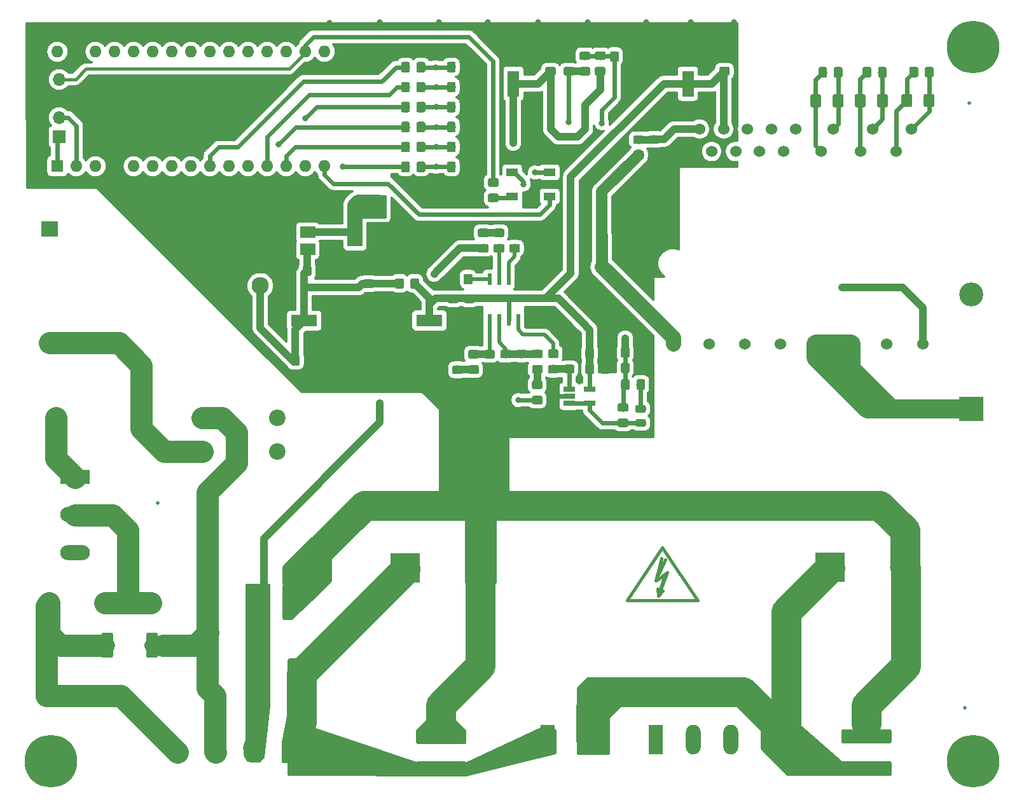
<source format=gbr>
G04 #@! TF.GenerationSoftware,KiCad,Pcbnew,(5.1.2)-2*
G04 #@! TF.CreationDate,2019-08-01T21:41:24-03:00*
G04 #@! TF.ProjectId,Frequency_Inverter,46726571-7565-46e6-9379-5f496e766572,rev?*
G04 #@! TF.SameCoordinates,Original*
G04 #@! TF.FileFunction,Copper,L1,Top*
G04 #@! TF.FilePolarity,Positive*
%FSLAX46Y46*%
G04 Gerber Fmt 4.6, Leading zero omitted, Abs format (unit mm)*
G04 Created by KiCad (PCBNEW (5.1.2)-2) date 2019-08-01 21:41:24*
%MOMM*%
%LPD*%
G04 APERTURE LIST*
%ADD10C,0.381000*%
%ADD11R,1.600000X1.600000*%
%ADD12O,1.600000X1.600000*%
%ADD13O,1.700000X1.700000*%
%ADD14R,1.700000X1.700000*%
%ADD15C,0.500000*%
%ADD16C,2.300000*%
%ADD17R,2.300000X2.000000*%
%ADD18C,0.100000*%
%ADD19C,0.975000*%
%ADD20C,1.150000*%
%ADD21C,2.000000*%
%ADD22C,2.400000*%
%ADD23R,3.500000X1.600000*%
%ADD24C,1.875000*%
%ADD25C,1.425000*%
%ADD26R,4.000000X4.000000*%
%ADD27C,4.000000*%
%ADD28R,1.600000X3.500000*%
%ADD29C,2.800000*%
%ADD30R,2.800000X2.800000*%
%ADD31O,3.200000X3.200000*%
%ADD32R,3.200000X3.200000*%
%ADD33R,1.600000X1.000000*%
%ADD34C,2.200000*%
%ADD35O,3.960000X1.980000*%
%ADD36R,3.960000X1.980000*%
%ADD37R,1.980000X3.960000*%
%ADD38O,1.980000X3.960000*%
%ADD39C,1.525000*%
%ADD40C,1.225000*%
%ADD41R,2.000000X3.800000*%
%ADD42R,2.000000X1.500000*%
%ADD43C,1.524000*%
%ADD44R,0.600000X1.550000*%
%ADD45R,1.560000X0.650000*%
%ADD46C,0.800000*%
%ADD47C,7.000000*%
%ADD48C,0.600000*%
%ADD49C,0.400000*%
%ADD50C,4.000000*%
%ADD51C,1.000000*%
%ADD52C,2.000000*%
%ADD53C,3.000000*%
%ADD54C,2.500000*%
%ADD55C,0.500000*%
%ADD56C,1.500000*%
%ADD57C,0.254000*%
%ADD58C,0.380000*%
G04 APERTURE END LIST*
D10*
X156972000Y-123571000D02*
X161671000Y-116586000D01*
X166370000Y-123571000D02*
X156972000Y-123571000D01*
X161671000Y-116586000D02*
X166370000Y-123571000D01*
X161173160Y-122976640D02*
X161071560Y-122077480D01*
X161970720Y-120177560D02*
X161173160Y-122976640D01*
X160771840Y-120977660D02*
X161970720Y-120177560D01*
X161571940Y-117977920D02*
X160771840Y-120977660D01*
X161173160Y-122976640D02*
X161772600Y-122278140D01*
X160771840Y-120977660D02*
X162072320Y-118176040D01*
X162372040Y-119877840D02*
X161772600Y-120276620D01*
X161173160Y-122976640D02*
X162372040Y-119877840D01*
D11*
X81153000Y-65773300D03*
D12*
X114173000Y-50533300D03*
X83693000Y-65773300D03*
X111633000Y-50533300D03*
X86233000Y-65773300D03*
X109093000Y-50533300D03*
X88773000Y-65773300D03*
X106553000Y-50533300D03*
X91313000Y-65773300D03*
X104013000Y-50533300D03*
X93853000Y-65773300D03*
X101473000Y-50533300D03*
X96393000Y-65773300D03*
X98933000Y-50533300D03*
X98933000Y-65773300D03*
X96393000Y-50533300D03*
X101473000Y-65773300D03*
X93853000Y-50533300D03*
X104013000Y-65773300D03*
X91313000Y-50533300D03*
X106553000Y-65773300D03*
X88773000Y-50533300D03*
X109093000Y-65773300D03*
X86233000Y-50533300D03*
X111633000Y-65773300D03*
X83693000Y-50533300D03*
X114173000Y-65773300D03*
X81153000Y-50533300D03*
X116713000Y-65773300D03*
X116713000Y-50533300D03*
D13*
X81407000Y-54229000D03*
X81407000Y-56769000D03*
X81407000Y-59309000D03*
D14*
X81407000Y-61849000D03*
D15*
X201930000Y-137922000D03*
D16*
X108162400Y-74104500D03*
D17*
X80162400Y-74104500D03*
D16*
X80162400Y-89304500D03*
X108162400Y-81704500D03*
D18*
G36*
X159280942Y-99473074D02*
G01*
X159304603Y-99476584D01*
X159327807Y-99482396D01*
X159350329Y-99490454D01*
X159371953Y-99500682D01*
X159392470Y-99512979D01*
X159411683Y-99527229D01*
X159429407Y-99543293D01*
X159445471Y-99561017D01*
X159459721Y-99580230D01*
X159472018Y-99600747D01*
X159482246Y-99622371D01*
X159490304Y-99644893D01*
X159496116Y-99668097D01*
X159499626Y-99691758D01*
X159500800Y-99715650D01*
X159500800Y-100203150D01*
X159499626Y-100227042D01*
X159496116Y-100250703D01*
X159490304Y-100273907D01*
X159482246Y-100296429D01*
X159472018Y-100318053D01*
X159459721Y-100338570D01*
X159445471Y-100357783D01*
X159429407Y-100375507D01*
X159411683Y-100391571D01*
X159392470Y-100405821D01*
X159371953Y-100418118D01*
X159350329Y-100428346D01*
X159327807Y-100436404D01*
X159304603Y-100442216D01*
X159280942Y-100445726D01*
X159257050Y-100446900D01*
X158344550Y-100446900D01*
X158320658Y-100445726D01*
X158296997Y-100442216D01*
X158273793Y-100436404D01*
X158251271Y-100428346D01*
X158229647Y-100418118D01*
X158209130Y-100405821D01*
X158189917Y-100391571D01*
X158172193Y-100375507D01*
X158156129Y-100357783D01*
X158141879Y-100338570D01*
X158129582Y-100318053D01*
X158119354Y-100296429D01*
X158111296Y-100273907D01*
X158105484Y-100250703D01*
X158101974Y-100227042D01*
X158100800Y-100203150D01*
X158100800Y-99715650D01*
X158101974Y-99691758D01*
X158105484Y-99668097D01*
X158111296Y-99644893D01*
X158119354Y-99622371D01*
X158129582Y-99600747D01*
X158141879Y-99580230D01*
X158156129Y-99561017D01*
X158172193Y-99543293D01*
X158189917Y-99527229D01*
X158209130Y-99512979D01*
X158229647Y-99500682D01*
X158251271Y-99490454D01*
X158273793Y-99482396D01*
X158296997Y-99476584D01*
X158320658Y-99473074D01*
X158344550Y-99471900D01*
X159257050Y-99471900D01*
X159280942Y-99473074D01*
X159280942Y-99473074D01*
G37*
D19*
X158800800Y-99959400D03*
D18*
G36*
X159280942Y-97598074D02*
G01*
X159304603Y-97601584D01*
X159327807Y-97607396D01*
X159350329Y-97615454D01*
X159371953Y-97625682D01*
X159392470Y-97637979D01*
X159411683Y-97652229D01*
X159429407Y-97668293D01*
X159445471Y-97686017D01*
X159459721Y-97705230D01*
X159472018Y-97725747D01*
X159482246Y-97747371D01*
X159490304Y-97769893D01*
X159496116Y-97793097D01*
X159499626Y-97816758D01*
X159500800Y-97840650D01*
X159500800Y-98328150D01*
X159499626Y-98352042D01*
X159496116Y-98375703D01*
X159490304Y-98398907D01*
X159482246Y-98421429D01*
X159472018Y-98443053D01*
X159459721Y-98463570D01*
X159445471Y-98482783D01*
X159429407Y-98500507D01*
X159411683Y-98516571D01*
X159392470Y-98530821D01*
X159371953Y-98543118D01*
X159350329Y-98553346D01*
X159327807Y-98561404D01*
X159304603Y-98567216D01*
X159280942Y-98570726D01*
X159257050Y-98571900D01*
X158344550Y-98571900D01*
X158320658Y-98570726D01*
X158296997Y-98567216D01*
X158273793Y-98561404D01*
X158251271Y-98553346D01*
X158229647Y-98543118D01*
X158209130Y-98530821D01*
X158189917Y-98516571D01*
X158172193Y-98500507D01*
X158156129Y-98482783D01*
X158141879Y-98463570D01*
X158129582Y-98443053D01*
X158119354Y-98421429D01*
X158111296Y-98398907D01*
X158105484Y-98375703D01*
X158101974Y-98352042D01*
X158100800Y-98328150D01*
X158100800Y-97840650D01*
X158101974Y-97816758D01*
X158105484Y-97793097D01*
X158111296Y-97769893D01*
X158119354Y-97747371D01*
X158129582Y-97725747D01*
X158141879Y-97705230D01*
X158156129Y-97686017D01*
X158172193Y-97668293D01*
X158189917Y-97652229D01*
X158209130Y-97637979D01*
X158229647Y-97625682D01*
X158251271Y-97615454D01*
X158273793Y-97607396D01*
X158296997Y-97601584D01*
X158320658Y-97598074D01*
X158344550Y-97596900D01*
X159257050Y-97596900D01*
X159280942Y-97598074D01*
X159280942Y-97598074D01*
G37*
D19*
X158800800Y-98084400D03*
D18*
G36*
X152372205Y-90004604D02*
G01*
X152396473Y-90008204D01*
X152420272Y-90014165D01*
X152443371Y-90022430D01*
X152465550Y-90032920D01*
X152486593Y-90045532D01*
X152506299Y-90060147D01*
X152524477Y-90076623D01*
X152540953Y-90094801D01*
X152555568Y-90114507D01*
X152568180Y-90135550D01*
X152578670Y-90157729D01*
X152586935Y-90180828D01*
X152592896Y-90204627D01*
X152596496Y-90228895D01*
X152597700Y-90253399D01*
X152597700Y-91153401D01*
X152596496Y-91177905D01*
X152592896Y-91202173D01*
X152586935Y-91225972D01*
X152578670Y-91249071D01*
X152568180Y-91271250D01*
X152555568Y-91292293D01*
X152540953Y-91311999D01*
X152524477Y-91330177D01*
X152506299Y-91346653D01*
X152486593Y-91361268D01*
X152465550Y-91373880D01*
X152443371Y-91384370D01*
X152420272Y-91392635D01*
X152396473Y-91398596D01*
X152372205Y-91402196D01*
X152347701Y-91403400D01*
X151697699Y-91403400D01*
X151673195Y-91402196D01*
X151648927Y-91398596D01*
X151625128Y-91392635D01*
X151602029Y-91384370D01*
X151579850Y-91373880D01*
X151558807Y-91361268D01*
X151539101Y-91346653D01*
X151520923Y-91330177D01*
X151504447Y-91311999D01*
X151489832Y-91292293D01*
X151477220Y-91271250D01*
X151466730Y-91249071D01*
X151458465Y-91225972D01*
X151452504Y-91202173D01*
X151448904Y-91177905D01*
X151447700Y-91153401D01*
X151447700Y-90253399D01*
X151448904Y-90228895D01*
X151452504Y-90204627D01*
X151458465Y-90180828D01*
X151466730Y-90157729D01*
X151477220Y-90135550D01*
X151489832Y-90114507D01*
X151504447Y-90094801D01*
X151520923Y-90076623D01*
X151539101Y-90060147D01*
X151558807Y-90045532D01*
X151579850Y-90032920D01*
X151602029Y-90022430D01*
X151625128Y-90014165D01*
X151648927Y-90008204D01*
X151673195Y-90004604D01*
X151697699Y-90003400D01*
X152347701Y-90003400D01*
X152372205Y-90004604D01*
X152372205Y-90004604D01*
G37*
D20*
X152022700Y-90703400D03*
D18*
G36*
X154422205Y-90004604D02*
G01*
X154446473Y-90008204D01*
X154470272Y-90014165D01*
X154493371Y-90022430D01*
X154515550Y-90032920D01*
X154536593Y-90045532D01*
X154556299Y-90060147D01*
X154574477Y-90076623D01*
X154590953Y-90094801D01*
X154605568Y-90114507D01*
X154618180Y-90135550D01*
X154628670Y-90157729D01*
X154636935Y-90180828D01*
X154642896Y-90204627D01*
X154646496Y-90228895D01*
X154647700Y-90253399D01*
X154647700Y-91153401D01*
X154646496Y-91177905D01*
X154642896Y-91202173D01*
X154636935Y-91225972D01*
X154628670Y-91249071D01*
X154618180Y-91271250D01*
X154605568Y-91292293D01*
X154590953Y-91311999D01*
X154574477Y-91330177D01*
X154556299Y-91346653D01*
X154536593Y-91361268D01*
X154515550Y-91373880D01*
X154493371Y-91384370D01*
X154470272Y-91392635D01*
X154446473Y-91398596D01*
X154422205Y-91402196D01*
X154397701Y-91403400D01*
X153747699Y-91403400D01*
X153723195Y-91402196D01*
X153698927Y-91398596D01*
X153675128Y-91392635D01*
X153652029Y-91384370D01*
X153629850Y-91373880D01*
X153608807Y-91361268D01*
X153589101Y-91346653D01*
X153570923Y-91330177D01*
X153554447Y-91311999D01*
X153539832Y-91292293D01*
X153527220Y-91271250D01*
X153516730Y-91249071D01*
X153508465Y-91225972D01*
X153502504Y-91202173D01*
X153498904Y-91177905D01*
X153497700Y-91153401D01*
X153497700Y-90253399D01*
X153498904Y-90228895D01*
X153502504Y-90204627D01*
X153508465Y-90180828D01*
X153516730Y-90157729D01*
X153527220Y-90135550D01*
X153539832Y-90114507D01*
X153554447Y-90094801D01*
X153570923Y-90076623D01*
X153589101Y-90060147D01*
X153608807Y-90045532D01*
X153629850Y-90032920D01*
X153652029Y-90022430D01*
X153675128Y-90014165D01*
X153698927Y-90008204D01*
X153723195Y-90004604D01*
X153747699Y-90003400D01*
X154397701Y-90003400D01*
X154422205Y-90004604D01*
X154422205Y-90004604D01*
G37*
D20*
X154072700Y-90703400D03*
D18*
G36*
X134307105Y-84922604D02*
G01*
X134331373Y-84926204D01*
X134355172Y-84932165D01*
X134378271Y-84940430D01*
X134400450Y-84950920D01*
X134421493Y-84963532D01*
X134441199Y-84978147D01*
X134459377Y-84994623D01*
X134475853Y-85012801D01*
X134490468Y-85032507D01*
X134503080Y-85053550D01*
X134513570Y-85075729D01*
X134521835Y-85098828D01*
X134527796Y-85122627D01*
X134531396Y-85146895D01*
X134532600Y-85171399D01*
X134532600Y-85821401D01*
X134531396Y-85845905D01*
X134527796Y-85870173D01*
X134521835Y-85893972D01*
X134513570Y-85917071D01*
X134503080Y-85939250D01*
X134490468Y-85960293D01*
X134475853Y-85979999D01*
X134459377Y-85998177D01*
X134441199Y-86014653D01*
X134421493Y-86029268D01*
X134400450Y-86041880D01*
X134378271Y-86052370D01*
X134355172Y-86060635D01*
X134331373Y-86066596D01*
X134307105Y-86070196D01*
X134282601Y-86071400D01*
X133382599Y-86071400D01*
X133358095Y-86070196D01*
X133333827Y-86066596D01*
X133310028Y-86060635D01*
X133286929Y-86052370D01*
X133264750Y-86041880D01*
X133243707Y-86029268D01*
X133224001Y-86014653D01*
X133205823Y-85998177D01*
X133189347Y-85979999D01*
X133174732Y-85960293D01*
X133162120Y-85939250D01*
X133151630Y-85917071D01*
X133143365Y-85893972D01*
X133137404Y-85870173D01*
X133133804Y-85845905D01*
X133132600Y-85821401D01*
X133132600Y-85171399D01*
X133133804Y-85146895D01*
X133137404Y-85122627D01*
X133143365Y-85098828D01*
X133151630Y-85075729D01*
X133162120Y-85053550D01*
X133174732Y-85032507D01*
X133189347Y-85012801D01*
X133205823Y-84994623D01*
X133224001Y-84978147D01*
X133243707Y-84963532D01*
X133264750Y-84950920D01*
X133286929Y-84940430D01*
X133310028Y-84932165D01*
X133333827Y-84926204D01*
X133358095Y-84922604D01*
X133382599Y-84921400D01*
X134282601Y-84921400D01*
X134307105Y-84922604D01*
X134307105Y-84922604D01*
G37*
D20*
X133832600Y-85496400D03*
D18*
G36*
X134307105Y-82872604D02*
G01*
X134331373Y-82876204D01*
X134355172Y-82882165D01*
X134378271Y-82890430D01*
X134400450Y-82900920D01*
X134421493Y-82913532D01*
X134441199Y-82928147D01*
X134459377Y-82944623D01*
X134475853Y-82962801D01*
X134490468Y-82982507D01*
X134503080Y-83003550D01*
X134513570Y-83025729D01*
X134521835Y-83048828D01*
X134527796Y-83072627D01*
X134531396Y-83096895D01*
X134532600Y-83121399D01*
X134532600Y-83771401D01*
X134531396Y-83795905D01*
X134527796Y-83820173D01*
X134521835Y-83843972D01*
X134513570Y-83867071D01*
X134503080Y-83889250D01*
X134490468Y-83910293D01*
X134475853Y-83929999D01*
X134459377Y-83948177D01*
X134441199Y-83964653D01*
X134421493Y-83979268D01*
X134400450Y-83991880D01*
X134378271Y-84002370D01*
X134355172Y-84010635D01*
X134331373Y-84016596D01*
X134307105Y-84020196D01*
X134282601Y-84021400D01*
X133382599Y-84021400D01*
X133358095Y-84020196D01*
X133333827Y-84016596D01*
X133310028Y-84010635D01*
X133286929Y-84002370D01*
X133264750Y-83991880D01*
X133243707Y-83979268D01*
X133224001Y-83964653D01*
X133205823Y-83948177D01*
X133189347Y-83929999D01*
X133174732Y-83910293D01*
X133162120Y-83889250D01*
X133151630Y-83867071D01*
X133143365Y-83843972D01*
X133137404Y-83820173D01*
X133133804Y-83795905D01*
X133132600Y-83771401D01*
X133132600Y-83121399D01*
X133133804Y-83096895D01*
X133137404Y-83072627D01*
X133143365Y-83048828D01*
X133151630Y-83025729D01*
X133162120Y-83003550D01*
X133174732Y-82982507D01*
X133189347Y-82962801D01*
X133205823Y-82944623D01*
X133224001Y-82928147D01*
X133243707Y-82913532D01*
X133264750Y-82900920D01*
X133286929Y-82890430D01*
X133310028Y-82882165D01*
X133333827Y-82876204D01*
X133358095Y-82872604D01*
X133382599Y-82871400D01*
X134282601Y-82871400D01*
X134307105Y-82872604D01*
X134307105Y-82872604D01*
G37*
D20*
X133832600Y-83446400D03*
D21*
X101117400Y-123952000D03*
X93617400Y-123952000D03*
D22*
X102158800Y-136309100D03*
X79658800Y-136309100D03*
D18*
G36*
X113192705Y-90931704D02*
G01*
X113216973Y-90935304D01*
X113240772Y-90941265D01*
X113263871Y-90949530D01*
X113286050Y-90960020D01*
X113307093Y-90972632D01*
X113326799Y-90987247D01*
X113344977Y-91003723D01*
X113361453Y-91021901D01*
X113376068Y-91041607D01*
X113388680Y-91062650D01*
X113399170Y-91084829D01*
X113407435Y-91107928D01*
X113413396Y-91131727D01*
X113416996Y-91155995D01*
X113418200Y-91180499D01*
X113418200Y-92080501D01*
X113416996Y-92105005D01*
X113413396Y-92129273D01*
X113407435Y-92153072D01*
X113399170Y-92176171D01*
X113388680Y-92198350D01*
X113376068Y-92219393D01*
X113361453Y-92239099D01*
X113344977Y-92257277D01*
X113326799Y-92273753D01*
X113307093Y-92288368D01*
X113286050Y-92300980D01*
X113263871Y-92311470D01*
X113240772Y-92319735D01*
X113216973Y-92325696D01*
X113192705Y-92329296D01*
X113168201Y-92330500D01*
X112518199Y-92330500D01*
X112493695Y-92329296D01*
X112469427Y-92325696D01*
X112445628Y-92319735D01*
X112422529Y-92311470D01*
X112400350Y-92300980D01*
X112379307Y-92288368D01*
X112359601Y-92273753D01*
X112341423Y-92257277D01*
X112324947Y-92239099D01*
X112310332Y-92219393D01*
X112297720Y-92198350D01*
X112287230Y-92176171D01*
X112278965Y-92153072D01*
X112273004Y-92129273D01*
X112269404Y-92105005D01*
X112268200Y-92080501D01*
X112268200Y-91180499D01*
X112269404Y-91155995D01*
X112273004Y-91131727D01*
X112278965Y-91107928D01*
X112287230Y-91084829D01*
X112297720Y-91062650D01*
X112310332Y-91041607D01*
X112324947Y-91021901D01*
X112341423Y-91003723D01*
X112359601Y-90987247D01*
X112379307Y-90972632D01*
X112400350Y-90960020D01*
X112422529Y-90949530D01*
X112445628Y-90941265D01*
X112469427Y-90935304D01*
X112493695Y-90931704D01*
X112518199Y-90930500D01*
X113168201Y-90930500D01*
X113192705Y-90931704D01*
X113192705Y-90931704D01*
G37*
D20*
X112843200Y-91630500D03*
D18*
G36*
X115242705Y-90931704D02*
G01*
X115266973Y-90935304D01*
X115290772Y-90941265D01*
X115313871Y-90949530D01*
X115336050Y-90960020D01*
X115357093Y-90972632D01*
X115376799Y-90987247D01*
X115394977Y-91003723D01*
X115411453Y-91021901D01*
X115426068Y-91041607D01*
X115438680Y-91062650D01*
X115449170Y-91084829D01*
X115457435Y-91107928D01*
X115463396Y-91131727D01*
X115466996Y-91155995D01*
X115468200Y-91180499D01*
X115468200Y-92080501D01*
X115466996Y-92105005D01*
X115463396Y-92129273D01*
X115457435Y-92153072D01*
X115449170Y-92176171D01*
X115438680Y-92198350D01*
X115426068Y-92219393D01*
X115411453Y-92239099D01*
X115394977Y-92257277D01*
X115376799Y-92273753D01*
X115357093Y-92288368D01*
X115336050Y-92300980D01*
X115313871Y-92311470D01*
X115290772Y-92319735D01*
X115266973Y-92325696D01*
X115242705Y-92329296D01*
X115218201Y-92330500D01*
X114568199Y-92330500D01*
X114543695Y-92329296D01*
X114519427Y-92325696D01*
X114495628Y-92319735D01*
X114472529Y-92311470D01*
X114450350Y-92300980D01*
X114429307Y-92288368D01*
X114409601Y-92273753D01*
X114391423Y-92257277D01*
X114374947Y-92239099D01*
X114360332Y-92219393D01*
X114347720Y-92198350D01*
X114337230Y-92176171D01*
X114328965Y-92153072D01*
X114323004Y-92129273D01*
X114319404Y-92105005D01*
X114318200Y-92080501D01*
X114318200Y-91180499D01*
X114319404Y-91155995D01*
X114323004Y-91131727D01*
X114328965Y-91107928D01*
X114337230Y-91084829D01*
X114347720Y-91062650D01*
X114360332Y-91041607D01*
X114374947Y-91021901D01*
X114391423Y-91003723D01*
X114409601Y-90987247D01*
X114429307Y-90972632D01*
X114450350Y-90960020D01*
X114472529Y-90949530D01*
X114495628Y-90941265D01*
X114519427Y-90935304D01*
X114543695Y-90931704D01*
X114568199Y-90930500D01*
X115218201Y-90930500D01*
X115242705Y-90931704D01*
X115242705Y-90931704D01*
G37*
D20*
X114893200Y-91630500D03*
D23*
X119413000Y-86347300D03*
X114013000Y-86347300D03*
D18*
G36*
X116792105Y-78993704D02*
G01*
X116816373Y-78997304D01*
X116840172Y-79003265D01*
X116863271Y-79011530D01*
X116885450Y-79022020D01*
X116906493Y-79034632D01*
X116926199Y-79049247D01*
X116944377Y-79065723D01*
X116960853Y-79083901D01*
X116975468Y-79103607D01*
X116988080Y-79124650D01*
X116998570Y-79146829D01*
X117006835Y-79169928D01*
X117012796Y-79193727D01*
X117016396Y-79217995D01*
X117017600Y-79242499D01*
X117017600Y-80142501D01*
X117016396Y-80167005D01*
X117012796Y-80191273D01*
X117006835Y-80215072D01*
X116998570Y-80238171D01*
X116988080Y-80260350D01*
X116975468Y-80281393D01*
X116960853Y-80301099D01*
X116944377Y-80319277D01*
X116926199Y-80335753D01*
X116906493Y-80350368D01*
X116885450Y-80362980D01*
X116863271Y-80373470D01*
X116840172Y-80381735D01*
X116816373Y-80387696D01*
X116792105Y-80391296D01*
X116767601Y-80392500D01*
X116117599Y-80392500D01*
X116093095Y-80391296D01*
X116068827Y-80387696D01*
X116045028Y-80381735D01*
X116021929Y-80373470D01*
X115999750Y-80362980D01*
X115978707Y-80350368D01*
X115959001Y-80335753D01*
X115940823Y-80319277D01*
X115924347Y-80301099D01*
X115909732Y-80281393D01*
X115897120Y-80260350D01*
X115886630Y-80238171D01*
X115878365Y-80215072D01*
X115872404Y-80191273D01*
X115868804Y-80167005D01*
X115867600Y-80142501D01*
X115867600Y-79242499D01*
X115868804Y-79217995D01*
X115872404Y-79193727D01*
X115878365Y-79169928D01*
X115886630Y-79146829D01*
X115897120Y-79124650D01*
X115909732Y-79103607D01*
X115924347Y-79083901D01*
X115940823Y-79065723D01*
X115959001Y-79049247D01*
X115978707Y-79034632D01*
X115999750Y-79022020D01*
X116021929Y-79011530D01*
X116045028Y-79003265D01*
X116068827Y-78997304D01*
X116093095Y-78993704D01*
X116117599Y-78992500D01*
X116767601Y-78992500D01*
X116792105Y-78993704D01*
X116792105Y-78993704D01*
G37*
D20*
X116442600Y-79692500D03*
D18*
G36*
X114742105Y-78993704D02*
G01*
X114766373Y-78997304D01*
X114790172Y-79003265D01*
X114813271Y-79011530D01*
X114835450Y-79022020D01*
X114856493Y-79034632D01*
X114876199Y-79049247D01*
X114894377Y-79065723D01*
X114910853Y-79083901D01*
X114925468Y-79103607D01*
X114938080Y-79124650D01*
X114948570Y-79146829D01*
X114956835Y-79169928D01*
X114962796Y-79193727D01*
X114966396Y-79217995D01*
X114967600Y-79242499D01*
X114967600Y-80142501D01*
X114966396Y-80167005D01*
X114962796Y-80191273D01*
X114956835Y-80215072D01*
X114948570Y-80238171D01*
X114938080Y-80260350D01*
X114925468Y-80281393D01*
X114910853Y-80301099D01*
X114894377Y-80319277D01*
X114876199Y-80335753D01*
X114856493Y-80350368D01*
X114835450Y-80362980D01*
X114813271Y-80373470D01*
X114790172Y-80381735D01*
X114766373Y-80387696D01*
X114742105Y-80391296D01*
X114717601Y-80392500D01*
X114067599Y-80392500D01*
X114043095Y-80391296D01*
X114018827Y-80387696D01*
X113995028Y-80381735D01*
X113971929Y-80373470D01*
X113949750Y-80362980D01*
X113928707Y-80350368D01*
X113909001Y-80335753D01*
X113890823Y-80319277D01*
X113874347Y-80301099D01*
X113859732Y-80281393D01*
X113847120Y-80260350D01*
X113836630Y-80238171D01*
X113828365Y-80215072D01*
X113822404Y-80191273D01*
X113818804Y-80167005D01*
X113817600Y-80142501D01*
X113817600Y-79242499D01*
X113818804Y-79217995D01*
X113822404Y-79193727D01*
X113828365Y-79169928D01*
X113836630Y-79146829D01*
X113847120Y-79124650D01*
X113859732Y-79103607D01*
X113874347Y-79083901D01*
X113890823Y-79065723D01*
X113909001Y-79049247D01*
X113928707Y-79034632D01*
X113949750Y-79022020D01*
X113971929Y-79011530D01*
X113995028Y-79003265D01*
X114018827Y-78997304D01*
X114043095Y-78993704D01*
X114067599Y-78992500D01*
X114717601Y-78992500D01*
X114742105Y-78993704D01*
X114742105Y-78993704D01*
G37*
D20*
X114392600Y-79692500D03*
D18*
G36*
X124477305Y-73603204D02*
G01*
X124501573Y-73606804D01*
X124525372Y-73612765D01*
X124548471Y-73621030D01*
X124570650Y-73631520D01*
X124591693Y-73644132D01*
X124611399Y-73658747D01*
X124629577Y-73675223D01*
X124646053Y-73693401D01*
X124660668Y-73713107D01*
X124673280Y-73734150D01*
X124683770Y-73756329D01*
X124692035Y-73779428D01*
X124697996Y-73803227D01*
X124701596Y-73827495D01*
X124702800Y-73851999D01*
X124702800Y-74502001D01*
X124701596Y-74526505D01*
X124697996Y-74550773D01*
X124692035Y-74574572D01*
X124683770Y-74597671D01*
X124673280Y-74619850D01*
X124660668Y-74640893D01*
X124646053Y-74660599D01*
X124629577Y-74678777D01*
X124611399Y-74695253D01*
X124591693Y-74709868D01*
X124570650Y-74722480D01*
X124548471Y-74732970D01*
X124525372Y-74741235D01*
X124501573Y-74747196D01*
X124477305Y-74750796D01*
X124452801Y-74752000D01*
X123552799Y-74752000D01*
X123528295Y-74750796D01*
X123504027Y-74747196D01*
X123480228Y-74741235D01*
X123457129Y-74732970D01*
X123434950Y-74722480D01*
X123413907Y-74709868D01*
X123394201Y-74695253D01*
X123376023Y-74678777D01*
X123359547Y-74660599D01*
X123344932Y-74640893D01*
X123332320Y-74619850D01*
X123321830Y-74597671D01*
X123313565Y-74574572D01*
X123307604Y-74550773D01*
X123304004Y-74526505D01*
X123302800Y-74502001D01*
X123302800Y-73851999D01*
X123304004Y-73827495D01*
X123307604Y-73803227D01*
X123313565Y-73779428D01*
X123321830Y-73756329D01*
X123332320Y-73734150D01*
X123344932Y-73713107D01*
X123359547Y-73693401D01*
X123376023Y-73675223D01*
X123394201Y-73658747D01*
X123413907Y-73644132D01*
X123434950Y-73631520D01*
X123457129Y-73621030D01*
X123480228Y-73612765D01*
X123504027Y-73606804D01*
X123528295Y-73603204D01*
X123552799Y-73602000D01*
X124452801Y-73602000D01*
X124477305Y-73603204D01*
X124477305Y-73603204D01*
G37*
D20*
X124002800Y-74177000D03*
D18*
G36*
X124477305Y-71553204D02*
G01*
X124501573Y-71556804D01*
X124525372Y-71562765D01*
X124548471Y-71571030D01*
X124570650Y-71581520D01*
X124591693Y-71594132D01*
X124611399Y-71608747D01*
X124629577Y-71625223D01*
X124646053Y-71643401D01*
X124660668Y-71663107D01*
X124673280Y-71684150D01*
X124683770Y-71706329D01*
X124692035Y-71729428D01*
X124697996Y-71753227D01*
X124701596Y-71777495D01*
X124702800Y-71801999D01*
X124702800Y-72452001D01*
X124701596Y-72476505D01*
X124697996Y-72500773D01*
X124692035Y-72524572D01*
X124683770Y-72547671D01*
X124673280Y-72569850D01*
X124660668Y-72590893D01*
X124646053Y-72610599D01*
X124629577Y-72628777D01*
X124611399Y-72645253D01*
X124591693Y-72659868D01*
X124570650Y-72672480D01*
X124548471Y-72682970D01*
X124525372Y-72691235D01*
X124501573Y-72697196D01*
X124477305Y-72700796D01*
X124452801Y-72702000D01*
X123552799Y-72702000D01*
X123528295Y-72700796D01*
X123504027Y-72697196D01*
X123480228Y-72691235D01*
X123457129Y-72682970D01*
X123434950Y-72672480D01*
X123413907Y-72659868D01*
X123394201Y-72645253D01*
X123376023Y-72628777D01*
X123359547Y-72610599D01*
X123344932Y-72590893D01*
X123332320Y-72569850D01*
X123321830Y-72547671D01*
X123313565Y-72524572D01*
X123307604Y-72500773D01*
X123304004Y-72476505D01*
X123302800Y-72452001D01*
X123302800Y-71801999D01*
X123304004Y-71777495D01*
X123307604Y-71753227D01*
X123313565Y-71729428D01*
X123321830Y-71706329D01*
X123332320Y-71684150D01*
X123344932Y-71663107D01*
X123359547Y-71643401D01*
X123376023Y-71625223D01*
X123394201Y-71608747D01*
X123413907Y-71594132D01*
X123434950Y-71581520D01*
X123457129Y-71571030D01*
X123480228Y-71562765D01*
X123504027Y-71556804D01*
X123528295Y-71553204D01*
X123552799Y-71552000D01*
X124452801Y-71552000D01*
X124477305Y-71553204D01*
X124477305Y-71553204D01*
G37*
D20*
X124002800Y-72127000D03*
D18*
G36*
X123029505Y-80836904D02*
G01*
X123053773Y-80840504D01*
X123077572Y-80846465D01*
X123100671Y-80854730D01*
X123122850Y-80865220D01*
X123143893Y-80877832D01*
X123163599Y-80892447D01*
X123181777Y-80908923D01*
X123198253Y-80927101D01*
X123212868Y-80946807D01*
X123225480Y-80967850D01*
X123235970Y-80990029D01*
X123244235Y-81013128D01*
X123250196Y-81036927D01*
X123253796Y-81061195D01*
X123255000Y-81085699D01*
X123255000Y-81735701D01*
X123253796Y-81760205D01*
X123250196Y-81784473D01*
X123244235Y-81808272D01*
X123235970Y-81831371D01*
X123225480Y-81853550D01*
X123212868Y-81874593D01*
X123198253Y-81894299D01*
X123181777Y-81912477D01*
X123163599Y-81928953D01*
X123143893Y-81943568D01*
X123122850Y-81956180D01*
X123100671Y-81966670D01*
X123077572Y-81974935D01*
X123053773Y-81980896D01*
X123029505Y-81984496D01*
X123005001Y-81985700D01*
X122104999Y-81985700D01*
X122080495Y-81984496D01*
X122056227Y-81980896D01*
X122032428Y-81974935D01*
X122009329Y-81966670D01*
X121987150Y-81956180D01*
X121966107Y-81943568D01*
X121946401Y-81928953D01*
X121928223Y-81912477D01*
X121911747Y-81894299D01*
X121897132Y-81874593D01*
X121884520Y-81853550D01*
X121874030Y-81831371D01*
X121865765Y-81808272D01*
X121859804Y-81784473D01*
X121856204Y-81760205D01*
X121855000Y-81735701D01*
X121855000Y-81085699D01*
X121856204Y-81061195D01*
X121859804Y-81036927D01*
X121865765Y-81013128D01*
X121874030Y-80990029D01*
X121884520Y-80967850D01*
X121897132Y-80946807D01*
X121911747Y-80927101D01*
X121928223Y-80908923D01*
X121946401Y-80892447D01*
X121966107Y-80877832D01*
X121987150Y-80865220D01*
X122009329Y-80854730D01*
X122032428Y-80846465D01*
X122056227Y-80840504D01*
X122080495Y-80836904D01*
X122104999Y-80835700D01*
X123005001Y-80835700D01*
X123029505Y-80836904D01*
X123029505Y-80836904D01*
G37*
D20*
X122555000Y-81410700D03*
D18*
G36*
X123029505Y-82886904D02*
G01*
X123053773Y-82890504D01*
X123077572Y-82896465D01*
X123100671Y-82904730D01*
X123122850Y-82915220D01*
X123143893Y-82927832D01*
X123163599Y-82942447D01*
X123181777Y-82958923D01*
X123198253Y-82977101D01*
X123212868Y-82996807D01*
X123225480Y-83017850D01*
X123235970Y-83040029D01*
X123244235Y-83063128D01*
X123250196Y-83086927D01*
X123253796Y-83111195D01*
X123255000Y-83135699D01*
X123255000Y-83785701D01*
X123253796Y-83810205D01*
X123250196Y-83834473D01*
X123244235Y-83858272D01*
X123235970Y-83881371D01*
X123225480Y-83903550D01*
X123212868Y-83924593D01*
X123198253Y-83944299D01*
X123181777Y-83962477D01*
X123163599Y-83978953D01*
X123143893Y-83993568D01*
X123122850Y-84006180D01*
X123100671Y-84016670D01*
X123077572Y-84024935D01*
X123053773Y-84030896D01*
X123029505Y-84034496D01*
X123005001Y-84035700D01*
X122104999Y-84035700D01*
X122080495Y-84034496D01*
X122056227Y-84030896D01*
X122032428Y-84024935D01*
X122009329Y-84016670D01*
X121987150Y-84006180D01*
X121966107Y-83993568D01*
X121946401Y-83978953D01*
X121928223Y-83962477D01*
X121911747Y-83944299D01*
X121897132Y-83924593D01*
X121884520Y-83903550D01*
X121874030Y-83881371D01*
X121865765Y-83858272D01*
X121859804Y-83834473D01*
X121856204Y-83810205D01*
X121855000Y-83785701D01*
X121855000Y-83135699D01*
X121856204Y-83111195D01*
X121859804Y-83086927D01*
X121865765Y-83063128D01*
X121874030Y-83040029D01*
X121884520Y-83017850D01*
X121897132Y-82996807D01*
X121911747Y-82977101D01*
X121928223Y-82958923D01*
X121946401Y-82942447D01*
X121966107Y-82927832D01*
X121987150Y-82915220D01*
X122009329Y-82904730D01*
X122032428Y-82896465D01*
X122056227Y-82890504D01*
X122080495Y-82886904D01*
X122104999Y-82885700D01*
X123005001Y-82885700D01*
X123029505Y-82886904D01*
X123029505Y-82886904D01*
G37*
D20*
X122555000Y-83460700D03*
D23*
X130690600Y-86321900D03*
X125290600Y-86321900D03*
D21*
X80028400Y-123952000D03*
X87528400Y-123952000D03*
D18*
G36*
X109191505Y-131322004D02*
G01*
X109215773Y-131325604D01*
X109239572Y-131331565D01*
X109262671Y-131339830D01*
X109284850Y-131350320D01*
X109305893Y-131362932D01*
X109325599Y-131377547D01*
X109343777Y-131394023D01*
X109360253Y-131412201D01*
X109374868Y-131431907D01*
X109387480Y-131452950D01*
X109397970Y-131475129D01*
X109406235Y-131498228D01*
X109412196Y-131522027D01*
X109415796Y-131546295D01*
X109417000Y-131570799D01*
X109417000Y-137770801D01*
X109415796Y-137795305D01*
X109412196Y-137819573D01*
X109406235Y-137843372D01*
X109397970Y-137866471D01*
X109387480Y-137888650D01*
X109374868Y-137909693D01*
X109360253Y-137929399D01*
X109343777Y-137947577D01*
X109325599Y-137964053D01*
X109305893Y-137978668D01*
X109284850Y-137991280D01*
X109262671Y-138001770D01*
X109239572Y-138010035D01*
X109215773Y-138015996D01*
X109191505Y-138019596D01*
X109167001Y-138020800D01*
X107791999Y-138020800D01*
X107767495Y-138019596D01*
X107743227Y-138015996D01*
X107719428Y-138010035D01*
X107696329Y-138001770D01*
X107674150Y-137991280D01*
X107653107Y-137978668D01*
X107633401Y-137964053D01*
X107615223Y-137947577D01*
X107598747Y-137929399D01*
X107584132Y-137909693D01*
X107571520Y-137888650D01*
X107561030Y-137866471D01*
X107552765Y-137843372D01*
X107546804Y-137819573D01*
X107543204Y-137795305D01*
X107542000Y-137770801D01*
X107542000Y-131570799D01*
X107543204Y-131546295D01*
X107546804Y-131522027D01*
X107552765Y-131498228D01*
X107561030Y-131475129D01*
X107571520Y-131452950D01*
X107584132Y-131431907D01*
X107598747Y-131412201D01*
X107615223Y-131394023D01*
X107633401Y-131377547D01*
X107653107Y-131362932D01*
X107674150Y-131350320D01*
X107696329Y-131339830D01*
X107719428Y-131331565D01*
X107743227Y-131325604D01*
X107767495Y-131322004D01*
X107791999Y-131320800D01*
X109167001Y-131320800D01*
X109191505Y-131322004D01*
X109191505Y-131322004D01*
G37*
D24*
X108479500Y-134670800D03*
D18*
G36*
X113466505Y-131322004D02*
G01*
X113490773Y-131325604D01*
X113514572Y-131331565D01*
X113537671Y-131339830D01*
X113559850Y-131350320D01*
X113580893Y-131362932D01*
X113600599Y-131377547D01*
X113618777Y-131394023D01*
X113635253Y-131412201D01*
X113649868Y-131431907D01*
X113662480Y-131452950D01*
X113672970Y-131475129D01*
X113681235Y-131498228D01*
X113687196Y-131522027D01*
X113690796Y-131546295D01*
X113692000Y-131570799D01*
X113692000Y-137770801D01*
X113690796Y-137795305D01*
X113687196Y-137819573D01*
X113681235Y-137843372D01*
X113672970Y-137866471D01*
X113662480Y-137888650D01*
X113649868Y-137909693D01*
X113635253Y-137929399D01*
X113618777Y-137947577D01*
X113600599Y-137964053D01*
X113580893Y-137978668D01*
X113559850Y-137991280D01*
X113537671Y-138001770D01*
X113514572Y-138010035D01*
X113490773Y-138015996D01*
X113466505Y-138019596D01*
X113442001Y-138020800D01*
X112066999Y-138020800D01*
X112042495Y-138019596D01*
X112018227Y-138015996D01*
X111994428Y-138010035D01*
X111971329Y-138001770D01*
X111949150Y-137991280D01*
X111928107Y-137978668D01*
X111908401Y-137964053D01*
X111890223Y-137947577D01*
X111873747Y-137929399D01*
X111859132Y-137909693D01*
X111846520Y-137888650D01*
X111836030Y-137866471D01*
X111827765Y-137843372D01*
X111821804Y-137819573D01*
X111818204Y-137795305D01*
X111817000Y-137770801D01*
X111817000Y-131570799D01*
X111818204Y-131546295D01*
X111821804Y-131522027D01*
X111827765Y-131498228D01*
X111836030Y-131475129D01*
X111846520Y-131452950D01*
X111859132Y-131431907D01*
X111873747Y-131412201D01*
X111890223Y-131394023D01*
X111908401Y-131377547D01*
X111928107Y-131362932D01*
X111949150Y-131350320D01*
X111971329Y-131339830D01*
X111994428Y-131331565D01*
X112018227Y-131325604D01*
X112042495Y-131322004D01*
X112066999Y-131320800D01*
X113442001Y-131320800D01*
X113466505Y-131322004D01*
X113466505Y-131322004D01*
G37*
D24*
X112754500Y-134670800D03*
D18*
G36*
X185435605Y-52577704D02*
G01*
X185459873Y-52581304D01*
X185483672Y-52587265D01*
X185506771Y-52595530D01*
X185528950Y-52606020D01*
X185549993Y-52618632D01*
X185569699Y-52633247D01*
X185587877Y-52649723D01*
X185604353Y-52667901D01*
X185618968Y-52687607D01*
X185631580Y-52708650D01*
X185642070Y-52730829D01*
X185650335Y-52753928D01*
X185656296Y-52777727D01*
X185659896Y-52801995D01*
X185661100Y-52826499D01*
X185661100Y-53726501D01*
X185659896Y-53751005D01*
X185656296Y-53775273D01*
X185650335Y-53799072D01*
X185642070Y-53822171D01*
X185631580Y-53844350D01*
X185618968Y-53865393D01*
X185604353Y-53885099D01*
X185587877Y-53903277D01*
X185569699Y-53919753D01*
X185549993Y-53934368D01*
X185528950Y-53946980D01*
X185506771Y-53957470D01*
X185483672Y-53965735D01*
X185459873Y-53971696D01*
X185435605Y-53975296D01*
X185411101Y-53976500D01*
X184761099Y-53976500D01*
X184736595Y-53975296D01*
X184712327Y-53971696D01*
X184688528Y-53965735D01*
X184665429Y-53957470D01*
X184643250Y-53946980D01*
X184622207Y-53934368D01*
X184602501Y-53919753D01*
X184584323Y-53903277D01*
X184567847Y-53885099D01*
X184553232Y-53865393D01*
X184540620Y-53844350D01*
X184530130Y-53822171D01*
X184521865Y-53799072D01*
X184515904Y-53775273D01*
X184512304Y-53751005D01*
X184511100Y-53726501D01*
X184511100Y-52826499D01*
X184512304Y-52801995D01*
X184515904Y-52777727D01*
X184521865Y-52753928D01*
X184530130Y-52730829D01*
X184540620Y-52708650D01*
X184553232Y-52687607D01*
X184567847Y-52667901D01*
X184584323Y-52649723D01*
X184602501Y-52633247D01*
X184622207Y-52618632D01*
X184643250Y-52606020D01*
X184665429Y-52595530D01*
X184688528Y-52587265D01*
X184712327Y-52581304D01*
X184736595Y-52577704D01*
X184761099Y-52576500D01*
X185411101Y-52576500D01*
X185435605Y-52577704D01*
X185435605Y-52577704D01*
G37*
D20*
X185086100Y-53276500D03*
D18*
G36*
X183385605Y-52577704D02*
G01*
X183409873Y-52581304D01*
X183433672Y-52587265D01*
X183456771Y-52595530D01*
X183478950Y-52606020D01*
X183499993Y-52618632D01*
X183519699Y-52633247D01*
X183537877Y-52649723D01*
X183554353Y-52667901D01*
X183568968Y-52687607D01*
X183581580Y-52708650D01*
X183592070Y-52730829D01*
X183600335Y-52753928D01*
X183606296Y-52777727D01*
X183609896Y-52801995D01*
X183611100Y-52826499D01*
X183611100Y-53726501D01*
X183609896Y-53751005D01*
X183606296Y-53775273D01*
X183600335Y-53799072D01*
X183592070Y-53822171D01*
X183581580Y-53844350D01*
X183568968Y-53865393D01*
X183554353Y-53885099D01*
X183537877Y-53903277D01*
X183519699Y-53919753D01*
X183499993Y-53934368D01*
X183478950Y-53946980D01*
X183456771Y-53957470D01*
X183433672Y-53965735D01*
X183409873Y-53971696D01*
X183385605Y-53975296D01*
X183361101Y-53976500D01*
X182711099Y-53976500D01*
X182686595Y-53975296D01*
X182662327Y-53971696D01*
X182638528Y-53965735D01*
X182615429Y-53957470D01*
X182593250Y-53946980D01*
X182572207Y-53934368D01*
X182552501Y-53919753D01*
X182534323Y-53903277D01*
X182517847Y-53885099D01*
X182503232Y-53865393D01*
X182490620Y-53844350D01*
X182480130Y-53822171D01*
X182471865Y-53799072D01*
X182465904Y-53775273D01*
X182462304Y-53751005D01*
X182461100Y-53726501D01*
X182461100Y-52826499D01*
X182462304Y-52801995D01*
X182465904Y-52777727D01*
X182471865Y-52753928D01*
X182480130Y-52730829D01*
X182490620Y-52708650D01*
X182503232Y-52687607D01*
X182517847Y-52667901D01*
X182534323Y-52649723D01*
X182552501Y-52633247D01*
X182572207Y-52618632D01*
X182593250Y-52606020D01*
X182615429Y-52595530D01*
X182638528Y-52587265D01*
X182662327Y-52581304D01*
X182686595Y-52577704D01*
X182711099Y-52576500D01*
X183361101Y-52576500D01*
X183385605Y-52577704D01*
X183385605Y-52577704D01*
G37*
D20*
X183036100Y-53276500D03*
D18*
G36*
X189278405Y-52565004D02*
G01*
X189302673Y-52568604D01*
X189326472Y-52574565D01*
X189349571Y-52582830D01*
X189371750Y-52593320D01*
X189392793Y-52605932D01*
X189412499Y-52620547D01*
X189430677Y-52637023D01*
X189447153Y-52655201D01*
X189461768Y-52674907D01*
X189474380Y-52695950D01*
X189484870Y-52718129D01*
X189493135Y-52741228D01*
X189499096Y-52765027D01*
X189502696Y-52789295D01*
X189503900Y-52813799D01*
X189503900Y-53713801D01*
X189502696Y-53738305D01*
X189499096Y-53762573D01*
X189493135Y-53786372D01*
X189484870Y-53809471D01*
X189474380Y-53831650D01*
X189461768Y-53852693D01*
X189447153Y-53872399D01*
X189430677Y-53890577D01*
X189412499Y-53907053D01*
X189392793Y-53921668D01*
X189371750Y-53934280D01*
X189349571Y-53944770D01*
X189326472Y-53953035D01*
X189302673Y-53958996D01*
X189278405Y-53962596D01*
X189253901Y-53963800D01*
X188603899Y-53963800D01*
X188579395Y-53962596D01*
X188555127Y-53958996D01*
X188531328Y-53953035D01*
X188508229Y-53944770D01*
X188486050Y-53934280D01*
X188465007Y-53921668D01*
X188445301Y-53907053D01*
X188427123Y-53890577D01*
X188410647Y-53872399D01*
X188396032Y-53852693D01*
X188383420Y-53831650D01*
X188372930Y-53809471D01*
X188364665Y-53786372D01*
X188358704Y-53762573D01*
X188355104Y-53738305D01*
X188353900Y-53713801D01*
X188353900Y-52813799D01*
X188355104Y-52789295D01*
X188358704Y-52765027D01*
X188364665Y-52741228D01*
X188372930Y-52718129D01*
X188383420Y-52695950D01*
X188396032Y-52674907D01*
X188410647Y-52655201D01*
X188427123Y-52637023D01*
X188445301Y-52620547D01*
X188465007Y-52605932D01*
X188486050Y-52593320D01*
X188508229Y-52582830D01*
X188531328Y-52574565D01*
X188555127Y-52568604D01*
X188579395Y-52565004D01*
X188603899Y-52563800D01*
X189253901Y-52563800D01*
X189278405Y-52565004D01*
X189278405Y-52565004D01*
G37*
D20*
X188928900Y-53263800D03*
D18*
G36*
X191328405Y-52565004D02*
G01*
X191352673Y-52568604D01*
X191376472Y-52574565D01*
X191399571Y-52582830D01*
X191421750Y-52593320D01*
X191442793Y-52605932D01*
X191462499Y-52620547D01*
X191480677Y-52637023D01*
X191497153Y-52655201D01*
X191511768Y-52674907D01*
X191524380Y-52695950D01*
X191534870Y-52718129D01*
X191543135Y-52741228D01*
X191549096Y-52765027D01*
X191552696Y-52789295D01*
X191553900Y-52813799D01*
X191553900Y-53713801D01*
X191552696Y-53738305D01*
X191549096Y-53762573D01*
X191543135Y-53786372D01*
X191534870Y-53809471D01*
X191524380Y-53831650D01*
X191511768Y-53852693D01*
X191497153Y-53872399D01*
X191480677Y-53890577D01*
X191462499Y-53907053D01*
X191442793Y-53921668D01*
X191421750Y-53934280D01*
X191399571Y-53944770D01*
X191376472Y-53953035D01*
X191352673Y-53958996D01*
X191328405Y-53962596D01*
X191303901Y-53963800D01*
X190653899Y-53963800D01*
X190629395Y-53962596D01*
X190605127Y-53958996D01*
X190581328Y-53953035D01*
X190558229Y-53944770D01*
X190536050Y-53934280D01*
X190515007Y-53921668D01*
X190495301Y-53907053D01*
X190477123Y-53890577D01*
X190460647Y-53872399D01*
X190446032Y-53852693D01*
X190433420Y-53831650D01*
X190422930Y-53809471D01*
X190414665Y-53786372D01*
X190408704Y-53762573D01*
X190405104Y-53738305D01*
X190403900Y-53713801D01*
X190403900Y-52813799D01*
X190405104Y-52789295D01*
X190408704Y-52765027D01*
X190414665Y-52741228D01*
X190422930Y-52718129D01*
X190433420Y-52695950D01*
X190446032Y-52674907D01*
X190460647Y-52655201D01*
X190477123Y-52637023D01*
X190495301Y-52620547D01*
X190515007Y-52605932D01*
X190536050Y-52593320D01*
X190558229Y-52582830D01*
X190581328Y-52574565D01*
X190605127Y-52568604D01*
X190629395Y-52565004D01*
X190653899Y-52563800D01*
X191303901Y-52563800D01*
X191328405Y-52565004D01*
X191328405Y-52565004D01*
G37*
D20*
X190978900Y-53263800D03*
D18*
G36*
X195514105Y-52539604D02*
G01*
X195538373Y-52543204D01*
X195562172Y-52549165D01*
X195585271Y-52557430D01*
X195607450Y-52567920D01*
X195628493Y-52580532D01*
X195648199Y-52595147D01*
X195666377Y-52611623D01*
X195682853Y-52629801D01*
X195697468Y-52649507D01*
X195710080Y-52670550D01*
X195720570Y-52692729D01*
X195728835Y-52715828D01*
X195734796Y-52739627D01*
X195738396Y-52763895D01*
X195739600Y-52788399D01*
X195739600Y-53688401D01*
X195738396Y-53712905D01*
X195734796Y-53737173D01*
X195728835Y-53760972D01*
X195720570Y-53784071D01*
X195710080Y-53806250D01*
X195697468Y-53827293D01*
X195682853Y-53846999D01*
X195666377Y-53865177D01*
X195648199Y-53881653D01*
X195628493Y-53896268D01*
X195607450Y-53908880D01*
X195585271Y-53919370D01*
X195562172Y-53927635D01*
X195538373Y-53933596D01*
X195514105Y-53937196D01*
X195489601Y-53938400D01*
X194839599Y-53938400D01*
X194815095Y-53937196D01*
X194790827Y-53933596D01*
X194767028Y-53927635D01*
X194743929Y-53919370D01*
X194721750Y-53908880D01*
X194700707Y-53896268D01*
X194681001Y-53881653D01*
X194662823Y-53865177D01*
X194646347Y-53846999D01*
X194631732Y-53827293D01*
X194619120Y-53806250D01*
X194608630Y-53784071D01*
X194600365Y-53760972D01*
X194594404Y-53737173D01*
X194590804Y-53712905D01*
X194589600Y-53688401D01*
X194589600Y-52788399D01*
X194590804Y-52763895D01*
X194594404Y-52739627D01*
X194600365Y-52715828D01*
X194608630Y-52692729D01*
X194619120Y-52670550D01*
X194631732Y-52649507D01*
X194646347Y-52629801D01*
X194662823Y-52611623D01*
X194681001Y-52595147D01*
X194700707Y-52580532D01*
X194721750Y-52567920D01*
X194743929Y-52557430D01*
X194767028Y-52549165D01*
X194790827Y-52543204D01*
X194815095Y-52539604D01*
X194839599Y-52538400D01*
X195489601Y-52538400D01*
X195514105Y-52539604D01*
X195514105Y-52539604D01*
G37*
D20*
X195164600Y-53238400D03*
D18*
G36*
X197564105Y-52539604D02*
G01*
X197588373Y-52543204D01*
X197612172Y-52549165D01*
X197635271Y-52557430D01*
X197657450Y-52567920D01*
X197678493Y-52580532D01*
X197698199Y-52595147D01*
X197716377Y-52611623D01*
X197732853Y-52629801D01*
X197747468Y-52649507D01*
X197760080Y-52670550D01*
X197770570Y-52692729D01*
X197778835Y-52715828D01*
X197784796Y-52739627D01*
X197788396Y-52763895D01*
X197789600Y-52788399D01*
X197789600Y-53688401D01*
X197788396Y-53712905D01*
X197784796Y-53737173D01*
X197778835Y-53760972D01*
X197770570Y-53784071D01*
X197760080Y-53806250D01*
X197747468Y-53827293D01*
X197732853Y-53846999D01*
X197716377Y-53865177D01*
X197698199Y-53881653D01*
X197678493Y-53896268D01*
X197657450Y-53908880D01*
X197635271Y-53919370D01*
X197612172Y-53927635D01*
X197588373Y-53933596D01*
X197564105Y-53937196D01*
X197539601Y-53938400D01*
X196889599Y-53938400D01*
X196865095Y-53937196D01*
X196840827Y-53933596D01*
X196817028Y-53927635D01*
X196793929Y-53919370D01*
X196771750Y-53908880D01*
X196750707Y-53896268D01*
X196731001Y-53881653D01*
X196712823Y-53865177D01*
X196696347Y-53846999D01*
X196681732Y-53827293D01*
X196669120Y-53806250D01*
X196658630Y-53784071D01*
X196650365Y-53760972D01*
X196644404Y-53737173D01*
X196640804Y-53712905D01*
X196639600Y-53688401D01*
X196639600Y-52788399D01*
X196640804Y-52763895D01*
X196644404Y-52739627D01*
X196650365Y-52715828D01*
X196658630Y-52692729D01*
X196669120Y-52670550D01*
X196681732Y-52649507D01*
X196696347Y-52629801D01*
X196712823Y-52611623D01*
X196731001Y-52595147D01*
X196750707Y-52580532D01*
X196771750Y-52567920D01*
X196793929Y-52557430D01*
X196817028Y-52549165D01*
X196840827Y-52543204D01*
X196865095Y-52539604D01*
X196889599Y-52538400D01*
X197539601Y-52538400D01*
X197564105Y-52539604D01*
X197564105Y-52539604D01*
G37*
D20*
X197214600Y-53238400D03*
D18*
G36*
X182589104Y-56187304D02*
G01*
X182613373Y-56190904D01*
X182637171Y-56196865D01*
X182660271Y-56205130D01*
X182682449Y-56215620D01*
X182703493Y-56228233D01*
X182723198Y-56242847D01*
X182741377Y-56259323D01*
X182757853Y-56277502D01*
X182772467Y-56297207D01*
X182785080Y-56318251D01*
X182795570Y-56340429D01*
X182803835Y-56363529D01*
X182809796Y-56387327D01*
X182813396Y-56411596D01*
X182814600Y-56436100D01*
X182814600Y-57686100D01*
X182813396Y-57710604D01*
X182809796Y-57734873D01*
X182803835Y-57758671D01*
X182795570Y-57781771D01*
X182785080Y-57803949D01*
X182772467Y-57824993D01*
X182757853Y-57844698D01*
X182741377Y-57862877D01*
X182723198Y-57879353D01*
X182703493Y-57893967D01*
X182682449Y-57906580D01*
X182660271Y-57917070D01*
X182637171Y-57925335D01*
X182613373Y-57931296D01*
X182589104Y-57934896D01*
X182564600Y-57936100D01*
X181639600Y-57936100D01*
X181615096Y-57934896D01*
X181590827Y-57931296D01*
X181567029Y-57925335D01*
X181543929Y-57917070D01*
X181521751Y-57906580D01*
X181500707Y-57893967D01*
X181481002Y-57879353D01*
X181462823Y-57862877D01*
X181446347Y-57844698D01*
X181431733Y-57824993D01*
X181419120Y-57803949D01*
X181408630Y-57781771D01*
X181400365Y-57758671D01*
X181394404Y-57734873D01*
X181390804Y-57710604D01*
X181389600Y-57686100D01*
X181389600Y-56436100D01*
X181390804Y-56411596D01*
X181394404Y-56387327D01*
X181400365Y-56363529D01*
X181408630Y-56340429D01*
X181419120Y-56318251D01*
X181431733Y-56297207D01*
X181446347Y-56277502D01*
X181462823Y-56259323D01*
X181481002Y-56242847D01*
X181500707Y-56228233D01*
X181521751Y-56215620D01*
X181543929Y-56205130D01*
X181567029Y-56196865D01*
X181590827Y-56190904D01*
X181615096Y-56187304D01*
X181639600Y-56186100D01*
X182564600Y-56186100D01*
X182589104Y-56187304D01*
X182589104Y-56187304D01*
G37*
D25*
X182102100Y-57061100D03*
D18*
G36*
X185564104Y-56187304D02*
G01*
X185588373Y-56190904D01*
X185612171Y-56196865D01*
X185635271Y-56205130D01*
X185657449Y-56215620D01*
X185678493Y-56228233D01*
X185698198Y-56242847D01*
X185716377Y-56259323D01*
X185732853Y-56277502D01*
X185747467Y-56297207D01*
X185760080Y-56318251D01*
X185770570Y-56340429D01*
X185778835Y-56363529D01*
X185784796Y-56387327D01*
X185788396Y-56411596D01*
X185789600Y-56436100D01*
X185789600Y-57686100D01*
X185788396Y-57710604D01*
X185784796Y-57734873D01*
X185778835Y-57758671D01*
X185770570Y-57781771D01*
X185760080Y-57803949D01*
X185747467Y-57824993D01*
X185732853Y-57844698D01*
X185716377Y-57862877D01*
X185698198Y-57879353D01*
X185678493Y-57893967D01*
X185657449Y-57906580D01*
X185635271Y-57917070D01*
X185612171Y-57925335D01*
X185588373Y-57931296D01*
X185564104Y-57934896D01*
X185539600Y-57936100D01*
X184614600Y-57936100D01*
X184590096Y-57934896D01*
X184565827Y-57931296D01*
X184542029Y-57925335D01*
X184518929Y-57917070D01*
X184496751Y-57906580D01*
X184475707Y-57893967D01*
X184456002Y-57879353D01*
X184437823Y-57862877D01*
X184421347Y-57844698D01*
X184406733Y-57824993D01*
X184394120Y-57803949D01*
X184383630Y-57781771D01*
X184375365Y-57758671D01*
X184369404Y-57734873D01*
X184365804Y-57710604D01*
X184364600Y-57686100D01*
X184364600Y-56436100D01*
X184365804Y-56411596D01*
X184369404Y-56387327D01*
X184375365Y-56363529D01*
X184383630Y-56340429D01*
X184394120Y-56318251D01*
X184406733Y-56297207D01*
X184421347Y-56277502D01*
X184437823Y-56259323D01*
X184456002Y-56242847D01*
X184475707Y-56228233D01*
X184496751Y-56215620D01*
X184518929Y-56205130D01*
X184542029Y-56196865D01*
X184565827Y-56190904D01*
X184590096Y-56187304D01*
X184614600Y-56186100D01*
X185539600Y-56186100D01*
X185564104Y-56187304D01*
X185564104Y-56187304D01*
G37*
D25*
X185077100Y-57061100D03*
D18*
G36*
X188496204Y-56174604D02*
G01*
X188520473Y-56178204D01*
X188544271Y-56184165D01*
X188567371Y-56192430D01*
X188589549Y-56202920D01*
X188610593Y-56215533D01*
X188630298Y-56230147D01*
X188648477Y-56246623D01*
X188664953Y-56264802D01*
X188679567Y-56284507D01*
X188692180Y-56305551D01*
X188702670Y-56327729D01*
X188710935Y-56350829D01*
X188716896Y-56374627D01*
X188720496Y-56398896D01*
X188721700Y-56423400D01*
X188721700Y-57673400D01*
X188720496Y-57697904D01*
X188716896Y-57722173D01*
X188710935Y-57745971D01*
X188702670Y-57769071D01*
X188692180Y-57791249D01*
X188679567Y-57812293D01*
X188664953Y-57831998D01*
X188648477Y-57850177D01*
X188630298Y-57866653D01*
X188610593Y-57881267D01*
X188589549Y-57893880D01*
X188567371Y-57904370D01*
X188544271Y-57912635D01*
X188520473Y-57918596D01*
X188496204Y-57922196D01*
X188471700Y-57923400D01*
X187546700Y-57923400D01*
X187522196Y-57922196D01*
X187497927Y-57918596D01*
X187474129Y-57912635D01*
X187451029Y-57904370D01*
X187428851Y-57893880D01*
X187407807Y-57881267D01*
X187388102Y-57866653D01*
X187369923Y-57850177D01*
X187353447Y-57831998D01*
X187338833Y-57812293D01*
X187326220Y-57791249D01*
X187315730Y-57769071D01*
X187307465Y-57745971D01*
X187301504Y-57722173D01*
X187297904Y-57697904D01*
X187296700Y-57673400D01*
X187296700Y-56423400D01*
X187297904Y-56398896D01*
X187301504Y-56374627D01*
X187307465Y-56350829D01*
X187315730Y-56327729D01*
X187326220Y-56305551D01*
X187338833Y-56284507D01*
X187353447Y-56264802D01*
X187369923Y-56246623D01*
X187388102Y-56230147D01*
X187407807Y-56215533D01*
X187428851Y-56202920D01*
X187451029Y-56192430D01*
X187474129Y-56184165D01*
X187497927Y-56178204D01*
X187522196Y-56174604D01*
X187546700Y-56173400D01*
X188471700Y-56173400D01*
X188496204Y-56174604D01*
X188496204Y-56174604D01*
G37*
D25*
X188009200Y-57048400D03*
D18*
G36*
X191471204Y-56174604D02*
G01*
X191495473Y-56178204D01*
X191519271Y-56184165D01*
X191542371Y-56192430D01*
X191564549Y-56202920D01*
X191585593Y-56215533D01*
X191605298Y-56230147D01*
X191623477Y-56246623D01*
X191639953Y-56264802D01*
X191654567Y-56284507D01*
X191667180Y-56305551D01*
X191677670Y-56327729D01*
X191685935Y-56350829D01*
X191691896Y-56374627D01*
X191695496Y-56398896D01*
X191696700Y-56423400D01*
X191696700Y-57673400D01*
X191695496Y-57697904D01*
X191691896Y-57722173D01*
X191685935Y-57745971D01*
X191677670Y-57769071D01*
X191667180Y-57791249D01*
X191654567Y-57812293D01*
X191639953Y-57831998D01*
X191623477Y-57850177D01*
X191605298Y-57866653D01*
X191585593Y-57881267D01*
X191564549Y-57893880D01*
X191542371Y-57904370D01*
X191519271Y-57912635D01*
X191495473Y-57918596D01*
X191471204Y-57922196D01*
X191446700Y-57923400D01*
X190521700Y-57923400D01*
X190497196Y-57922196D01*
X190472927Y-57918596D01*
X190449129Y-57912635D01*
X190426029Y-57904370D01*
X190403851Y-57893880D01*
X190382807Y-57881267D01*
X190363102Y-57866653D01*
X190344923Y-57850177D01*
X190328447Y-57831998D01*
X190313833Y-57812293D01*
X190301220Y-57791249D01*
X190290730Y-57769071D01*
X190282465Y-57745971D01*
X190276504Y-57722173D01*
X190272904Y-57697904D01*
X190271700Y-57673400D01*
X190271700Y-56423400D01*
X190272904Y-56398896D01*
X190276504Y-56374627D01*
X190282465Y-56350829D01*
X190290730Y-56327729D01*
X190301220Y-56305551D01*
X190313833Y-56284507D01*
X190328447Y-56264802D01*
X190344923Y-56246623D01*
X190363102Y-56230147D01*
X190382807Y-56215533D01*
X190403851Y-56202920D01*
X190426029Y-56192430D01*
X190449129Y-56184165D01*
X190472927Y-56178204D01*
X190497196Y-56174604D01*
X190521700Y-56173400D01*
X191446700Y-56173400D01*
X191471204Y-56174604D01*
X191471204Y-56174604D01*
G37*
D25*
X190984200Y-57048400D03*
D18*
G36*
X197692604Y-56149204D02*
G01*
X197716873Y-56152804D01*
X197740671Y-56158765D01*
X197763771Y-56167030D01*
X197785949Y-56177520D01*
X197806993Y-56190133D01*
X197826698Y-56204747D01*
X197844877Y-56221223D01*
X197861353Y-56239402D01*
X197875967Y-56259107D01*
X197888580Y-56280151D01*
X197899070Y-56302329D01*
X197907335Y-56325429D01*
X197913296Y-56349227D01*
X197916896Y-56373496D01*
X197918100Y-56398000D01*
X197918100Y-57648000D01*
X197916896Y-57672504D01*
X197913296Y-57696773D01*
X197907335Y-57720571D01*
X197899070Y-57743671D01*
X197888580Y-57765849D01*
X197875967Y-57786893D01*
X197861353Y-57806598D01*
X197844877Y-57824777D01*
X197826698Y-57841253D01*
X197806993Y-57855867D01*
X197785949Y-57868480D01*
X197763771Y-57878970D01*
X197740671Y-57887235D01*
X197716873Y-57893196D01*
X197692604Y-57896796D01*
X197668100Y-57898000D01*
X196743100Y-57898000D01*
X196718596Y-57896796D01*
X196694327Y-57893196D01*
X196670529Y-57887235D01*
X196647429Y-57878970D01*
X196625251Y-57868480D01*
X196604207Y-57855867D01*
X196584502Y-57841253D01*
X196566323Y-57824777D01*
X196549847Y-57806598D01*
X196535233Y-57786893D01*
X196522620Y-57765849D01*
X196512130Y-57743671D01*
X196503865Y-57720571D01*
X196497904Y-57696773D01*
X196494304Y-57672504D01*
X196493100Y-57648000D01*
X196493100Y-56398000D01*
X196494304Y-56373496D01*
X196497904Y-56349227D01*
X196503865Y-56325429D01*
X196512130Y-56302329D01*
X196522620Y-56280151D01*
X196535233Y-56259107D01*
X196549847Y-56239402D01*
X196566323Y-56221223D01*
X196584502Y-56204747D01*
X196604207Y-56190133D01*
X196625251Y-56177520D01*
X196647429Y-56167030D01*
X196670529Y-56158765D01*
X196694327Y-56152804D01*
X196718596Y-56149204D01*
X196743100Y-56148000D01*
X197668100Y-56148000D01*
X197692604Y-56149204D01*
X197692604Y-56149204D01*
G37*
D25*
X197205600Y-57023000D03*
D18*
G36*
X194717604Y-56149204D02*
G01*
X194741873Y-56152804D01*
X194765671Y-56158765D01*
X194788771Y-56167030D01*
X194810949Y-56177520D01*
X194831993Y-56190133D01*
X194851698Y-56204747D01*
X194869877Y-56221223D01*
X194886353Y-56239402D01*
X194900967Y-56259107D01*
X194913580Y-56280151D01*
X194924070Y-56302329D01*
X194932335Y-56325429D01*
X194938296Y-56349227D01*
X194941896Y-56373496D01*
X194943100Y-56398000D01*
X194943100Y-57648000D01*
X194941896Y-57672504D01*
X194938296Y-57696773D01*
X194932335Y-57720571D01*
X194924070Y-57743671D01*
X194913580Y-57765849D01*
X194900967Y-57786893D01*
X194886353Y-57806598D01*
X194869877Y-57824777D01*
X194851698Y-57841253D01*
X194831993Y-57855867D01*
X194810949Y-57868480D01*
X194788771Y-57878970D01*
X194765671Y-57887235D01*
X194741873Y-57893196D01*
X194717604Y-57896796D01*
X194693100Y-57898000D01*
X193768100Y-57898000D01*
X193743596Y-57896796D01*
X193719327Y-57893196D01*
X193695529Y-57887235D01*
X193672429Y-57878970D01*
X193650251Y-57868480D01*
X193629207Y-57855867D01*
X193609502Y-57841253D01*
X193591323Y-57824777D01*
X193574847Y-57806598D01*
X193560233Y-57786893D01*
X193547620Y-57765849D01*
X193537130Y-57743671D01*
X193528865Y-57720571D01*
X193522904Y-57696773D01*
X193519304Y-57672504D01*
X193518100Y-57648000D01*
X193518100Y-56398000D01*
X193519304Y-56373496D01*
X193522904Y-56349227D01*
X193528865Y-56325429D01*
X193537130Y-56302329D01*
X193547620Y-56280151D01*
X193560233Y-56259107D01*
X193574847Y-56239402D01*
X193591323Y-56221223D01*
X193609502Y-56204747D01*
X193629207Y-56190133D01*
X193650251Y-56177520D01*
X193672429Y-56167030D01*
X193695529Y-56158765D01*
X193719327Y-56152804D01*
X193743596Y-56149204D01*
X193768100Y-56148000D01*
X194693100Y-56148000D01*
X194717604Y-56149204D01*
X194717604Y-56149204D01*
G37*
D25*
X194230600Y-57023000D03*
D18*
G36*
X135344205Y-145016004D02*
G01*
X135368473Y-145019604D01*
X135392272Y-145025565D01*
X135415371Y-145033830D01*
X135437550Y-145044320D01*
X135458593Y-145056932D01*
X135478299Y-145071547D01*
X135496477Y-145088023D01*
X135512953Y-145106201D01*
X135527568Y-145125907D01*
X135540180Y-145146950D01*
X135550670Y-145169129D01*
X135558935Y-145192228D01*
X135564896Y-145216027D01*
X135568496Y-145240295D01*
X135569700Y-145264799D01*
X135569700Y-146639801D01*
X135568496Y-146664305D01*
X135564896Y-146688573D01*
X135558935Y-146712372D01*
X135550670Y-146735471D01*
X135540180Y-146757650D01*
X135527568Y-146778693D01*
X135512953Y-146798399D01*
X135496477Y-146816577D01*
X135478299Y-146833053D01*
X135458593Y-146847668D01*
X135437550Y-146860280D01*
X135415371Y-146870770D01*
X135392272Y-146879035D01*
X135368473Y-146884996D01*
X135344205Y-146888596D01*
X135319701Y-146889800D01*
X129119699Y-146889800D01*
X129095195Y-146888596D01*
X129070927Y-146884996D01*
X129047128Y-146879035D01*
X129024029Y-146870770D01*
X129001850Y-146860280D01*
X128980807Y-146847668D01*
X128961101Y-146833053D01*
X128942923Y-146816577D01*
X128926447Y-146798399D01*
X128911832Y-146778693D01*
X128899220Y-146757650D01*
X128888730Y-146735471D01*
X128880465Y-146712372D01*
X128874504Y-146688573D01*
X128870904Y-146664305D01*
X128869700Y-146639801D01*
X128869700Y-145264799D01*
X128870904Y-145240295D01*
X128874504Y-145216027D01*
X128880465Y-145192228D01*
X128888730Y-145169129D01*
X128899220Y-145146950D01*
X128911832Y-145125907D01*
X128926447Y-145106201D01*
X128942923Y-145088023D01*
X128961101Y-145071547D01*
X128980807Y-145056932D01*
X129001850Y-145044320D01*
X129024029Y-145033830D01*
X129047128Y-145025565D01*
X129070927Y-145019604D01*
X129095195Y-145016004D01*
X129119699Y-145014800D01*
X135319701Y-145014800D01*
X135344205Y-145016004D01*
X135344205Y-145016004D01*
G37*
D24*
X132219700Y-145952300D03*
D18*
G36*
X135344205Y-140741004D02*
G01*
X135368473Y-140744604D01*
X135392272Y-140750565D01*
X135415371Y-140758830D01*
X135437550Y-140769320D01*
X135458593Y-140781932D01*
X135478299Y-140796547D01*
X135496477Y-140813023D01*
X135512953Y-140831201D01*
X135527568Y-140850907D01*
X135540180Y-140871950D01*
X135550670Y-140894129D01*
X135558935Y-140917228D01*
X135564896Y-140941027D01*
X135568496Y-140965295D01*
X135569700Y-140989799D01*
X135569700Y-142364801D01*
X135568496Y-142389305D01*
X135564896Y-142413573D01*
X135558935Y-142437372D01*
X135550670Y-142460471D01*
X135540180Y-142482650D01*
X135527568Y-142503693D01*
X135512953Y-142523399D01*
X135496477Y-142541577D01*
X135478299Y-142558053D01*
X135458593Y-142572668D01*
X135437550Y-142585280D01*
X135415371Y-142595770D01*
X135392272Y-142604035D01*
X135368473Y-142609996D01*
X135344205Y-142613596D01*
X135319701Y-142614800D01*
X129119699Y-142614800D01*
X129095195Y-142613596D01*
X129070927Y-142609996D01*
X129047128Y-142604035D01*
X129024029Y-142595770D01*
X129001850Y-142585280D01*
X128980807Y-142572668D01*
X128961101Y-142558053D01*
X128942923Y-142541577D01*
X128926447Y-142523399D01*
X128911832Y-142503693D01*
X128899220Y-142482650D01*
X128888730Y-142460471D01*
X128880465Y-142437372D01*
X128874504Y-142413573D01*
X128870904Y-142389305D01*
X128869700Y-142364801D01*
X128869700Y-140989799D01*
X128870904Y-140965295D01*
X128874504Y-140941027D01*
X128880465Y-140917228D01*
X128888730Y-140894129D01*
X128899220Y-140871950D01*
X128911832Y-140850907D01*
X128926447Y-140831201D01*
X128942923Y-140813023D01*
X128961101Y-140796547D01*
X128980807Y-140781932D01*
X129001850Y-140769320D01*
X129024029Y-140758830D01*
X129047128Y-140750565D01*
X129070927Y-140744604D01*
X129095195Y-140741004D01*
X129119699Y-140739800D01*
X135319701Y-140739800D01*
X135344205Y-140741004D01*
X135344205Y-140741004D01*
G37*
D24*
X132219700Y-141677300D03*
D26*
X127457200Y-119265700D03*
D27*
X137457200Y-119265700D03*
X193997600Y-119202200D03*
D26*
X183997600Y-119202200D03*
D18*
G36*
X133944505Y-51879204D02*
G01*
X133968773Y-51882804D01*
X133992572Y-51888765D01*
X134015671Y-51897030D01*
X134037850Y-51907520D01*
X134058893Y-51920132D01*
X134078599Y-51934747D01*
X134096777Y-51951223D01*
X134113253Y-51969401D01*
X134127868Y-51989107D01*
X134140480Y-52010150D01*
X134150970Y-52032329D01*
X134159235Y-52055428D01*
X134165196Y-52079227D01*
X134168796Y-52103495D01*
X134170000Y-52127999D01*
X134170000Y-53028001D01*
X134168796Y-53052505D01*
X134165196Y-53076773D01*
X134159235Y-53100572D01*
X134150970Y-53123671D01*
X134140480Y-53145850D01*
X134127868Y-53166893D01*
X134113253Y-53186599D01*
X134096777Y-53204777D01*
X134078599Y-53221253D01*
X134058893Y-53235868D01*
X134037850Y-53248480D01*
X134015671Y-53258970D01*
X133992572Y-53267235D01*
X133968773Y-53273196D01*
X133944505Y-53276796D01*
X133920001Y-53278000D01*
X133269999Y-53278000D01*
X133245495Y-53276796D01*
X133221227Y-53273196D01*
X133197428Y-53267235D01*
X133174329Y-53258970D01*
X133152150Y-53248480D01*
X133131107Y-53235868D01*
X133111401Y-53221253D01*
X133093223Y-53204777D01*
X133076747Y-53186599D01*
X133062132Y-53166893D01*
X133049520Y-53145850D01*
X133039030Y-53123671D01*
X133030765Y-53100572D01*
X133024804Y-53076773D01*
X133021204Y-53052505D01*
X133020000Y-53028001D01*
X133020000Y-52127999D01*
X133021204Y-52103495D01*
X133024804Y-52079227D01*
X133030765Y-52055428D01*
X133039030Y-52032329D01*
X133049520Y-52010150D01*
X133062132Y-51989107D01*
X133076747Y-51969401D01*
X133093223Y-51951223D01*
X133111401Y-51934747D01*
X133131107Y-51920132D01*
X133152150Y-51907520D01*
X133174329Y-51897030D01*
X133197428Y-51888765D01*
X133221227Y-51882804D01*
X133245495Y-51879204D01*
X133269999Y-51878000D01*
X133920001Y-51878000D01*
X133944505Y-51879204D01*
X133944505Y-51879204D01*
G37*
D20*
X133595000Y-52578000D03*
D18*
G36*
X135994505Y-51879204D02*
G01*
X136018773Y-51882804D01*
X136042572Y-51888765D01*
X136065671Y-51897030D01*
X136087850Y-51907520D01*
X136108893Y-51920132D01*
X136128599Y-51934747D01*
X136146777Y-51951223D01*
X136163253Y-51969401D01*
X136177868Y-51989107D01*
X136190480Y-52010150D01*
X136200970Y-52032329D01*
X136209235Y-52055428D01*
X136215196Y-52079227D01*
X136218796Y-52103495D01*
X136220000Y-52127999D01*
X136220000Y-53028001D01*
X136218796Y-53052505D01*
X136215196Y-53076773D01*
X136209235Y-53100572D01*
X136200970Y-53123671D01*
X136190480Y-53145850D01*
X136177868Y-53166893D01*
X136163253Y-53186599D01*
X136146777Y-53204777D01*
X136128599Y-53221253D01*
X136108893Y-53235868D01*
X136087850Y-53248480D01*
X136065671Y-53258970D01*
X136042572Y-53267235D01*
X136018773Y-53273196D01*
X135994505Y-53276796D01*
X135970001Y-53278000D01*
X135319999Y-53278000D01*
X135295495Y-53276796D01*
X135271227Y-53273196D01*
X135247428Y-53267235D01*
X135224329Y-53258970D01*
X135202150Y-53248480D01*
X135181107Y-53235868D01*
X135161401Y-53221253D01*
X135143223Y-53204777D01*
X135126747Y-53186599D01*
X135112132Y-53166893D01*
X135099520Y-53145850D01*
X135089030Y-53123671D01*
X135080765Y-53100572D01*
X135074804Y-53076773D01*
X135071204Y-53052505D01*
X135070000Y-53028001D01*
X135070000Y-52127999D01*
X135071204Y-52103495D01*
X135074804Y-52079227D01*
X135080765Y-52055428D01*
X135089030Y-52032329D01*
X135099520Y-52010150D01*
X135112132Y-51989107D01*
X135126747Y-51969401D01*
X135143223Y-51951223D01*
X135161401Y-51934747D01*
X135181107Y-51920132D01*
X135202150Y-51907520D01*
X135224329Y-51897030D01*
X135247428Y-51888765D01*
X135271227Y-51882804D01*
X135295495Y-51879204D01*
X135319999Y-51878000D01*
X135970001Y-51878000D01*
X135994505Y-51879204D01*
X135994505Y-51879204D01*
G37*
D20*
X135645000Y-52578000D03*
D18*
G36*
X135994505Y-54548744D02*
G01*
X136018773Y-54552344D01*
X136042572Y-54558305D01*
X136065671Y-54566570D01*
X136087850Y-54577060D01*
X136108893Y-54589672D01*
X136128599Y-54604287D01*
X136146777Y-54620763D01*
X136163253Y-54638941D01*
X136177868Y-54658647D01*
X136190480Y-54679690D01*
X136200970Y-54701869D01*
X136209235Y-54724968D01*
X136215196Y-54748767D01*
X136218796Y-54773035D01*
X136220000Y-54797539D01*
X136220000Y-55697541D01*
X136218796Y-55722045D01*
X136215196Y-55746313D01*
X136209235Y-55770112D01*
X136200970Y-55793211D01*
X136190480Y-55815390D01*
X136177868Y-55836433D01*
X136163253Y-55856139D01*
X136146777Y-55874317D01*
X136128599Y-55890793D01*
X136108893Y-55905408D01*
X136087850Y-55918020D01*
X136065671Y-55928510D01*
X136042572Y-55936775D01*
X136018773Y-55942736D01*
X135994505Y-55946336D01*
X135970001Y-55947540D01*
X135319999Y-55947540D01*
X135295495Y-55946336D01*
X135271227Y-55942736D01*
X135247428Y-55936775D01*
X135224329Y-55928510D01*
X135202150Y-55918020D01*
X135181107Y-55905408D01*
X135161401Y-55890793D01*
X135143223Y-55874317D01*
X135126747Y-55856139D01*
X135112132Y-55836433D01*
X135099520Y-55815390D01*
X135089030Y-55793211D01*
X135080765Y-55770112D01*
X135074804Y-55746313D01*
X135071204Y-55722045D01*
X135070000Y-55697541D01*
X135070000Y-54797539D01*
X135071204Y-54773035D01*
X135074804Y-54748767D01*
X135080765Y-54724968D01*
X135089030Y-54701869D01*
X135099520Y-54679690D01*
X135112132Y-54658647D01*
X135126747Y-54638941D01*
X135143223Y-54620763D01*
X135161401Y-54604287D01*
X135181107Y-54589672D01*
X135202150Y-54577060D01*
X135224329Y-54566570D01*
X135247428Y-54558305D01*
X135271227Y-54552344D01*
X135295495Y-54548744D01*
X135319999Y-54547540D01*
X135970001Y-54547540D01*
X135994505Y-54548744D01*
X135994505Y-54548744D01*
G37*
D20*
X135645000Y-55247540D03*
D18*
G36*
X133944505Y-54548744D02*
G01*
X133968773Y-54552344D01*
X133992572Y-54558305D01*
X134015671Y-54566570D01*
X134037850Y-54577060D01*
X134058893Y-54589672D01*
X134078599Y-54604287D01*
X134096777Y-54620763D01*
X134113253Y-54638941D01*
X134127868Y-54658647D01*
X134140480Y-54679690D01*
X134150970Y-54701869D01*
X134159235Y-54724968D01*
X134165196Y-54748767D01*
X134168796Y-54773035D01*
X134170000Y-54797539D01*
X134170000Y-55697541D01*
X134168796Y-55722045D01*
X134165196Y-55746313D01*
X134159235Y-55770112D01*
X134150970Y-55793211D01*
X134140480Y-55815390D01*
X134127868Y-55836433D01*
X134113253Y-55856139D01*
X134096777Y-55874317D01*
X134078599Y-55890793D01*
X134058893Y-55905408D01*
X134037850Y-55918020D01*
X134015671Y-55928510D01*
X133992572Y-55936775D01*
X133968773Y-55942736D01*
X133944505Y-55946336D01*
X133920001Y-55947540D01*
X133269999Y-55947540D01*
X133245495Y-55946336D01*
X133221227Y-55942736D01*
X133197428Y-55936775D01*
X133174329Y-55928510D01*
X133152150Y-55918020D01*
X133131107Y-55905408D01*
X133111401Y-55890793D01*
X133093223Y-55874317D01*
X133076747Y-55856139D01*
X133062132Y-55836433D01*
X133049520Y-55815390D01*
X133039030Y-55793211D01*
X133030765Y-55770112D01*
X133024804Y-55746313D01*
X133021204Y-55722045D01*
X133020000Y-55697541D01*
X133020000Y-54797539D01*
X133021204Y-54773035D01*
X133024804Y-54748767D01*
X133030765Y-54724968D01*
X133039030Y-54701869D01*
X133049520Y-54679690D01*
X133062132Y-54658647D01*
X133076747Y-54638941D01*
X133093223Y-54620763D01*
X133111401Y-54604287D01*
X133131107Y-54589672D01*
X133152150Y-54577060D01*
X133174329Y-54566570D01*
X133197428Y-54558305D01*
X133221227Y-54552344D01*
X133245495Y-54548744D01*
X133269999Y-54547540D01*
X133920001Y-54547540D01*
X133944505Y-54548744D01*
X133944505Y-54548744D01*
G37*
D20*
X133595000Y-55247540D03*
D18*
G36*
X133944505Y-57205584D02*
G01*
X133968773Y-57209184D01*
X133992572Y-57215145D01*
X134015671Y-57223410D01*
X134037850Y-57233900D01*
X134058893Y-57246512D01*
X134078599Y-57261127D01*
X134096777Y-57277603D01*
X134113253Y-57295781D01*
X134127868Y-57315487D01*
X134140480Y-57336530D01*
X134150970Y-57358709D01*
X134159235Y-57381808D01*
X134165196Y-57405607D01*
X134168796Y-57429875D01*
X134170000Y-57454379D01*
X134170000Y-58354381D01*
X134168796Y-58378885D01*
X134165196Y-58403153D01*
X134159235Y-58426952D01*
X134150970Y-58450051D01*
X134140480Y-58472230D01*
X134127868Y-58493273D01*
X134113253Y-58512979D01*
X134096777Y-58531157D01*
X134078599Y-58547633D01*
X134058893Y-58562248D01*
X134037850Y-58574860D01*
X134015671Y-58585350D01*
X133992572Y-58593615D01*
X133968773Y-58599576D01*
X133944505Y-58603176D01*
X133920001Y-58604380D01*
X133269999Y-58604380D01*
X133245495Y-58603176D01*
X133221227Y-58599576D01*
X133197428Y-58593615D01*
X133174329Y-58585350D01*
X133152150Y-58574860D01*
X133131107Y-58562248D01*
X133111401Y-58547633D01*
X133093223Y-58531157D01*
X133076747Y-58512979D01*
X133062132Y-58493273D01*
X133049520Y-58472230D01*
X133039030Y-58450051D01*
X133030765Y-58426952D01*
X133024804Y-58403153D01*
X133021204Y-58378885D01*
X133020000Y-58354381D01*
X133020000Y-57454379D01*
X133021204Y-57429875D01*
X133024804Y-57405607D01*
X133030765Y-57381808D01*
X133039030Y-57358709D01*
X133049520Y-57336530D01*
X133062132Y-57315487D01*
X133076747Y-57295781D01*
X133093223Y-57277603D01*
X133111401Y-57261127D01*
X133131107Y-57246512D01*
X133152150Y-57233900D01*
X133174329Y-57223410D01*
X133197428Y-57215145D01*
X133221227Y-57209184D01*
X133245495Y-57205584D01*
X133269999Y-57204380D01*
X133920001Y-57204380D01*
X133944505Y-57205584D01*
X133944505Y-57205584D01*
G37*
D20*
X133595000Y-57904380D03*
D18*
G36*
X135994505Y-57205584D02*
G01*
X136018773Y-57209184D01*
X136042572Y-57215145D01*
X136065671Y-57223410D01*
X136087850Y-57233900D01*
X136108893Y-57246512D01*
X136128599Y-57261127D01*
X136146777Y-57277603D01*
X136163253Y-57295781D01*
X136177868Y-57315487D01*
X136190480Y-57336530D01*
X136200970Y-57358709D01*
X136209235Y-57381808D01*
X136215196Y-57405607D01*
X136218796Y-57429875D01*
X136220000Y-57454379D01*
X136220000Y-58354381D01*
X136218796Y-58378885D01*
X136215196Y-58403153D01*
X136209235Y-58426952D01*
X136200970Y-58450051D01*
X136190480Y-58472230D01*
X136177868Y-58493273D01*
X136163253Y-58512979D01*
X136146777Y-58531157D01*
X136128599Y-58547633D01*
X136108893Y-58562248D01*
X136087850Y-58574860D01*
X136065671Y-58585350D01*
X136042572Y-58593615D01*
X136018773Y-58599576D01*
X135994505Y-58603176D01*
X135970001Y-58604380D01*
X135319999Y-58604380D01*
X135295495Y-58603176D01*
X135271227Y-58599576D01*
X135247428Y-58593615D01*
X135224329Y-58585350D01*
X135202150Y-58574860D01*
X135181107Y-58562248D01*
X135161401Y-58547633D01*
X135143223Y-58531157D01*
X135126747Y-58512979D01*
X135112132Y-58493273D01*
X135099520Y-58472230D01*
X135089030Y-58450051D01*
X135080765Y-58426952D01*
X135074804Y-58403153D01*
X135071204Y-58378885D01*
X135070000Y-58354381D01*
X135070000Y-57454379D01*
X135071204Y-57429875D01*
X135074804Y-57405607D01*
X135080765Y-57381808D01*
X135089030Y-57358709D01*
X135099520Y-57336530D01*
X135112132Y-57315487D01*
X135126747Y-57295781D01*
X135143223Y-57277603D01*
X135161401Y-57261127D01*
X135181107Y-57246512D01*
X135202150Y-57233900D01*
X135224329Y-57223410D01*
X135247428Y-57215145D01*
X135271227Y-57209184D01*
X135295495Y-57205584D01*
X135319999Y-57204380D01*
X135970001Y-57204380D01*
X135994505Y-57205584D01*
X135994505Y-57205584D01*
G37*
D20*
X135645000Y-57904380D03*
D18*
G36*
X133944505Y-59862424D02*
G01*
X133968773Y-59866024D01*
X133992572Y-59871985D01*
X134015671Y-59880250D01*
X134037850Y-59890740D01*
X134058893Y-59903352D01*
X134078599Y-59917967D01*
X134096777Y-59934443D01*
X134113253Y-59952621D01*
X134127868Y-59972327D01*
X134140480Y-59993370D01*
X134150970Y-60015549D01*
X134159235Y-60038648D01*
X134165196Y-60062447D01*
X134168796Y-60086715D01*
X134170000Y-60111219D01*
X134170000Y-61011221D01*
X134168796Y-61035725D01*
X134165196Y-61059993D01*
X134159235Y-61083792D01*
X134150970Y-61106891D01*
X134140480Y-61129070D01*
X134127868Y-61150113D01*
X134113253Y-61169819D01*
X134096777Y-61187997D01*
X134078599Y-61204473D01*
X134058893Y-61219088D01*
X134037850Y-61231700D01*
X134015671Y-61242190D01*
X133992572Y-61250455D01*
X133968773Y-61256416D01*
X133944505Y-61260016D01*
X133920001Y-61261220D01*
X133269999Y-61261220D01*
X133245495Y-61260016D01*
X133221227Y-61256416D01*
X133197428Y-61250455D01*
X133174329Y-61242190D01*
X133152150Y-61231700D01*
X133131107Y-61219088D01*
X133111401Y-61204473D01*
X133093223Y-61187997D01*
X133076747Y-61169819D01*
X133062132Y-61150113D01*
X133049520Y-61129070D01*
X133039030Y-61106891D01*
X133030765Y-61083792D01*
X133024804Y-61059993D01*
X133021204Y-61035725D01*
X133020000Y-61011221D01*
X133020000Y-60111219D01*
X133021204Y-60086715D01*
X133024804Y-60062447D01*
X133030765Y-60038648D01*
X133039030Y-60015549D01*
X133049520Y-59993370D01*
X133062132Y-59972327D01*
X133076747Y-59952621D01*
X133093223Y-59934443D01*
X133111401Y-59917967D01*
X133131107Y-59903352D01*
X133152150Y-59890740D01*
X133174329Y-59880250D01*
X133197428Y-59871985D01*
X133221227Y-59866024D01*
X133245495Y-59862424D01*
X133269999Y-59861220D01*
X133920001Y-59861220D01*
X133944505Y-59862424D01*
X133944505Y-59862424D01*
G37*
D20*
X133595000Y-60561220D03*
D18*
G36*
X135994505Y-59862424D02*
G01*
X136018773Y-59866024D01*
X136042572Y-59871985D01*
X136065671Y-59880250D01*
X136087850Y-59890740D01*
X136108893Y-59903352D01*
X136128599Y-59917967D01*
X136146777Y-59934443D01*
X136163253Y-59952621D01*
X136177868Y-59972327D01*
X136190480Y-59993370D01*
X136200970Y-60015549D01*
X136209235Y-60038648D01*
X136215196Y-60062447D01*
X136218796Y-60086715D01*
X136220000Y-60111219D01*
X136220000Y-61011221D01*
X136218796Y-61035725D01*
X136215196Y-61059993D01*
X136209235Y-61083792D01*
X136200970Y-61106891D01*
X136190480Y-61129070D01*
X136177868Y-61150113D01*
X136163253Y-61169819D01*
X136146777Y-61187997D01*
X136128599Y-61204473D01*
X136108893Y-61219088D01*
X136087850Y-61231700D01*
X136065671Y-61242190D01*
X136042572Y-61250455D01*
X136018773Y-61256416D01*
X135994505Y-61260016D01*
X135970001Y-61261220D01*
X135319999Y-61261220D01*
X135295495Y-61260016D01*
X135271227Y-61256416D01*
X135247428Y-61250455D01*
X135224329Y-61242190D01*
X135202150Y-61231700D01*
X135181107Y-61219088D01*
X135161401Y-61204473D01*
X135143223Y-61187997D01*
X135126747Y-61169819D01*
X135112132Y-61150113D01*
X135099520Y-61129070D01*
X135089030Y-61106891D01*
X135080765Y-61083792D01*
X135074804Y-61059993D01*
X135071204Y-61035725D01*
X135070000Y-61011221D01*
X135070000Y-60111219D01*
X135071204Y-60086715D01*
X135074804Y-60062447D01*
X135080765Y-60038648D01*
X135089030Y-60015549D01*
X135099520Y-59993370D01*
X135112132Y-59972327D01*
X135126747Y-59952621D01*
X135143223Y-59934443D01*
X135161401Y-59917967D01*
X135181107Y-59903352D01*
X135202150Y-59890740D01*
X135224329Y-59880250D01*
X135247428Y-59871985D01*
X135271227Y-59866024D01*
X135295495Y-59862424D01*
X135319999Y-59861220D01*
X135970001Y-59861220D01*
X135994505Y-59862424D01*
X135994505Y-59862424D01*
G37*
D20*
X135645000Y-60561220D03*
D18*
G36*
X133944505Y-62519264D02*
G01*
X133968773Y-62522864D01*
X133992572Y-62528825D01*
X134015671Y-62537090D01*
X134037850Y-62547580D01*
X134058893Y-62560192D01*
X134078599Y-62574807D01*
X134096777Y-62591283D01*
X134113253Y-62609461D01*
X134127868Y-62629167D01*
X134140480Y-62650210D01*
X134150970Y-62672389D01*
X134159235Y-62695488D01*
X134165196Y-62719287D01*
X134168796Y-62743555D01*
X134170000Y-62768059D01*
X134170000Y-63668061D01*
X134168796Y-63692565D01*
X134165196Y-63716833D01*
X134159235Y-63740632D01*
X134150970Y-63763731D01*
X134140480Y-63785910D01*
X134127868Y-63806953D01*
X134113253Y-63826659D01*
X134096777Y-63844837D01*
X134078599Y-63861313D01*
X134058893Y-63875928D01*
X134037850Y-63888540D01*
X134015671Y-63899030D01*
X133992572Y-63907295D01*
X133968773Y-63913256D01*
X133944505Y-63916856D01*
X133920001Y-63918060D01*
X133269999Y-63918060D01*
X133245495Y-63916856D01*
X133221227Y-63913256D01*
X133197428Y-63907295D01*
X133174329Y-63899030D01*
X133152150Y-63888540D01*
X133131107Y-63875928D01*
X133111401Y-63861313D01*
X133093223Y-63844837D01*
X133076747Y-63826659D01*
X133062132Y-63806953D01*
X133049520Y-63785910D01*
X133039030Y-63763731D01*
X133030765Y-63740632D01*
X133024804Y-63716833D01*
X133021204Y-63692565D01*
X133020000Y-63668061D01*
X133020000Y-62768059D01*
X133021204Y-62743555D01*
X133024804Y-62719287D01*
X133030765Y-62695488D01*
X133039030Y-62672389D01*
X133049520Y-62650210D01*
X133062132Y-62629167D01*
X133076747Y-62609461D01*
X133093223Y-62591283D01*
X133111401Y-62574807D01*
X133131107Y-62560192D01*
X133152150Y-62547580D01*
X133174329Y-62537090D01*
X133197428Y-62528825D01*
X133221227Y-62522864D01*
X133245495Y-62519264D01*
X133269999Y-62518060D01*
X133920001Y-62518060D01*
X133944505Y-62519264D01*
X133944505Y-62519264D01*
G37*
D20*
X133595000Y-63218060D03*
D18*
G36*
X135994505Y-62519264D02*
G01*
X136018773Y-62522864D01*
X136042572Y-62528825D01*
X136065671Y-62537090D01*
X136087850Y-62547580D01*
X136108893Y-62560192D01*
X136128599Y-62574807D01*
X136146777Y-62591283D01*
X136163253Y-62609461D01*
X136177868Y-62629167D01*
X136190480Y-62650210D01*
X136200970Y-62672389D01*
X136209235Y-62695488D01*
X136215196Y-62719287D01*
X136218796Y-62743555D01*
X136220000Y-62768059D01*
X136220000Y-63668061D01*
X136218796Y-63692565D01*
X136215196Y-63716833D01*
X136209235Y-63740632D01*
X136200970Y-63763731D01*
X136190480Y-63785910D01*
X136177868Y-63806953D01*
X136163253Y-63826659D01*
X136146777Y-63844837D01*
X136128599Y-63861313D01*
X136108893Y-63875928D01*
X136087850Y-63888540D01*
X136065671Y-63899030D01*
X136042572Y-63907295D01*
X136018773Y-63913256D01*
X135994505Y-63916856D01*
X135970001Y-63918060D01*
X135319999Y-63918060D01*
X135295495Y-63916856D01*
X135271227Y-63913256D01*
X135247428Y-63907295D01*
X135224329Y-63899030D01*
X135202150Y-63888540D01*
X135181107Y-63875928D01*
X135161401Y-63861313D01*
X135143223Y-63844837D01*
X135126747Y-63826659D01*
X135112132Y-63806953D01*
X135099520Y-63785910D01*
X135089030Y-63763731D01*
X135080765Y-63740632D01*
X135074804Y-63716833D01*
X135071204Y-63692565D01*
X135070000Y-63668061D01*
X135070000Y-62768059D01*
X135071204Y-62743555D01*
X135074804Y-62719287D01*
X135080765Y-62695488D01*
X135089030Y-62672389D01*
X135099520Y-62650210D01*
X135112132Y-62629167D01*
X135126747Y-62609461D01*
X135143223Y-62591283D01*
X135161401Y-62574807D01*
X135181107Y-62560192D01*
X135202150Y-62547580D01*
X135224329Y-62537090D01*
X135247428Y-62528825D01*
X135271227Y-62522864D01*
X135295495Y-62519264D01*
X135319999Y-62518060D01*
X135970001Y-62518060D01*
X135994505Y-62519264D01*
X135994505Y-62519264D01*
G37*
D20*
X135645000Y-63218060D03*
D18*
G36*
X135994505Y-65176104D02*
G01*
X136018773Y-65179704D01*
X136042572Y-65185665D01*
X136065671Y-65193930D01*
X136087850Y-65204420D01*
X136108893Y-65217032D01*
X136128599Y-65231647D01*
X136146777Y-65248123D01*
X136163253Y-65266301D01*
X136177868Y-65286007D01*
X136190480Y-65307050D01*
X136200970Y-65329229D01*
X136209235Y-65352328D01*
X136215196Y-65376127D01*
X136218796Y-65400395D01*
X136220000Y-65424899D01*
X136220000Y-66324901D01*
X136218796Y-66349405D01*
X136215196Y-66373673D01*
X136209235Y-66397472D01*
X136200970Y-66420571D01*
X136190480Y-66442750D01*
X136177868Y-66463793D01*
X136163253Y-66483499D01*
X136146777Y-66501677D01*
X136128599Y-66518153D01*
X136108893Y-66532768D01*
X136087850Y-66545380D01*
X136065671Y-66555870D01*
X136042572Y-66564135D01*
X136018773Y-66570096D01*
X135994505Y-66573696D01*
X135970001Y-66574900D01*
X135319999Y-66574900D01*
X135295495Y-66573696D01*
X135271227Y-66570096D01*
X135247428Y-66564135D01*
X135224329Y-66555870D01*
X135202150Y-66545380D01*
X135181107Y-66532768D01*
X135161401Y-66518153D01*
X135143223Y-66501677D01*
X135126747Y-66483499D01*
X135112132Y-66463793D01*
X135099520Y-66442750D01*
X135089030Y-66420571D01*
X135080765Y-66397472D01*
X135074804Y-66373673D01*
X135071204Y-66349405D01*
X135070000Y-66324901D01*
X135070000Y-65424899D01*
X135071204Y-65400395D01*
X135074804Y-65376127D01*
X135080765Y-65352328D01*
X135089030Y-65329229D01*
X135099520Y-65307050D01*
X135112132Y-65286007D01*
X135126747Y-65266301D01*
X135143223Y-65248123D01*
X135161401Y-65231647D01*
X135181107Y-65217032D01*
X135202150Y-65204420D01*
X135224329Y-65193930D01*
X135247428Y-65185665D01*
X135271227Y-65179704D01*
X135295495Y-65176104D01*
X135319999Y-65174900D01*
X135970001Y-65174900D01*
X135994505Y-65176104D01*
X135994505Y-65176104D01*
G37*
D20*
X135645000Y-65874900D03*
D18*
G36*
X133944505Y-65176104D02*
G01*
X133968773Y-65179704D01*
X133992572Y-65185665D01*
X134015671Y-65193930D01*
X134037850Y-65204420D01*
X134058893Y-65217032D01*
X134078599Y-65231647D01*
X134096777Y-65248123D01*
X134113253Y-65266301D01*
X134127868Y-65286007D01*
X134140480Y-65307050D01*
X134150970Y-65329229D01*
X134159235Y-65352328D01*
X134165196Y-65376127D01*
X134168796Y-65400395D01*
X134170000Y-65424899D01*
X134170000Y-66324901D01*
X134168796Y-66349405D01*
X134165196Y-66373673D01*
X134159235Y-66397472D01*
X134150970Y-66420571D01*
X134140480Y-66442750D01*
X134127868Y-66463793D01*
X134113253Y-66483499D01*
X134096777Y-66501677D01*
X134078599Y-66518153D01*
X134058893Y-66532768D01*
X134037850Y-66545380D01*
X134015671Y-66555870D01*
X133992572Y-66564135D01*
X133968773Y-66570096D01*
X133944505Y-66573696D01*
X133920001Y-66574900D01*
X133269999Y-66574900D01*
X133245495Y-66573696D01*
X133221227Y-66570096D01*
X133197428Y-66564135D01*
X133174329Y-66555870D01*
X133152150Y-66545380D01*
X133131107Y-66532768D01*
X133111401Y-66518153D01*
X133093223Y-66501677D01*
X133076747Y-66483499D01*
X133062132Y-66463793D01*
X133049520Y-66442750D01*
X133039030Y-66420571D01*
X133030765Y-66397472D01*
X133024804Y-66373673D01*
X133021204Y-66349405D01*
X133020000Y-66324901D01*
X133020000Y-65424899D01*
X133021204Y-65400395D01*
X133024804Y-65376127D01*
X133030765Y-65352328D01*
X133039030Y-65329229D01*
X133049520Y-65307050D01*
X133062132Y-65286007D01*
X133076747Y-65266301D01*
X133093223Y-65248123D01*
X133111401Y-65231647D01*
X133131107Y-65217032D01*
X133152150Y-65204420D01*
X133174329Y-65193930D01*
X133197428Y-65185665D01*
X133221227Y-65179704D01*
X133245495Y-65176104D01*
X133269999Y-65174900D01*
X133920001Y-65174900D01*
X133944505Y-65176104D01*
X133944505Y-65176104D01*
G37*
D20*
X133595000Y-65874900D03*
D18*
G36*
X191973505Y-145016004D02*
G01*
X191997773Y-145019604D01*
X192021572Y-145025565D01*
X192044671Y-145033830D01*
X192066850Y-145044320D01*
X192087893Y-145056932D01*
X192107599Y-145071547D01*
X192125777Y-145088023D01*
X192142253Y-145106201D01*
X192156868Y-145125907D01*
X192169480Y-145146950D01*
X192179970Y-145169129D01*
X192188235Y-145192228D01*
X192194196Y-145216027D01*
X192197796Y-145240295D01*
X192199000Y-145264799D01*
X192199000Y-146639801D01*
X192197796Y-146664305D01*
X192194196Y-146688573D01*
X192188235Y-146712372D01*
X192179970Y-146735471D01*
X192169480Y-146757650D01*
X192156868Y-146778693D01*
X192142253Y-146798399D01*
X192125777Y-146816577D01*
X192107599Y-146833053D01*
X192087893Y-146847668D01*
X192066850Y-146860280D01*
X192044671Y-146870770D01*
X192021572Y-146879035D01*
X191997773Y-146884996D01*
X191973505Y-146888596D01*
X191949001Y-146889800D01*
X185748999Y-146889800D01*
X185724495Y-146888596D01*
X185700227Y-146884996D01*
X185676428Y-146879035D01*
X185653329Y-146870770D01*
X185631150Y-146860280D01*
X185610107Y-146847668D01*
X185590401Y-146833053D01*
X185572223Y-146816577D01*
X185555747Y-146798399D01*
X185541132Y-146778693D01*
X185528520Y-146757650D01*
X185518030Y-146735471D01*
X185509765Y-146712372D01*
X185503804Y-146688573D01*
X185500204Y-146664305D01*
X185499000Y-146639801D01*
X185499000Y-145264799D01*
X185500204Y-145240295D01*
X185503804Y-145216027D01*
X185509765Y-145192228D01*
X185518030Y-145169129D01*
X185528520Y-145146950D01*
X185541132Y-145125907D01*
X185555747Y-145106201D01*
X185572223Y-145088023D01*
X185590401Y-145071547D01*
X185610107Y-145056932D01*
X185631150Y-145044320D01*
X185653329Y-145033830D01*
X185676428Y-145025565D01*
X185700227Y-145019604D01*
X185724495Y-145016004D01*
X185748999Y-145014800D01*
X191949001Y-145014800D01*
X191973505Y-145016004D01*
X191973505Y-145016004D01*
G37*
D24*
X188849000Y-145952300D03*
D18*
G36*
X191973505Y-140741004D02*
G01*
X191997773Y-140744604D01*
X192021572Y-140750565D01*
X192044671Y-140758830D01*
X192066850Y-140769320D01*
X192087893Y-140781932D01*
X192107599Y-140796547D01*
X192125777Y-140813023D01*
X192142253Y-140831201D01*
X192156868Y-140850907D01*
X192169480Y-140871950D01*
X192179970Y-140894129D01*
X192188235Y-140917228D01*
X192194196Y-140941027D01*
X192197796Y-140965295D01*
X192199000Y-140989799D01*
X192199000Y-142364801D01*
X192197796Y-142389305D01*
X192194196Y-142413573D01*
X192188235Y-142437372D01*
X192179970Y-142460471D01*
X192169480Y-142482650D01*
X192156868Y-142503693D01*
X192142253Y-142523399D01*
X192125777Y-142541577D01*
X192107599Y-142558053D01*
X192087893Y-142572668D01*
X192066850Y-142585280D01*
X192044671Y-142595770D01*
X192021572Y-142604035D01*
X191997773Y-142609996D01*
X191973505Y-142613596D01*
X191949001Y-142614800D01*
X185748999Y-142614800D01*
X185724495Y-142613596D01*
X185700227Y-142609996D01*
X185676428Y-142604035D01*
X185653329Y-142595770D01*
X185631150Y-142585280D01*
X185610107Y-142572668D01*
X185590401Y-142558053D01*
X185572223Y-142541577D01*
X185555747Y-142523399D01*
X185541132Y-142503693D01*
X185528520Y-142482650D01*
X185518030Y-142460471D01*
X185509765Y-142437372D01*
X185503804Y-142413573D01*
X185500204Y-142389305D01*
X185499000Y-142364801D01*
X185499000Y-140989799D01*
X185500204Y-140965295D01*
X185503804Y-140941027D01*
X185509765Y-140917228D01*
X185518030Y-140894129D01*
X185528520Y-140871950D01*
X185541132Y-140850907D01*
X185555747Y-140831201D01*
X185572223Y-140813023D01*
X185590401Y-140796547D01*
X185610107Y-140781932D01*
X185631150Y-140769320D01*
X185653329Y-140758830D01*
X185676428Y-140750565D01*
X185700227Y-140744604D01*
X185724495Y-140741004D01*
X185748999Y-140739800D01*
X191949001Y-140739800D01*
X191973505Y-140741004D01*
X191973505Y-140741004D01*
G37*
D24*
X188849000Y-141677300D03*
D18*
G36*
X149737605Y-52546604D02*
G01*
X149761873Y-52550204D01*
X149785672Y-52556165D01*
X149808771Y-52564430D01*
X149830950Y-52574920D01*
X149851993Y-52587532D01*
X149871699Y-52602147D01*
X149889877Y-52618623D01*
X149906353Y-52636801D01*
X149920968Y-52656507D01*
X149933580Y-52677550D01*
X149944070Y-52699729D01*
X149952335Y-52722828D01*
X149958296Y-52746627D01*
X149961896Y-52770895D01*
X149963100Y-52795399D01*
X149963100Y-53445401D01*
X149961896Y-53469905D01*
X149958296Y-53494173D01*
X149952335Y-53517972D01*
X149944070Y-53541071D01*
X149933580Y-53563250D01*
X149920968Y-53584293D01*
X149906353Y-53603999D01*
X149889877Y-53622177D01*
X149871699Y-53638653D01*
X149851993Y-53653268D01*
X149830950Y-53665880D01*
X149808771Y-53676370D01*
X149785672Y-53684635D01*
X149761873Y-53690596D01*
X149737605Y-53694196D01*
X149713101Y-53695400D01*
X148813099Y-53695400D01*
X148788595Y-53694196D01*
X148764327Y-53690596D01*
X148740528Y-53684635D01*
X148717429Y-53676370D01*
X148695250Y-53665880D01*
X148674207Y-53653268D01*
X148654501Y-53638653D01*
X148636323Y-53622177D01*
X148619847Y-53603999D01*
X148605232Y-53584293D01*
X148592620Y-53563250D01*
X148582130Y-53541071D01*
X148573865Y-53517972D01*
X148567904Y-53494173D01*
X148564304Y-53469905D01*
X148563100Y-53445401D01*
X148563100Y-52795399D01*
X148564304Y-52770895D01*
X148567904Y-52746627D01*
X148573865Y-52722828D01*
X148582130Y-52699729D01*
X148592620Y-52677550D01*
X148605232Y-52656507D01*
X148619847Y-52636801D01*
X148636323Y-52618623D01*
X148654501Y-52602147D01*
X148674207Y-52587532D01*
X148695250Y-52574920D01*
X148717429Y-52564430D01*
X148740528Y-52556165D01*
X148764327Y-52550204D01*
X148788595Y-52546604D01*
X148813099Y-52545400D01*
X149713101Y-52545400D01*
X149737605Y-52546604D01*
X149737605Y-52546604D01*
G37*
D20*
X149263100Y-53120400D03*
D18*
G36*
X149737605Y-50496604D02*
G01*
X149761873Y-50500204D01*
X149785672Y-50506165D01*
X149808771Y-50514430D01*
X149830950Y-50524920D01*
X149851993Y-50537532D01*
X149871699Y-50552147D01*
X149889877Y-50568623D01*
X149906353Y-50586801D01*
X149920968Y-50606507D01*
X149933580Y-50627550D01*
X149944070Y-50649729D01*
X149952335Y-50672828D01*
X149958296Y-50696627D01*
X149961896Y-50720895D01*
X149963100Y-50745399D01*
X149963100Y-51395401D01*
X149961896Y-51419905D01*
X149958296Y-51444173D01*
X149952335Y-51467972D01*
X149944070Y-51491071D01*
X149933580Y-51513250D01*
X149920968Y-51534293D01*
X149906353Y-51553999D01*
X149889877Y-51572177D01*
X149871699Y-51588653D01*
X149851993Y-51603268D01*
X149830950Y-51615880D01*
X149808771Y-51626370D01*
X149785672Y-51634635D01*
X149761873Y-51640596D01*
X149737605Y-51644196D01*
X149713101Y-51645400D01*
X148813099Y-51645400D01*
X148788595Y-51644196D01*
X148764327Y-51640596D01*
X148740528Y-51634635D01*
X148717429Y-51626370D01*
X148695250Y-51615880D01*
X148674207Y-51603268D01*
X148654501Y-51588653D01*
X148636323Y-51572177D01*
X148619847Y-51553999D01*
X148605232Y-51534293D01*
X148592620Y-51513250D01*
X148582130Y-51491071D01*
X148573865Y-51467972D01*
X148567904Y-51444173D01*
X148564304Y-51419905D01*
X148563100Y-51395401D01*
X148563100Y-50745399D01*
X148564304Y-50720895D01*
X148567904Y-50696627D01*
X148573865Y-50672828D01*
X148582130Y-50649729D01*
X148592620Y-50627550D01*
X148605232Y-50606507D01*
X148619847Y-50586801D01*
X148636323Y-50568623D01*
X148654501Y-50552147D01*
X148674207Y-50537532D01*
X148695250Y-50524920D01*
X148717429Y-50514430D01*
X148740528Y-50506165D01*
X148764327Y-50500204D01*
X148788595Y-50496604D01*
X148813099Y-50495400D01*
X149713101Y-50495400D01*
X149737605Y-50496604D01*
X149737605Y-50496604D01*
G37*
D20*
X149263100Y-51070400D03*
D18*
G36*
X155661505Y-50482204D02*
G01*
X155685773Y-50485804D01*
X155709572Y-50491765D01*
X155732671Y-50500030D01*
X155754850Y-50510520D01*
X155775893Y-50523132D01*
X155795599Y-50537747D01*
X155813777Y-50554223D01*
X155830253Y-50572401D01*
X155844868Y-50592107D01*
X155857480Y-50613150D01*
X155867970Y-50635329D01*
X155876235Y-50658428D01*
X155882196Y-50682227D01*
X155885796Y-50706495D01*
X155887000Y-50730999D01*
X155887000Y-51631001D01*
X155885796Y-51655505D01*
X155882196Y-51679773D01*
X155876235Y-51703572D01*
X155867970Y-51726671D01*
X155857480Y-51748850D01*
X155844868Y-51769893D01*
X155830253Y-51789599D01*
X155813777Y-51807777D01*
X155795599Y-51824253D01*
X155775893Y-51838868D01*
X155754850Y-51851480D01*
X155732671Y-51861970D01*
X155709572Y-51870235D01*
X155685773Y-51876196D01*
X155661505Y-51879796D01*
X155637001Y-51881000D01*
X154986999Y-51881000D01*
X154962495Y-51879796D01*
X154938227Y-51876196D01*
X154914428Y-51870235D01*
X154891329Y-51861970D01*
X154869150Y-51851480D01*
X154848107Y-51838868D01*
X154828401Y-51824253D01*
X154810223Y-51807777D01*
X154793747Y-51789599D01*
X154779132Y-51769893D01*
X154766520Y-51748850D01*
X154756030Y-51726671D01*
X154747765Y-51703572D01*
X154741804Y-51679773D01*
X154738204Y-51655505D01*
X154737000Y-51631001D01*
X154737000Y-50730999D01*
X154738204Y-50706495D01*
X154741804Y-50682227D01*
X154747765Y-50658428D01*
X154756030Y-50635329D01*
X154766520Y-50613150D01*
X154779132Y-50592107D01*
X154793747Y-50572401D01*
X154810223Y-50554223D01*
X154828401Y-50537747D01*
X154848107Y-50523132D01*
X154869150Y-50510520D01*
X154891329Y-50500030D01*
X154914428Y-50491765D01*
X154938227Y-50485804D01*
X154962495Y-50482204D01*
X154986999Y-50481000D01*
X155637001Y-50481000D01*
X155661505Y-50482204D01*
X155661505Y-50482204D01*
G37*
D20*
X155312000Y-51181000D03*
D18*
G36*
X157711505Y-50482204D02*
G01*
X157735773Y-50485804D01*
X157759572Y-50491765D01*
X157782671Y-50500030D01*
X157804850Y-50510520D01*
X157825893Y-50523132D01*
X157845599Y-50537747D01*
X157863777Y-50554223D01*
X157880253Y-50572401D01*
X157894868Y-50592107D01*
X157907480Y-50613150D01*
X157917970Y-50635329D01*
X157926235Y-50658428D01*
X157932196Y-50682227D01*
X157935796Y-50706495D01*
X157937000Y-50730999D01*
X157937000Y-51631001D01*
X157935796Y-51655505D01*
X157932196Y-51679773D01*
X157926235Y-51703572D01*
X157917970Y-51726671D01*
X157907480Y-51748850D01*
X157894868Y-51769893D01*
X157880253Y-51789599D01*
X157863777Y-51807777D01*
X157845599Y-51824253D01*
X157825893Y-51838868D01*
X157804850Y-51851480D01*
X157782671Y-51861970D01*
X157759572Y-51870235D01*
X157735773Y-51876196D01*
X157711505Y-51879796D01*
X157687001Y-51881000D01*
X157036999Y-51881000D01*
X157012495Y-51879796D01*
X156988227Y-51876196D01*
X156964428Y-51870235D01*
X156941329Y-51861970D01*
X156919150Y-51851480D01*
X156898107Y-51838868D01*
X156878401Y-51824253D01*
X156860223Y-51807777D01*
X156843747Y-51789599D01*
X156829132Y-51769893D01*
X156816520Y-51748850D01*
X156806030Y-51726671D01*
X156797765Y-51703572D01*
X156791804Y-51679773D01*
X156788204Y-51655505D01*
X156787000Y-51631001D01*
X156787000Y-50730999D01*
X156788204Y-50706495D01*
X156791804Y-50682227D01*
X156797765Y-50658428D01*
X156806030Y-50635329D01*
X156816520Y-50613150D01*
X156829132Y-50592107D01*
X156843747Y-50572401D01*
X156860223Y-50554223D01*
X156878401Y-50537747D01*
X156898107Y-50523132D01*
X156919150Y-50510520D01*
X156941329Y-50500030D01*
X156964428Y-50491765D01*
X156988227Y-50485804D01*
X157012495Y-50482204D01*
X157036999Y-50481000D01*
X157687001Y-50481000D01*
X157711505Y-50482204D01*
X157711505Y-50482204D01*
G37*
D20*
X157362000Y-51181000D03*
D18*
G36*
X161040605Y-63697204D02*
G01*
X161064873Y-63700804D01*
X161088672Y-63706765D01*
X161111771Y-63715030D01*
X161133950Y-63725520D01*
X161154993Y-63738132D01*
X161174699Y-63752747D01*
X161192877Y-63769223D01*
X161209353Y-63787401D01*
X161223968Y-63807107D01*
X161236580Y-63828150D01*
X161247070Y-63850329D01*
X161255335Y-63873428D01*
X161261296Y-63897227D01*
X161264896Y-63921495D01*
X161266100Y-63945999D01*
X161266100Y-64596001D01*
X161264896Y-64620505D01*
X161261296Y-64644773D01*
X161255335Y-64668572D01*
X161247070Y-64691671D01*
X161236580Y-64713850D01*
X161223968Y-64734893D01*
X161209353Y-64754599D01*
X161192877Y-64772777D01*
X161174699Y-64789253D01*
X161154993Y-64803868D01*
X161133950Y-64816480D01*
X161111771Y-64826970D01*
X161088672Y-64835235D01*
X161064873Y-64841196D01*
X161040605Y-64844796D01*
X161016101Y-64846000D01*
X160116099Y-64846000D01*
X160091595Y-64844796D01*
X160067327Y-64841196D01*
X160043528Y-64835235D01*
X160020429Y-64826970D01*
X159998250Y-64816480D01*
X159977207Y-64803868D01*
X159957501Y-64789253D01*
X159939323Y-64772777D01*
X159922847Y-64754599D01*
X159908232Y-64734893D01*
X159895620Y-64713850D01*
X159885130Y-64691671D01*
X159876865Y-64668572D01*
X159870904Y-64644773D01*
X159867304Y-64620505D01*
X159866100Y-64596001D01*
X159866100Y-63945999D01*
X159867304Y-63921495D01*
X159870904Y-63897227D01*
X159876865Y-63873428D01*
X159885130Y-63850329D01*
X159895620Y-63828150D01*
X159908232Y-63807107D01*
X159922847Y-63787401D01*
X159939323Y-63769223D01*
X159957501Y-63752747D01*
X159977207Y-63738132D01*
X159998250Y-63725520D01*
X160020429Y-63715030D01*
X160043528Y-63706765D01*
X160067327Y-63700804D01*
X160091595Y-63697204D01*
X160116099Y-63696000D01*
X161016101Y-63696000D01*
X161040605Y-63697204D01*
X161040605Y-63697204D01*
G37*
D20*
X160566100Y-64271000D03*
D18*
G36*
X161040605Y-61647204D02*
G01*
X161064873Y-61650804D01*
X161088672Y-61656765D01*
X161111771Y-61665030D01*
X161133950Y-61675520D01*
X161154993Y-61688132D01*
X161174699Y-61702747D01*
X161192877Y-61719223D01*
X161209353Y-61737401D01*
X161223968Y-61757107D01*
X161236580Y-61778150D01*
X161247070Y-61800329D01*
X161255335Y-61823428D01*
X161261296Y-61847227D01*
X161264896Y-61871495D01*
X161266100Y-61895999D01*
X161266100Y-62546001D01*
X161264896Y-62570505D01*
X161261296Y-62594773D01*
X161255335Y-62618572D01*
X161247070Y-62641671D01*
X161236580Y-62663850D01*
X161223968Y-62684893D01*
X161209353Y-62704599D01*
X161192877Y-62722777D01*
X161174699Y-62739253D01*
X161154993Y-62753868D01*
X161133950Y-62766480D01*
X161111771Y-62776970D01*
X161088672Y-62785235D01*
X161064873Y-62791196D01*
X161040605Y-62794796D01*
X161016101Y-62796000D01*
X160116099Y-62796000D01*
X160091595Y-62794796D01*
X160067327Y-62791196D01*
X160043528Y-62785235D01*
X160020429Y-62776970D01*
X159998250Y-62766480D01*
X159977207Y-62753868D01*
X159957501Y-62739253D01*
X159939323Y-62722777D01*
X159922847Y-62704599D01*
X159908232Y-62684893D01*
X159895620Y-62663850D01*
X159885130Y-62641671D01*
X159876865Y-62618572D01*
X159870904Y-62594773D01*
X159867304Y-62570505D01*
X159866100Y-62546001D01*
X159866100Y-61895999D01*
X159867304Y-61871495D01*
X159870904Y-61847227D01*
X159876865Y-61823428D01*
X159885130Y-61800329D01*
X159895620Y-61778150D01*
X159908232Y-61757107D01*
X159922847Y-61737401D01*
X159939323Y-61719223D01*
X159957501Y-61702747D01*
X159977207Y-61688132D01*
X159998250Y-61675520D01*
X160020429Y-61665030D01*
X160043528Y-61656765D01*
X160067327Y-61650804D01*
X160091595Y-61647204D01*
X160116099Y-61646000D01*
X161016101Y-61646000D01*
X161040605Y-61647204D01*
X161040605Y-61647204D01*
G37*
D20*
X160566100Y-62221000D03*
D28*
X165087300Y-54795400D03*
X165087300Y-49395400D03*
D18*
G36*
X170425905Y-52546604D02*
G01*
X170450173Y-52550204D01*
X170473972Y-52556165D01*
X170497071Y-52564430D01*
X170519250Y-52574920D01*
X170540293Y-52587532D01*
X170559999Y-52602147D01*
X170578177Y-52618623D01*
X170594653Y-52636801D01*
X170609268Y-52656507D01*
X170621880Y-52677550D01*
X170632370Y-52699729D01*
X170640635Y-52722828D01*
X170646596Y-52746627D01*
X170650196Y-52770895D01*
X170651400Y-52795399D01*
X170651400Y-53445401D01*
X170650196Y-53469905D01*
X170646596Y-53494173D01*
X170640635Y-53517972D01*
X170632370Y-53541071D01*
X170621880Y-53563250D01*
X170609268Y-53584293D01*
X170594653Y-53603999D01*
X170578177Y-53622177D01*
X170559999Y-53638653D01*
X170540293Y-53653268D01*
X170519250Y-53665880D01*
X170497071Y-53676370D01*
X170473972Y-53684635D01*
X170450173Y-53690596D01*
X170425905Y-53694196D01*
X170401401Y-53695400D01*
X169501399Y-53695400D01*
X169476895Y-53694196D01*
X169452627Y-53690596D01*
X169428828Y-53684635D01*
X169405729Y-53676370D01*
X169383550Y-53665880D01*
X169362507Y-53653268D01*
X169342801Y-53638653D01*
X169324623Y-53622177D01*
X169308147Y-53603999D01*
X169293532Y-53584293D01*
X169280920Y-53563250D01*
X169270430Y-53541071D01*
X169262165Y-53517972D01*
X169256204Y-53494173D01*
X169252604Y-53469905D01*
X169251400Y-53445401D01*
X169251400Y-52795399D01*
X169252604Y-52770895D01*
X169256204Y-52746627D01*
X169262165Y-52722828D01*
X169270430Y-52699729D01*
X169280920Y-52677550D01*
X169293532Y-52656507D01*
X169308147Y-52636801D01*
X169324623Y-52618623D01*
X169342801Y-52602147D01*
X169362507Y-52587532D01*
X169383550Y-52574920D01*
X169405729Y-52564430D01*
X169428828Y-52556165D01*
X169452627Y-52550204D01*
X169476895Y-52546604D01*
X169501399Y-52545400D01*
X170401401Y-52545400D01*
X170425905Y-52546604D01*
X170425905Y-52546604D01*
G37*
D20*
X169951400Y-53120400D03*
D18*
G36*
X170425905Y-50496604D02*
G01*
X170450173Y-50500204D01*
X170473972Y-50506165D01*
X170497071Y-50514430D01*
X170519250Y-50524920D01*
X170540293Y-50537532D01*
X170559999Y-50552147D01*
X170578177Y-50568623D01*
X170594653Y-50586801D01*
X170609268Y-50606507D01*
X170621880Y-50627550D01*
X170632370Y-50649729D01*
X170640635Y-50672828D01*
X170646596Y-50696627D01*
X170650196Y-50720895D01*
X170651400Y-50745399D01*
X170651400Y-51395401D01*
X170650196Y-51419905D01*
X170646596Y-51444173D01*
X170640635Y-51467972D01*
X170632370Y-51491071D01*
X170621880Y-51513250D01*
X170609268Y-51534293D01*
X170594653Y-51553999D01*
X170578177Y-51572177D01*
X170559999Y-51588653D01*
X170540293Y-51603268D01*
X170519250Y-51615880D01*
X170497071Y-51626370D01*
X170473972Y-51634635D01*
X170450173Y-51640596D01*
X170425905Y-51644196D01*
X170401401Y-51645400D01*
X169501399Y-51645400D01*
X169476895Y-51644196D01*
X169452627Y-51640596D01*
X169428828Y-51634635D01*
X169405729Y-51626370D01*
X169383550Y-51615880D01*
X169362507Y-51603268D01*
X169342801Y-51588653D01*
X169324623Y-51572177D01*
X169308147Y-51553999D01*
X169293532Y-51534293D01*
X169280920Y-51513250D01*
X169270430Y-51491071D01*
X169262165Y-51467972D01*
X169256204Y-51444173D01*
X169252604Y-51419905D01*
X169251400Y-51395401D01*
X169251400Y-50745399D01*
X169252604Y-50720895D01*
X169256204Y-50696627D01*
X169262165Y-50672828D01*
X169270430Y-50649729D01*
X169280920Y-50627550D01*
X169293532Y-50606507D01*
X169308147Y-50586801D01*
X169324623Y-50568623D01*
X169342801Y-50552147D01*
X169362507Y-50537532D01*
X169383550Y-50524920D01*
X169405729Y-50514430D01*
X169428828Y-50506165D01*
X169452627Y-50500204D01*
X169476895Y-50496604D01*
X169501399Y-50495400D01*
X170401401Y-50495400D01*
X170425905Y-50496604D01*
X170425905Y-50496604D01*
G37*
D20*
X169951400Y-51070400D03*
D28*
X141871700Y-49395400D03*
X141871700Y-54795400D03*
D18*
G36*
X147286505Y-50496604D02*
G01*
X147310773Y-50500204D01*
X147334572Y-50506165D01*
X147357671Y-50514430D01*
X147379850Y-50524920D01*
X147400893Y-50537532D01*
X147420599Y-50552147D01*
X147438777Y-50568623D01*
X147455253Y-50586801D01*
X147469868Y-50606507D01*
X147482480Y-50627550D01*
X147492970Y-50649729D01*
X147501235Y-50672828D01*
X147507196Y-50696627D01*
X147510796Y-50720895D01*
X147512000Y-50745399D01*
X147512000Y-51395401D01*
X147510796Y-51419905D01*
X147507196Y-51444173D01*
X147501235Y-51467972D01*
X147492970Y-51491071D01*
X147482480Y-51513250D01*
X147469868Y-51534293D01*
X147455253Y-51553999D01*
X147438777Y-51572177D01*
X147420599Y-51588653D01*
X147400893Y-51603268D01*
X147379850Y-51615880D01*
X147357671Y-51626370D01*
X147334572Y-51634635D01*
X147310773Y-51640596D01*
X147286505Y-51644196D01*
X147262001Y-51645400D01*
X146361999Y-51645400D01*
X146337495Y-51644196D01*
X146313227Y-51640596D01*
X146289428Y-51634635D01*
X146266329Y-51626370D01*
X146244150Y-51615880D01*
X146223107Y-51603268D01*
X146203401Y-51588653D01*
X146185223Y-51572177D01*
X146168747Y-51553999D01*
X146154132Y-51534293D01*
X146141520Y-51513250D01*
X146131030Y-51491071D01*
X146122765Y-51467972D01*
X146116804Y-51444173D01*
X146113204Y-51419905D01*
X146112000Y-51395401D01*
X146112000Y-50745399D01*
X146113204Y-50720895D01*
X146116804Y-50696627D01*
X146122765Y-50672828D01*
X146131030Y-50649729D01*
X146141520Y-50627550D01*
X146154132Y-50606507D01*
X146168747Y-50586801D01*
X146185223Y-50568623D01*
X146203401Y-50552147D01*
X146223107Y-50537532D01*
X146244150Y-50524920D01*
X146266329Y-50514430D01*
X146289428Y-50506165D01*
X146313227Y-50500204D01*
X146337495Y-50496604D01*
X146361999Y-50495400D01*
X147262001Y-50495400D01*
X147286505Y-50496604D01*
X147286505Y-50496604D01*
G37*
D20*
X146812000Y-51070400D03*
D18*
G36*
X147286505Y-52546604D02*
G01*
X147310773Y-52550204D01*
X147334572Y-52556165D01*
X147357671Y-52564430D01*
X147379850Y-52574920D01*
X147400893Y-52587532D01*
X147420599Y-52602147D01*
X147438777Y-52618623D01*
X147455253Y-52636801D01*
X147469868Y-52656507D01*
X147482480Y-52677550D01*
X147492970Y-52699729D01*
X147501235Y-52722828D01*
X147507196Y-52746627D01*
X147510796Y-52770895D01*
X147512000Y-52795399D01*
X147512000Y-53445401D01*
X147510796Y-53469905D01*
X147507196Y-53494173D01*
X147501235Y-53517972D01*
X147492970Y-53541071D01*
X147482480Y-53563250D01*
X147469868Y-53584293D01*
X147455253Y-53603999D01*
X147438777Y-53622177D01*
X147420599Y-53638653D01*
X147400893Y-53653268D01*
X147379850Y-53665880D01*
X147357671Y-53676370D01*
X147334572Y-53684635D01*
X147310773Y-53690596D01*
X147286505Y-53694196D01*
X147262001Y-53695400D01*
X146361999Y-53695400D01*
X146337495Y-53694196D01*
X146313227Y-53690596D01*
X146289428Y-53684635D01*
X146266329Y-53676370D01*
X146244150Y-53665880D01*
X146223107Y-53653268D01*
X146203401Y-53638653D01*
X146185223Y-53622177D01*
X146168747Y-53603999D01*
X146154132Y-53584293D01*
X146141520Y-53563250D01*
X146131030Y-53541071D01*
X146122765Y-53517972D01*
X146116804Y-53494173D01*
X146113204Y-53469905D01*
X146112000Y-53445401D01*
X146112000Y-52795399D01*
X146113204Y-52770895D01*
X146116804Y-52746627D01*
X146122765Y-52722828D01*
X146131030Y-52699729D01*
X146141520Y-52677550D01*
X146154132Y-52656507D01*
X146168747Y-52636801D01*
X146185223Y-52618623D01*
X146203401Y-52602147D01*
X146223107Y-52587532D01*
X146244150Y-52574920D01*
X146266329Y-52564430D01*
X146289428Y-52556165D01*
X146313227Y-52550204D01*
X146337495Y-52546604D01*
X146361999Y-52545400D01*
X147262001Y-52545400D01*
X147286505Y-52546604D01*
X147286505Y-52546604D01*
G37*
D20*
X146812000Y-53120400D03*
D18*
G36*
X136466105Y-84906204D02*
G01*
X136490373Y-84909804D01*
X136514172Y-84915765D01*
X136537271Y-84924030D01*
X136559450Y-84934520D01*
X136580493Y-84947132D01*
X136600199Y-84961747D01*
X136618377Y-84978223D01*
X136634853Y-84996401D01*
X136649468Y-85016107D01*
X136662080Y-85037150D01*
X136672570Y-85059329D01*
X136680835Y-85082428D01*
X136686796Y-85106227D01*
X136690396Y-85130495D01*
X136691600Y-85154999D01*
X136691600Y-85805001D01*
X136690396Y-85829505D01*
X136686796Y-85853773D01*
X136680835Y-85877572D01*
X136672570Y-85900671D01*
X136662080Y-85922850D01*
X136649468Y-85943893D01*
X136634853Y-85963599D01*
X136618377Y-85981777D01*
X136600199Y-85998253D01*
X136580493Y-86012868D01*
X136559450Y-86025480D01*
X136537271Y-86035970D01*
X136514172Y-86044235D01*
X136490373Y-86050196D01*
X136466105Y-86053796D01*
X136441601Y-86055000D01*
X135541599Y-86055000D01*
X135517095Y-86053796D01*
X135492827Y-86050196D01*
X135469028Y-86044235D01*
X135445929Y-86035970D01*
X135423750Y-86025480D01*
X135402707Y-86012868D01*
X135383001Y-85998253D01*
X135364823Y-85981777D01*
X135348347Y-85963599D01*
X135333732Y-85943893D01*
X135321120Y-85922850D01*
X135310630Y-85900671D01*
X135302365Y-85877572D01*
X135296404Y-85853773D01*
X135292804Y-85829505D01*
X135291600Y-85805001D01*
X135291600Y-85154999D01*
X135292804Y-85130495D01*
X135296404Y-85106227D01*
X135302365Y-85082428D01*
X135310630Y-85059329D01*
X135321120Y-85037150D01*
X135333732Y-85016107D01*
X135348347Y-84996401D01*
X135364823Y-84978223D01*
X135383001Y-84961747D01*
X135402707Y-84947132D01*
X135423750Y-84934520D01*
X135445929Y-84924030D01*
X135469028Y-84915765D01*
X135492827Y-84909804D01*
X135517095Y-84906204D01*
X135541599Y-84905000D01*
X136441601Y-84905000D01*
X136466105Y-84906204D01*
X136466105Y-84906204D01*
G37*
D20*
X135991600Y-85480000D03*
D18*
G36*
X136466105Y-82856204D02*
G01*
X136490373Y-82859804D01*
X136514172Y-82865765D01*
X136537271Y-82874030D01*
X136559450Y-82884520D01*
X136580493Y-82897132D01*
X136600199Y-82911747D01*
X136618377Y-82928223D01*
X136634853Y-82946401D01*
X136649468Y-82966107D01*
X136662080Y-82987150D01*
X136672570Y-83009329D01*
X136680835Y-83032428D01*
X136686796Y-83056227D01*
X136690396Y-83080495D01*
X136691600Y-83104999D01*
X136691600Y-83755001D01*
X136690396Y-83779505D01*
X136686796Y-83803773D01*
X136680835Y-83827572D01*
X136672570Y-83850671D01*
X136662080Y-83872850D01*
X136649468Y-83893893D01*
X136634853Y-83913599D01*
X136618377Y-83931777D01*
X136600199Y-83948253D01*
X136580493Y-83962868D01*
X136559450Y-83975480D01*
X136537271Y-83985970D01*
X136514172Y-83994235D01*
X136490373Y-84000196D01*
X136466105Y-84003796D01*
X136441601Y-84005000D01*
X135541599Y-84005000D01*
X135517095Y-84003796D01*
X135492827Y-84000196D01*
X135469028Y-83994235D01*
X135445929Y-83985970D01*
X135423750Y-83975480D01*
X135402707Y-83962868D01*
X135383001Y-83948253D01*
X135364823Y-83931777D01*
X135348347Y-83913599D01*
X135333732Y-83893893D01*
X135321120Y-83872850D01*
X135310630Y-83850671D01*
X135302365Y-83827572D01*
X135296404Y-83803773D01*
X135292804Y-83779505D01*
X135291600Y-83755001D01*
X135291600Y-83104999D01*
X135292804Y-83080495D01*
X135296404Y-83056227D01*
X135302365Y-83032428D01*
X135310630Y-83009329D01*
X135321120Y-82987150D01*
X135333732Y-82966107D01*
X135348347Y-82946401D01*
X135364823Y-82928223D01*
X135383001Y-82911747D01*
X135402707Y-82897132D01*
X135423750Y-82884520D01*
X135445929Y-82874030D01*
X135469028Y-82865765D01*
X135492827Y-82859804D01*
X135517095Y-82856204D01*
X135541599Y-82855000D01*
X136441601Y-82855000D01*
X136466105Y-82856204D01*
X136466105Y-82856204D01*
G37*
D20*
X135991600Y-83430000D03*
D18*
G36*
X152359505Y-92049304D02*
G01*
X152383773Y-92052904D01*
X152407572Y-92058865D01*
X152430671Y-92067130D01*
X152452850Y-92077620D01*
X152473893Y-92090232D01*
X152493599Y-92104847D01*
X152511777Y-92121323D01*
X152528253Y-92139501D01*
X152542868Y-92159207D01*
X152555480Y-92180250D01*
X152565970Y-92202429D01*
X152574235Y-92225528D01*
X152580196Y-92249327D01*
X152583796Y-92273595D01*
X152585000Y-92298099D01*
X152585000Y-93198101D01*
X152583796Y-93222605D01*
X152580196Y-93246873D01*
X152574235Y-93270672D01*
X152565970Y-93293771D01*
X152555480Y-93315950D01*
X152542868Y-93336993D01*
X152528253Y-93356699D01*
X152511777Y-93374877D01*
X152493599Y-93391353D01*
X152473893Y-93405968D01*
X152452850Y-93418580D01*
X152430671Y-93429070D01*
X152407572Y-93437335D01*
X152383773Y-93443296D01*
X152359505Y-93446896D01*
X152335001Y-93448100D01*
X151684999Y-93448100D01*
X151660495Y-93446896D01*
X151636227Y-93443296D01*
X151612428Y-93437335D01*
X151589329Y-93429070D01*
X151567150Y-93418580D01*
X151546107Y-93405968D01*
X151526401Y-93391353D01*
X151508223Y-93374877D01*
X151491747Y-93356699D01*
X151477132Y-93336993D01*
X151464520Y-93315950D01*
X151454030Y-93293771D01*
X151445765Y-93270672D01*
X151439804Y-93246873D01*
X151436204Y-93222605D01*
X151435000Y-93198101D01*
X151435000Y-92298099D01*
X151436204Y-92273595D01*
X151439804Y-92249327D01*
X151445765Y-92225528D01*
X151454030Y-92202429D01*
X151464520Y-92180250D01*
X151477132Y-92159207D01*
X151491747Y-92139501D01*
X151508223Y-92121323D01*
X151526401Y-92104847D01*
X151546107Y-92090232D01*
X151567150Y-92077620D01*
X151589329Y-92067130D01*
X151612428Y-92058865D01*
X151636227Y-92052904D01*
X151660495Y-92049304D01*
X151684999Y-92048100D01*
X152335001Y-92048100D01*
X152359505Y-92049304D01*
X152359505Y-92049304D01*
G37*
D20*
X152010000Y-92748100D03*
D18*
G36*
X154409505Y-92049304D02*
G01*
X154433773Y-92052904D01*
X154457572Y-92058865D01*
X154480671Y-92067130D01*
X154502850Y-92077620D01*
X154523893Y-92090232D01*
X154543599Y-92104847D01*
X154561777Y-92121323D01*
X154578253Y-92139501D01*
X154592868Y-92159207D01*
X154605480Y-92180250D01*
X154615970Y-92202429D01*
X154624235Y-92225528D01*
X154630196Y-92249327D01*
X154633796Y-92273595D01*
X154635000Y-92298099D01*
X154635000Y-93198101D01*
X154633796Y-93222605D01*
X154630196Y-93246873D01*
X154624235Y-93270672D01*
X154615970Y-93293771D01*
X154605480Y-93315950D01*
X154592868Y-93336993D01*
X154578253Y-93356699D01*
X154561777Y-93374877D01*
X154543599Y-93391353D01*
X154523893Y-93405968D01*
X154502850Y-93418580D01*
X154480671Y-93429070D01*
X154457572Y-93437335D01*
X154433773Y-93443296D01*
X154409505Y-93446896D01*
X154385001Y-93448100D01*
X153734999Y-93448100D01*
X153710495Y-93446896D01*
X153686227Y-93443296D01*
X153662428Y-93437335D01*
X153639329Y-93429070D01*
X153617150Y-93418580D01*
X153596107Y-93405968D01*
X153576401Y-93391353D01*
X153558223Y-93374877D01*
X153541747Y-93356699D01*
X153527132Y-93336993D01*
X153514520Y-93315950D01*
X153504030Y-93293771D01*
X153495765Y-93270672D01*
X153489804Y-93246873D01*
X153486204Y-93222605D01*
X153485000Y-93198101D01*
X153485000Y-92298099D01*
X153486204Y-92273595D01*
X153489804Y-92249327D01*
X153495765Y-92225528D01*
X153504030Y-92202429D01*
X153514520Y-92180250D01*
X153527132Y-92159207D01*
X153541747Y-92139501D01*
X153558223Y-92121323D01*
X153576401Y-92104847D01*
X153596107Y-92090232D01*
X153617150Y-92077620D01*
X153639329Y-92067130D01*
X153662428Y-92058865D01*
X153686227Y-92052904D01*
X153710495Y-92049304D01*
X153734999Y-92048100D01*
X154385001Y-92048100D01*
X154409505Y-92049304D01*
X154409505Y-92049304D01*
G37*
D20*
X154060000Y-92748100D03*
D18*
G36*
X159146605Y-89864904D02*
G01*
X159170873Y-89868504D01*
X159194672Y-89874465D01*
X159217771Y-89882730D01*
X159239950Y-89893220D01*
X159260993Y-89905832D01*
X159280699Y-89920447D01*
X159298877Y-89936923D01*
X159315353Y-89955101D01*
X159329968Y-89974807D01*
X159342580Y-89995850D01*
X159353070Y-90018029D01*
X159361335Y-90041128D01*
X159367296Y-90064927D01*
X159370896Y-90089195D01*
X159372100Y-90113699D01*
X159372100Y-91013701D01*
X159370896Y-91038205D01*
X159367296Y-91062473D01*
X159361335Y-91086272D01*
X159353070Y-91109371D01*
X159342580Y-91131550D01*
X159329968Y-91152593D01*
X159315353Y-91172299D01*
X159298877Y-91190477D01*
X159280699Y-91206953D01*
X159260993Y-91221568D01*
X159239950Y-91234180D01*
X159217771Y-91244670D01*
X159194672Y-91252935D01*
X159170873Y-91258896D01*
X159146605Y-91262496D01*
X159122101Y-91263700D01*
X158472099Y-91263700D01*
X158447595Y-91262496D01*
X158423327Y-91258896D01*
X158399528Y-91252935D01*
X158376429Y-91244670D01*
X158354250Y-91234180D01*
X158333207Y-91221568D01*
X158313501Y-91206953D01*
X158295323Y-91190477D01*
X158278847Y-91172299D01*
X158264232Y-91152593D01*
X158251620Y-91131550D01*
X158241130Y-91109371D01*
X158232865Y-91086272D01*
X158226904Y-91062473D01*
X158223304Y-91038205D01*
X158222100Y-91013701D01*
X158222100Y-90113699D01*
X158223304Y-90089195D01*
X158226904Y-90064927D01*
X158232865Y-90041128D01*
X158241130Y-90018029D01*
X158251620Y-89995850D01*
X158264232Y-89974807D01*
X158278847Y-89955101D01*
X158295323Y-89936923D01*
X158313501Y-89920447D01*
X158333207Y-89905832D01*
X158354250Y-89893220D01*
X158376429Y-89882730D01*
X158399528Y-89874465D01*
X158423327Y-89868504D01*
X158447595Y-89864904D01*
X158472099Y-89863700D01*
X159122101Y-89863700D01*
X159146605Y-89864904D01*
X159146605Y-89864904D01*
G37*
D20*
X158797100Y-90563700D03*
D18*
G36*
X157096605Y-89864904D02*
G01*
X157120873Y-89868504D01*
X157144672Y-89874465D01*
X157167771Y-89882730D01*
X157189950Y-89893220D01*
X157210993Y-89905832D01*
X157230699Y-89920447D01*
X157248877Y-89936923D01*
X157265353Y-89955101D01*
X157279968Y-89974807D01*
X157292580Y-89995850D01*
X157303070Y-90018029D01*
X157311335Y-90041128D01*
X157317296Y-90064927D01*
X157320896Y-90089195D01*
X157322100Y-90113699D01*
X157322100Y-91013701D01*
X157320896Y-91038205D01*
X157317296Y-91062473D01*
X157311335Y-91086272D01*
X157303070Y-91109371D01*
X157292580Y-91131550D01*
X157279968Y-91152593D01*
X157265353Y-91172299D01*
X157248877Y-91190477D01*
X157230699Y-91206953D01*
X157210993Y-91221568D01*
X157189950Y-91234180D01*
X157167771Y-91244670D01*
X157144672Y-91252935D01*
X157120873Y-91258896D01*
X157096605Y-91262496D01*
X157072101Y-91263700D01*
X156422099Y-91263700D01*
X156397595Y-91262496D01*
X156373327Y-91258896D01*
X156349528Y-91252935D01*
X156326429Y-91244670D01*
X156304250Y-91234180D01*
X156283207Y-91221568D01*
X156263501Y-91206953D01*
X156245323Y-91190477D01*
X156228847Y-91172299D01*
X156214232Y-91152593D01*
X156201620Y-91131550D01*
X156191130Y-91109371D01*
X156182865Y-91086272D01*
X156176904Y-91062473D01*
X156173304Y-91038205D01*
X156172100Y-91013701D01*
X156172100Y-90113699D01*
X156173304Y-90089195D01*
X156176904Y-90064927D01*
X156182865Y-90041128D01*
X156191130Y-90018029D01*
X156201620Y-89995850D01*
X156214232Y-89974807D01*
X156228847Y-89955101D01*
X156245323Y-89936923D01*
X156263501Y-89920447D01*
X156283207Y-89905832D01*
X156304250Y-89893220D01*
X156326429Y-89882730D01*
X156349528Y-89874465D01*
X156373327Y-89868504D01*
X156397595Y-89864904D01*
X156422099Y-89863700D01*
X157072101Y-89863700D01*
X157096605Y-89864904D01*
X157096605Y-89864904D01*
G37*
D20*
X156747100Y-90563700D03*
D18*
G36*
X149750305Y-92196004D02*
G01*
X149774573Y-92199604D01*
X149798372Y-92205565D01*
X149821471Y-92213830D01*
X149843650Y-92224320D01*
X149864693Y-92236932D01*
X149884399Y-92251547D01*
X149902577Y-92268023D01*
X149919053Y-92286201D01*
X149933668Y-92305907D01*
X149946280Y-92326950D01*
X149956770Y-92349129D01*
X149965035Y-92372228D01*
X149970996Y-92396027D01*
X149974596Y-92420295D01*
X149975800Y-92444799D01*
X149975800Y-93094801D01*
X149974596Y-93119305D01*
X149970996Y-93143573D01*
X149965035Y-93167372D01*
X149956770Y-93190471D01*
X149946280Y-93212650D01*
X149933668Y-93233693D01*
X149919053Y-93253399D01*
X149902577Y-93271577D01*
X149884399Y-93288053D01*
X149864693Y-93302668D01*
X149843650Y-93315280D01*
X149821471Y-93325770D01*
X149798372Y-93334035D01*
X149774573Y-93339996D01*
X149750305Y-93343596D01*
X149725801Y-93344800D01*
X148825799Y-93344800D01*
X148801295Y-93343596D01*
X148777027Y-93339996D01*
X148753228Y-93334035D01*
X148730129Y-93325770D01*
X148707950Y-93315280D01*
X148686907Y-93302668D01*
X148667201Y-93288053D01*
X148649023Y-93271577D01*
X148632547Y-93253399D01*
X148617932Y-93233693D01*
X148605320Y-93212650D01*
X148594830Y-93190471D01*
X148586565Y-93167372D01*
X148580604Y-93143573D01*
X148577004Y-93119305D01*
X148575800Y-93094801D01*
X148575800Y-92444799D01*
X148577004Y-92420295D01*
X148580604Y-92396027D01*
X148586565Y-92372228D01*
X148594830Y-92349129D01*
X148605320Y-92326950D01*
X148617932Y-92305907D01*
X148632547Y-92286201D01*
X148649023Y-92268023D01*
X148667201Y-92251547D01*
X148686907Y-92236932D01*
X148707950Y-92224320D01*
X148730129Y-92213830D01*
X148753228Y-92205565D01*
X148777027Y-92199604D01*
X148801295Y-92196004D01*
X148825799Y-92194800D01*
X149725801Y-92194800D01*
X149750305Y-92196004D01*
X149750305Y-92196004D01*
G37*
D20*
X149275800Y-92769800D03*
D18*
G36*
X149750305Y-90146004D02*
G01*
X149774573Y-90149604D01*
X149798372Y-90155565D01*
X149821471Y-90163830D01*
X149843650Y-90174320D01*
X149864693Y-90186932D01*
X149884399Y-90201547D01*
X149902577Y-90218023D01*
X149919053Y-90236201D01*
X149933668Y-90255907D01*
X149946280Y-90276950D01*
X149956770Y-90299129D01*
X149965035Y-90322228D01*
X149970996Y-90346027D01*
X149974596Y-90370295D01*
X149975800Y-90394799D01*
X149975800Y-91044801D01*
X149974596Y-91069305D01*
X149970996Y-91093573D01*
X149965035Y-91117372D01*
X149956770Y-91140471D01*
X149946280Y-91162650D01*
X149933668Y-91183693D01*
X149919053Y-91203399D01*
X149902577Y-91221577D01*
X149884399Y-91238053D01*
X149864693Y-91252668D01*
X149843650Y-91265280D01*
X149821471Y-91275770D01*
X149798372Y-91284035D01*
X149774573Y-91289996D01*
X149750305Y-91293596D01*
X149725801Y-91294800D01*
X148825799Y-91294800D01*
X148801295Y-91293596D01*
X148777027Y-91289996D01*
X148753228Y-91284035D01*
X148730129Y-91275770D01*
X148707950Y-91265280D01*
X148686907Y-91252668D01*
X148667201Y-91238053D01*
X148649023Y-91221577D01*
X148632547Y-91203399D01*
X148617932Y-91183693D01*
X148605320Y-91162650D01*
X148594830Y-91140471D01*
X148586565Y-91117372D01*
X148580604Y-91093573D01*
X148577004Y-91069305D01*
X148575800Y-91044801D01*
X148575800Y-90394799D01*
X148577004Y-90370295D01*
X148580604Y-90346027D01*
X148586565Y-90322228D01*
X148594830Y-90299129D01*
X148605320Y-90276950D01*
X148617932Y-90255907D01*
X148632547Y-90236201D01*
X148649023Y-90218023D01*
X148667201Y-90201547D01*
X148686907Y-90186932D01*
X148707950Y-90174320D01*
X148730129Y-90163830D01*
X148753228Y-90155565D01*
X148777027Y-90149604D01*
X148801295Y-90146004D01*
X148825799Y-90144800D01*
X149725801Y-90144800D01*
X149750305Y-90146004D01*
X149750305Y-90146004D01*
G37*
D20*
X149275800Y-90719800D03*
D18*
G36*
X139158505Y-90234904D02*
G01*
X139182773Y-90238504D01*
X139206572Y-90244465D01*
X139229671Y-90252730D01*
X139251850Y-90263220D01*
X139272893Y-90275832D01*
X139292599Y-90290447D01*
X139310777Y-90306923D01*
X139327253Y-90325101D01*
X139341868Y-90344807D01*
X139354480Y-90365850D01*
X139364970Y-90388029D01*
X139373235Y-90411128D01*
X139379196Y-90434927D01*
X139382796Y-90459195D01*
X139384000Y-90483699D01*
X139384000Y-91133701D01*
X139382796Y-91158205D01*
X139379196Y-91182473D01*
X139373235Y-91206272D01*
X139364970Y-91229371D01*
X139354480Y-91251550D01*
X139341868Y-91272593D01*
X139327253Y-91292299D01*
X139310777Y-91310477D01*
X139292599Y-91326953D01*
X139272893Y-91341568D01*
X139251850Y-91354180D01*
X139229671Y-91364670D01*
X139206572Y-91372935D01*
X139182773Y-91378896D01*
X139158505Y-91382496D01*
X139134001Y-91383700D01*
X138233999Y-91383700D01*
X138209495Y-91382496D01*
X138185227Y-91378896D01*
X138161428Y-91372935D01*
X138138329Y-91364670D01*
X138116150Y-91354180D01*
X138095107Y-91341568D01*
X138075401Y-91326953D01*
X138057223Y-91310477D01*
X138040747Y-91292299D01*
X138026132Y-91272593D01*
X138013520Y-91251550D01*
X138003030Y-91229371D01*
X137994765Y-91206272D01*
X137988804Y-91182473D01*
X137985204Y-91158205D01*
X137984000Y-91133701D01*
X137984000Y-90483699D01*
X137985204Y-90459195D01*
X137988804Y-90434927D01*
X137994765Y-90411128D01*
X138003030Y-90388029D01*
X138013520Y-90365850D01*
X138026132Y-90344807D01*
X138040747Y-90325101D01*
X138057223Y-90306923D01*
X138075401Y-90290447D01*
X138095107Y-90275832D01*
X138116150Y-90263220D01*
X138138329Y-90252730D01*
X138161428Y-90244465D01*
X138185227Y-90238504D01*
X138209495Y-90234904D01*
X138233999Y-90233700D01*
X139134001Y-90233700D01*
X139158505Y-90234904D01*
X139158505Y-90234904D01*
G37*
D20*
X138684000Y-90808700D03*
D18*
G36*
X139158505Y-92284904D02*
G01*
X139182773Y-92288504D01*
X139206572Y-92294465D01*
X139229671Y-92302730D01*
X139251850Y-92313220D01*
X139272893Y-92325832D01*
X139292599Y-92340447D01*
X139310777Y-92356923D01*
X139327253Y-92375101D01*
X139341868Y-92394807D01*
X139354480Y-92415850D01*
X139364970Y-92438029D01*
X139373235Y-92461128D01*
X139379196Y-92484927D01*
X139382796Y-92509195D01*
X139384000Y-92533699D01*
X139384000Y-93183701D01*
X139382796Y-93208205D01*
X139379196Y-93232473D01*
X139373235Y-93256272D01*
X139364970Y-93279371D01*
X139354480Y-93301550D01*
X139341868Y-93322593D01*
X139327253Y-93342299D01*
X139310777Y-93360477D01*
X139292599Y-93376953D01*
X139272893Y-93391568D01*
X139251850Y-93404180D01*
X139229671Y-93414670D01*
X139206572Y-93422935D01*
X139182773Y-93428896D01*
X139158505Y-93432496D01*
X139134001Y-93433700D01*
X138233999Y-93433700D01*
X138209495Y-93432496D01*
X138185227Y-93428896D01*
X138161428Y-93422935D01*
X138138329Y-93414670D01*
X138116150Y-93404180D01*
X138095107Y-93391568D01*
X138075401Y-93376953D01*
X138057223Y-93360477D01*
X138040747Y-93342299D01*
X138026132Y-93322593D01*
X138013520Y-93301550D01*
X138003030Y-93279371D01*
X137994765Y-93256272D01*
X137988804Y-93232473D01*
X137985204Y-93208205D01*
X137984000Y-93183701D01*
X137984000Y-92533699D01*
X137985204Y-92509195D01*
X137988804Y-92484927D01*
X137994765Y-92461128D01*
X138003030Y-92438029D01*
X138013520Y-92415850D01*
X138026132Y-92394807D01*
X138040747Y-92375101D01*
X138057223Y-92356923D01*
X138075401Y-92340447D01*
X138095107Y-92325832D01*
X138116150Y-92313220D01*
X138138329Y-92302730D01*
X138161428Y-92294465D01*
X138185227Y-92288504D01*
X138209495Y-92284904D01*
X138233999Y-92283700D01*
X139134001Y-92283700D01*
X139158505Y-92284904D01*
X139158505Y-92284904D01*
G37*
D20*
X138684000Y-92858700D03*
D18*
G36*
X142498605Y-74080504D02*
G01*
X142522873Y-74084104D01*
X142546672Y-74090065D01*
X142569771Y-74098330D01*
X142591950Y-74108820D01*
X142612993Y-74121432D01*
X142632699Y-74136047D01*
X142650877Y-74152523D01*
X142667353Y-74170701D01*
X142681968Y-74190407D01*
X142694580Y-74211450D01*
X142705070Y-74233629D01*
X142713335Y-74256728D01*
X142719296Y-74280527D01*
X142722896Y-74304795D01*
X142724100Y-74329299D01*
X142724100Y-74979301D01*
X142722896Y-75003805D01*
X142719296Y-75028073D01*
X142713335Y-75051872D01*
X142705070Y-75074971D01*
X142694580Y-75097150D01*
X142681968Y-75118193D01*
X142667353Y-75137899D01*
X142650877Y-75156077D01*
X142632699Y-75172553D01*
X142612993Y-75187168D01*
X142591950Y-75199780D01*
X142569771Y-75210270D01*
X142546672Y-75218535D01*
X142522873Y-75224496D01*
X142498605Y-75228096D01*
X142474101Y-75229300D01*
X141574099Y-75229300D01*
X141549595Y-75228096D01*
X141525327Y-75224496D01*
X141501528Y-75218535D01*
X141478429Y-75210270D01*
X141456250Y-75199780D01*
X141435207Y-75187168D01*
X141415501Y-75172553D01*
X141397323Y-75156077D01*
X141380847Y-75137899D01*
X141366232Y-75118193D01*
X141353620Y-75097150D01*
X141343130Y-75074971D01*
X141334865Y-75051872D01*
X141328904Y-75028073D01*
X141325304Y-75003805D01*
X141324100Y-74979301D01*
X141324100Y-74329299D01*
X141325304Y-74304795D01*
X141328904Y-74280527D01*
X141334865Y-74256728D01*
X141343130Y-74233629D01*
X141353620Y-74211450D01*
X141366232Y-74190407D01*
X141380847Y-74170701D01*
X141397323Y-74152523D01*
X141415501Y-74136047D01*
X141435207Y-74121432D01*
X141456250Y-74108820D01*
X141478429Y-74098330D01*
X141501528Y-74090065D01*
X141525327Y-74084104D01*
X141549595Y-74080504D01*
X141574099Y-74079300D01*
X142474101Y-74079300D01*
X142498605Y-74080504D01*
X142498605Y-74080504D01*
G37*
D20*
X142024100Y-74654300D03*
D18*
G36*
X142498605Y-76130504D02*
G01*
X142522873Y-76134104D01*
X142546672Y-76140065D01*
X142569771Y-76148330D01*
X142591950Y-76158820D01*
X142612993Y-76171432D01*
X142632699Y-76186047D01*
X142650877Y-76202523D01*
X142667353Y-76220701D01*
X142681968Y-76240407D01*
X142694580Y-76261450D01*
X142705070Y-76283629D01*
X142713335Y-76306728D01*
X142719296Y-76330527D01*
X142722896Y-76354795D01*
X142724100Y-76379299D01*
X142724100Y-77029301D01*
X142722896Y-77053805D01*
X142719296Y-77078073D01*
X142713335Y-77101872D01*
X142705070Y-77124971D01*
X142694580Y-77147150D01*
X142681968Y-77168193D01*
X142667353Y-77187899D01*
X142650877Y-77206077D01*
X142632699Y-77222553D01*
X142612993Y-77237168D01*
X142591950Y-77249780D01*
X142569771Y-77260270D01*
X142546672Y-77268535D01*
X142522873Y-77274496D01*
X142498605Y-77278096D01*
X142474101Y-77279300D01*
X141574099Y-77279300D01*
X141549595Y-77278096D01*
X141525327Y-77274496D01*
X141501528Y-77268535D01*
X141478429Y-77260270D01*
X141456250Y-77249780D01*
X141435207Y-77237168D01*
X141415501Y-77222553D01*
X141397323Y-77206077D01*
X141380847Y-77187899D01*
X141366232Y-77168193D01*
X141353620Y-77147150D01*
X141343130Y-77124971D01*
X141334865Y-77101872D01*
X141328904Y-77078073D01*
X141325304Y-77053805D01*
X141324100Y-77029301D01*
X141324100Y-76379299D01*
X141325304Y-76354795D01*
X141328904Y-76330527D01*
X141334865Y-76306728D01*
X141343130Y-76283629D01*
X141353620Y-76261450D01*
X141366232Y-76240407D01*
X141380847Y-76220701D01*
X141397323Y-76202523D01*
X141415501Y-76186047D01*
X141435207Y-76171432D01*
X141456250Y-76158820D01*
X141478429Y-76148330D01*
X141501528Y-76140065D01*
X141525327Y-76134104D01*
X141549595Y-76130504D01*
X141574099Y-76129300D01*
X142474101Y-76129300D01*
X142498605Y-76130504D01*
X142498605Y-76130504D01*
G37*
D20*
X142024100Y-76704300D03*
D18*
G36*
X134904005Y-90260304D02*
G01*
X134928273Y-90263904D01*
X134952072Y-90269865D01*
X134975171Y-90278130D01*
X134997350Y-90288620D01*
X135018393Y-90301232D01*
X135038099Y-90315847D01*
X135056277Y-90332323D01*
X135072753Y-90350501D01*
X135087368Y-90370207D01*
X135099980Y-90391250D01*
X135110470Y-90413429D01*
X135118735Y-90436528D01*
X135124696Y-90460327D01*
X135128296Y-90484595D01*
X135129500Y-90509099D01*
X135129500Y-91159101D01*
X135128296Y-91183605D01*
X135124696Y-91207873D01*
X135118735Y-91231672D01*
X135110470Y-91254771D01*
X135099980Y-91276950D01*
X135087368Y-91297993D01*
X135072753Y-91317699D01*
X135056277Y-91335877D01*
X135038099Y-91352353D01*
X135018393Y-91366968D01*
X134997350Y-91379580D01*
X134975171Y-91390070D01*
X134952072Y-91398335D01*
X134928273Y-91404296D01*
X134904005Y-91407896D01*
X134879501Y-91409100D01*
X133979499Y-91409100D01*
X133954995Y-91407896D01*
X133930727Y-91404296D01*
X133906928Y-91398335D01*
X133883829Y-91390070D01*
X133861650Y-91379580D01*
X133840607Y-91366968D01*
X133820901Y-91352353D01*
X133802723Y-91335877D01*
X133786247Y-91317699D01*
X133771632Y-91297993D01*
X133759020Y-91276950D01*
X133748530Y-91254771D01*
X133740265Y-91231672D01*
X133734304Y-91207873D01*
X133730704Y-91183605D01*
X133729500Y-91159101D01*
X133729500Y-90509099D01*
X133730704Y-90484595D01*
X133734304Y-90460327D01*
X133740265Y-90436528D01*
X133748530Y-90413429D01*
X133759020Y-90391250D01*
X133771632Y-90370207D01*
X133786247Y-90350501D01*
X133802723Y-90332323D01*
X133820901Y-90315847D01*
X133840607Y-90301232D01*
X133861650Y-90288620D01*
X133883829Y-90278130D01*
X133906928Y-90269865D01*
X133930727Y-90263904D01*
X133954995Y-90260304D01*
X133979499Y-90259100D01*
X134879501Y-90259100D01*
X134904005Y-90260304D01*
X134904005Y-90260304D01*
G37*
D20*
X134429500Y-90834100D03*
D18*
G36*
X134904005Y-92310304D02*
G01*
X134928273Y-92313904D01*
X134952072Y-92319865D01*
X134975171Y-92328130D01*
X134997350Y-92338620D01*
X135018393Y-92351232D01*
X135038099Y-92365847D01*
X135056277Y-92382323D01*
X135072753Y-92400501D01*
X135087368Y-92420207D01*
X135099980Y-92441250D01*
X135110470Y-92463429D01*
X135118735Y-92486528D01*
X135124696Y-92510327D01*
X135128296Y-92534595D01*
X135129500Y-92559099D01*
X135129500Y-93209101D01*
X135128296Y-93233605D01*
X135124696Y-93257873D01*
X135118735Y-93281672D01*
X135110470Y-93304771D01*
X135099980Y-93326950D01*
X135087368Y-93347993D01*
X135072753Y-93367699D01*
X135056277Y-93385877D01*
X135038099Y-93402353D01*
X135018393Y-93416968D01*
X134997350Y-93429580D01*
X134975171Y-93440070D01*
X134952072Y-93448335D01*
X134928273Y-93454296D01*
X134904005Y-93457896D01*
X134879501Y-93459100D01*
X133979499Y-93459100D01*
X133954995Y-93457896D01*
X133930727Y-93454296D01*
X133906928Y-93448335D01*
X133883829Y-93440070D01*
X133861650Y-93429580D01*
X133840607Y-93416968D01*
X133820901Y-93402353D01*
X133802723Y-93385877D01*
X133786247Y-93367699D01*
X133771632Y-93347993D01*
X133759020Y-93326950D01*
X133748530Y-93304771D01*
X133740265Y-93281672D01*
X133734304Y-93257873D01*
X133730704Y-93233605D01*
X133729500Y-93209101D01*
X133729500Y-92559099D01*
X133730704Y-92534595D01*
X133734304Y-92510327D01*
X133740265Y-92486528D01*
X133748530Y-92463429D01*
X133759020Y-92441250D01*
X133771632Y-92420207D01*
X133786247Y-92400501D01*
X133802723Y-92382323D01*
X133820901Y-92365847D01*
X133840607Y-92351232D01*
X133861650Y-92338620D01*
X133883829Y-92328130D01*
X133906928Y-92319865D01*
X133930727Y-92313904D01*
X133954995Y-92310304D01*
X133979499Y-92309100D01*
X134879501Y-92309100D01*
X134904005Y-92310304D01*
X134904005Y-92310304D01*
G37*
D20*
X134429500Y-92884100D03*
D18*
G36*
X141292105Y-90209504D02*
G01*
X141316373Y-90213104D01*
X141340172Y-90219065D01*
X141363271Y-90227330D01*
X141385450Y-90237820D01*
X141406493Y-90250432D01*
X141426199Y-90265047D01*
X141444377Y-90281523D01*
X141460853Y-90299701D01*
X141475468Y-90319407D01*
X141488080Y-90340450D01*
X141498570Y-90362629D01*
X141506835Y-90385728D01*
X141512796Y-90409527D01*
X141516396Y-90433795D01*
X141517600Y-90458299D01*
X141517600Y-91108301D01*
X141516396Y-91132805D01*
X141512796Y-91157073D01*
X141506835Y-91180872D01*
X141498570Y-91203971D01*
X141488080Y-91226150D01*
X141475468Y-91247193D01*
X141460853Y-91266899D01*
X141444377Y-91285077D01*
X141426199Y-91301553D01*
X141406493Y-91316168D01*
X141385450Y-91328780D01*
X141363271Y-91339270D01*
X141340172Y-91347535D01*
X141316373Y-91353496D01*
X141292105Y-91357096D01*
X141267601Y-91358300D01*
X140367599Y-91358300D01*
X140343095Y-91357096D01*
X140318827Y-91353496D01*
X140295028Y-91347535D01*
X140271929Y-91339270D01*
X140249750Y-91328780D01*
X140228707Y-91316168D01*
X140209001Y-91301553D01*
X140190823Y-91285077D01*
X140174347Y-91266899D01*
X140159732Y-91247193D01*
X140147120Y-91226150D01*
X140136630Y-91203971D01*
X140128365Y-91180872D01*
X140122404Y-91157073D01*
X140118804Y-91132805D01*
X140117600Y-91108301D01*
X140117600Y-90458299D01*
X140118804Y-90433795D01*
X140122404Y-90409527D01*
X140128365Y-90385728D01*
X140136630Y-90362629D01*
X140147120Y-90340450D01*
X140159732Y-90319407D01*
X140174347Y-90299701D01*
X140190823Y-90281523D01*
X140209001Y-90265047D01*
X140228707Y-90250432D01*
X140249750Y-90237820D01*
X140271929Y-90227330D01*
X140295028Y-90219065D01*
X140318827Y-90213104D01*
X140343095Y-90209504D01*
X140367599Y-90208300D01*
X141267601Y-90208300D01*
X141292105Y-90209504D01*
X141292105Y-90209504D01*
G37*
D20*
X140817600Y-90783300D03*
D18*
G36*
X141292105Y-92259504D02*
G01*
X141316373Y-92263104D01*
X141340172Y-92269065D01*
X141363271Y-92277330D01*
X141385450Y-92287820D01*
X141406493Y-92300432D01*
X141426199Y-92315047D01*
X141444377Y-92331523D01*
X141460853Y-92349701D01*
X141475468Y-92369407D01*
X141488080Y-92390450D01*
X141498570Y-92412629D01*
X141506835Y-92435728D01*
X141512796Y-92459527D01*
X141516396Y-92483795D01*
X141517600Y-92508299D01*
X141517600Y-93158301D01*
X141516396Y-93182805D01*
X141512796Y-93207073D01*
X141506835Y-93230872D01*
X141498570Y-93253971D01*
X141488080Y-93276150D01*
X141475468Y-93297193D01*
X141460853Y-93316899D01*
X141444377Y-93335077D01*
X141426199Y-93351553D01*
X141406493Y-93366168D01*
X141385450Y-93378780D01*
X141363271Y-93389270D01*
X141340172Y-93397535D01*
X141316373Y-93403496D01*
X141292105Y-93407096D01*
X141267601Y-93408300D01*
X140367599Y-93408300D01*
X140343095Y-93407096D01*
X140318827Y-93403496D01*
X140295028Y-93397535D01*
X140271929Y-93389270D01*
X140249750Y-93378780D01*
X140228707Y-93366168D01*
X140209001Y-93351553D01*
X140190823Y-93335077D01*
X140174347Y-93316899D01*
X140159732Y-93297193D01*
X140147120Y-93276150D01*
X140136630Y-93253971D01*
X140128365Y-93230872D01*
X140122404Y-93207073D01*
X140118804Y-93182805D01*
X140117600Y-93158301D01*
X140117600Y-92508299D01*
X140118804Y-92483795D01*
X140122404Y-92459527D01*
X140128365Y-92435728D01*
X140136630Y-92412629D01*
X140147120Y-92390450D01*
X140159732Y-92369407D01*
X140174347Y-92349701D01*
X140190823Y-92331523D01*
X140209001Y-92315047D01*
X140228707Y-92300432D01*
X140249750Y-92287820D01*
X140271929Y-92277330D01*
X140295028Y-92269065D01*
X140318827Y-92263104D01*
X140343095Y-92259504D01*
X140367599Y-92258300D01*
X141267601Y-92258300D01*
X141292105Y-92259504D01*
X141292105Y-92259504D01*
G37*
D20*
X140817600Y-92833300D03*
D29*
X97155000Y-143840200D03*
X102235000Y-143840200D03*
X107315000Y-143840200D03*
D30*
X112395000Y-143840200D03*
D31*
X202831700Y-82829400D03*
D32*
X202831700Y-98069400D03*
D33*
X146695800Y-69799000D03*
X146695800Y-66599000D03*
X141695800Y-69799000D03*
X141695800Y-66599000D03*
D21*
X92354400Y-99250500D03*
X80954400Y-99250500D03*
D34*
X110457000Y-103759000D03*
X110457000Y-99259000D03*
X100457000Y-99259000D03*
X100457000Y-103759000D03*
D35*
X83489800Y-117188000D03*
X83489800Y-112188000D03*
D36*
X83489800Y-107188000D03*
D37*
X146431000Y-142113000D03*
D38*
X151431000Y-142113000D03*
D37*
X160782000Y-142113000D03*
D38*
X165782000Y-142113000D03*
X170782000Y-142113000D03*
D18*
G36*
X127035705Y-80695504D02*
G01*
X127059973Y-80699104D01*
X127083772Y-80705065D01*
X127106871Y-80713330D01*
X127129050Y-80723820D01*
X127150093Y-80736432D01*
X127169799Y-80751047D01*
X127187977Y-80767523D01*
X127204453Y-80785701D01*
X127219068Y-80805407D01*
X127231680Y-80826450D01*
X127242170Y-80848629D01*
X127250435Y-80871728D01*
X127256396Y-80895527D01*
X127259996Y-80919795D01*
X127261200Y-80944299D01*
X127261200Y-81844301D01*
X127259996Y-81868805D01*
X127256396Y-81893073D01*
X127250435Y-81916872D01*
X127242170Y-81939971D01*
X127231680Y-81962150D01*
X127219068Y-81983193D01*
X127204453Y-82002899D01*
X127187977Y-82021077D01*
X127169799Y-82037553D01*
X127150093Y-82052168D01*
X127129050Y-82064780D01*
X127106871Y-82075270D01*
X127083772Y-82083535D01*
X127059973Y-82089496D01*
X127035705Y-82093096D01*
X127011201Y-82094300D01*
X126361199Y-82094300D01*
X126336695Y-82093096D01*
X126312427Y-82089496D01*
X126288628Y-82083535D01*
X126265529Y-82075270D01*
X126243350Y-82064780D01*
X126222307Y-82052168D01*
X126202601Y-82037553D01*
X126184423Y-82021077D01*
X126167947Y-82002899D01*
X126153332Y-81983193D01*
X126140720Y-81962150D01*
X126130230Y-81939971D01*
X126121965Y-81916872D01*
X126116004Y-81893073D01*
X126112404Y-81868805D01*
X126111200Y-81844301D01*
X126111200Y-80944299D01*
X126112404Y-80919795D01*
X126116004Y-80895527D01*
X126121965Y-80871728D01*
X126130230Y-80848629D01*
X126140720Y-80826450D01*
X126153332Y-80805407D01*
X126167947Y-80785701D01*
X126184423Y-80767523D01*
X126202601Y-80751047D01*
X126222307Y-80736432D01*
X126243350Y-80723820D01*
X126265529Y-80713330D01*
X126288628Y-80705065D01*
X126312427Y-80699104D01*
X126336695Y-80695504D01*
X126361199Y-80694300D01*
X127011201Y-80694300D01*
X127035705Y-80695504D01*
X127035705Y-80695504D01*
G37*
D20*
X126686200Y-81394300D03*
D18*
G36*
X129085705Y-80695504D02*
G01*
X129109973Y-80699104D01*
X129133772Y-80705065D01*
X129156871Y-80713330D01*
X129179050Y-80723820D01*
X129200093Y-80736432D01*
X129219799Y-80751047D01*
X129237977Y-80767523D01*
X129254453Y-80785701D01*
X129269068Y-80805407D01*
X129281680Y-80826450D01*
X129292170Y-80848629D01*
X129300435Y-80871728D01*
X129306396Y-80895527D01*
X129309996Y-80919795D01*
X129311200Y-80944299D01*
X129311200Y-81844301D01*
X129309996Y-81868805D01*
X129306396Y-81893073D01*
X129300435Y-81916872D01*
X129292170Y-81939971D01*
X129281680Y-81962150D01*
X129269068Y-81983193D01*
X129254453Y-82002899D01*
X129237977Y-82021077D01*
X129219799Y-82037553D01*
X129200093Y-82052168D01*
X129179050Y-82064780D01*
X129156871Y-82075270D01*
X129133772Y-82083535D01*
X129109973Y-82089496D01*
X129085705Y-82093096D01*
X129061201Y-82094300D01*
X128411199Y-82094300D01*
X128386695Y-82093096D01*
X128362427Y-82089496D01*
X128338628Y-82083535D01*
X128315529Y-82075270D01*
X128293350Y-82064780D01*
X128272307Y-82052168D01*
X128252601Y-82037553D01*
X128234423Y-82021077D01*
X128217947Y-82002899D01*
X128203332Y-81983193D01*
X128190720Y-81962150D01*
X128180230Y-81939971D01*
X128171965Y-81916872D01*
X128166004Y-81893073D01*
X128162404Y-81868805D01*
X128161200Y-81844301D01*
X128161200Y-80944299D01*
X128162404Y-80919795D01*
X128166004Y-80895527D01*
X128171965Y-80871728D01*
X128180230Y-80848629D01*
X128190720Y-80826450D01*
X128203332Y-80805407D01*
X128217947Y-80785701D01*
X128234423Y-80767523D01*
X128252601Y-80751047D01*
X128272307Y-80736432D01*
X128293350Y-80723820D01*
X128315529Y-80713330D01*
X128338628Y-80705065D01*
X128362427Y-80699104D01*
X128386695Y-80695504D01*
X128411199Y-80694300D01*
X129061201Y-80694300D01*
X129085705Y-80695504D01*
X129085705Y-80695504D01*
G37*
D20*
X128736200Y-81394300D03*
D18*
G36*
X94304105Y-127878904D02*
G01*
X94328373Y-127882504D01*
X94352172Y-127888465D01*
X94375271Y-127896730D01*
X94397450Y-127907220D01*
X94418493Y-127919832D01*
X94438199Y-127934447D01*
X94456377Y-127950923D01*
X94472853Y-127969101D01*
X94487468Y-127988807D01*
X94500080Y-128009850D01*
X94510570Y-128032029D01*
X94518835Y-128055128D01*
X94524796Y-128078927D01*
X94528396Y-128103195D01*
X94529600Y-128127699D01*
X94529600Y-130977701D01*
X94528396Y-131002205D01*
X94524796Y-131026473D01*
X94518835Y-131050272D01*
X94510570Y-131073371D01*
X94500080Y-131095550D01*
X94487468Y-131116593D01*
X94472853Y-131136299D01*
X94456377Y-131154477D01*
X94438199Y-131170953D01*
X94418493Y-131185568D01*
X94397450Y-131198180D01*
X94375271Y-131208670D01*
X94352172Y-131216935D01*
X94328373Y-131222896D01*
X94304105Y-131226496D01*
X94279601Y-131227700D01*
X93254599Y-131227700D01*
X93230095Y-131226496D01*
X93205827Y-131222896D01*
X93182028Y-131216935D01*
X93158929Y-131208670D01*
X93136750Y-131198180D01*
X93115707Y-131185568D01*
X93096001Y-131170953D01*
X93077823Y-131154477D01*
X93061347Y-131136299D01*
X93046732Y-131116593D01*
X93034120Y-131095550D01*
X93023630Y-131073371D01*
X93015365Y-131050272D01*
X93009404Y-131026473D01*
X93005804Y-131002205D01*
X93004600Y-130977701D01*
X93004600Y-128127699D01*
X93005804Y-128103195D01*
X93009404Y-128078927D01*
X93015365Y-128055128D01*
X93023630Y-128032029D01*
X93034120Y-128009850D01*
X93046732Y-127988807D01*
X93061347Y-127969101D01*
X93077823Y-127950923D01*
X93096001Y-127934447D01*
X93115707Y-127919832D01*
X93136750Y-127907220D01*
X93158929Y-127896730D01*
X93182028Y-127888465D01*
X93205827Y-127882504D01*
X93230095Y-127878904D01*
X93254599Y-127877700D01*
X94279601Y-127877700D01*
X94304105Y-127878904D01*
X94304105Y-127878904D01*
G37*
D39*
X93767100Y-129552700D03*
D18*
G36*
X88329105Y-127878904D02*
G01*
X88353373Y-127882504D01*
X88377172Y-127888465D01*
X88400271Y-127896730D01*
X88422450Y-127907220D01*
X88443493Y-127919832D01*
X88463199Y-127934447D01*
X88481377Y-127950923D01*
X88497853Y-127969101D01*
X88512468Y-127988807D01*
X88525080Y-128009850D01*
X88535570Y-128032029D01*
X88543835Y-128055128D01*
X88549796Y-128078927D01*
X88553396Y-128103195D01*
X88554600Y-128127699D01*
X88554600Y-130977701D01*
X88553396Y-131002205D01*
X88549796Y-131026473D01*
X88543835Y-131050272D01*
X88535570Y-131073371D01*
X88525080Y-131095550D01*
X88512468Y-131116593D01*
X88497853Y-131136299D01*
X88481377Y-131154477D01*
X88463199Y-131170953D01*
X88443493Y-131185568D01*
X88422450Y-131198180D01*
X88400271Y-131208670D01*
X88377172Y-131216935D01*
X88353373Y-131222896D01*
X88329105Y-131226496D01*
X88304601Y-131227700D01*
X87279599Y-131227700D01*
X87255095Y-131226496D01*
X87230827Y-131222896D01*
X87207028Y-131216935D01*
X87183929Y-131208670D01*
X87161750Y-131198180D01*
X87140707Y-131185568D01*
X87121001Y-131170953D01*
X87102823Y-131154477D01*
X87086347Y-131136299D01*
X87071732Y-131116593D01*
X87059120Y-131095550D01*
X87048630Y-131073371D01*
X87040365Y-131050272D01*
X87034404Y-131026473D01*
X87030804Y-131002205D01*
X87029600Y-130977701D01*
X87029600Y-128127699D01*
X87030804Y-128103195D01*
X87034404Y-128078927D01*
X87040365Y-128055128D01*
X87048630Y-128032029D01*
X87059120Y-128009850D01*
X87071732Y-127988807D01*
X87086347Y-127969101D01*
X87102823Y-127950923D01*
X87121001Y-127934447D01*
X87140707Y-127919832D01*
X87161750Y-127907220D01*
X87183929Y-127896730D01*
X87207028Y-127888465D01*
X87230827Y-127882504D01*
X87255095Y-127878904D01*
X87279599Y-127877700D01*
X88304601Y-127877700D01*
X88329105Y-127878904D01*
X88329105Y-127878904D01*
G37*
D39*
X87792100Y-129552700D03*
D18*
G36*
X109009704Y-121476604D02*
G01*
X109033973Y-121480204D01*
X109057771Y-121486165D01*
X109080871Y-121494430D01*
X109103049Y-121504920D01*
X109124093Y-121517533D01*
X109143798Y-121532147D01*
X109161977Y-121548623D01*
X109178453Y-121566802D01*
X109193067Y-121586507D01*
X109205680Y-121607551D01*
X109216170Y-121629729D01*
X109224435Y-121652829D01*
X109230396Y-121676627D01*
X109233996Y-121700896D01*
X109235200Y-121725400D01*
X109235200Y-125975400D01*
X109233996Y-125999904D01*
X109230396Y-126024173D01*
X109224435Y-126047971D01*
X109216170Y-126071071D01*
X109205680Y-126093249D01*
X109193067Y-126114293D01*
X109178453Y-126133998D01*
X109161977Y-126152177D01*
X109143798Y-126168653D01*
X109124093Y-126183267D01*
X109103049Y-126195880D01*
X109080871Y-126206370D01*
X109057771Y-126214635D01*
X109033973Y-126220596D01*
X109009704Y-126224196D01*
X108985200Y-126225400D01*
X108260200Y-126225400D01*
X108235696Y-126224196D01*
X108211427Y-126220596D01*
X108187629Y-126214635D01*
X108164529Y-126206370D01*
X108142351Y-126195880D01*
X108121307Y-126183267D01*
X108101602Y-126168653D01*
X108083423Y-126152177D01*
X108066947Y-126133998D01*
X108052333Y-126114293D01*
X108039720Y-126093249D01*
X108029230Y-126071071D01*
X108020965Y-126047971D01*
X108015004Y-126024173D01*
X108011404Y-125999904D01*
X108010200Y-125975400D01*
X108010200Y-121725400D01*
X108011404Y-121700896D01*
X108015004Y-121676627D01*
X108020965Y-121652829D01*
X108029230Y-121629729D01*
X108039720Y-121607551D01*
X108052333Y-121586507D01*
X108066947Y-121566802D01*
X108083423Y-121548623D01*
X108101602Y-121532147D01*
X108121307Y-121517533D01*
X108142351Y-121504920D01*
X108164529Y-121494430D01*
X108187629Y-121486165D01*
X108211427Y-121480204D01*
X108235696Y-121476604D01*
X108260200Y-121475400D01*
X108985200Y-121475400D01*
X109009704Y-121476604D01*
X109009704Y-121476604D01*
G37*
D40*
X108622700Y-123850400D03*
D18*
G36*
X112134704Y-121476604D02*
G01*
X112158973Y-121480204D01*
X112182771Y-121486165D01*
X112205871Y-121494430D01*
X112228049Y-121504920D01*
X112249093Y-121517533D01*
X112268798Y-121532147D01*
X112286977Y-121548623D01*
X112303453Y-121566802D01*
X112318067Y-121586507D01*
X112330680Y-121607551D01*
X112341170Y-121629729D01*
X112349435Y-121652829D01*
X112355396Y-121676627D01*
X112358996Y-121700896D01*
X112360200Y-121725400D01*
X112360200Y-125975400D01*
X112358996Y-125999904D01*
X112355396Y-126024173D01*
X112349435Y-126047971D01*
X112341170Y-126071071D01*
X112330680Y-126093249D01*
X112318067Y-126114293D01*
X112303453Y-126133998D01*
X112286977Y-126152177D01*
X112268798Y-126168653D01*
X112249093Y-126183267D01*
X112228049Y-126195880D01*
X112205871Y-126206370D01*
X112182771Y-126214635D01*
X112158973Y-126220596D01*
X112134704Y-126224196D01*
X112110200Y-126225400D01*
X111385200Y-126225400D01*
X111360696Y-126224196D01*
X111336427Y-126220596D01*
X111312629Y-126214635D01*
X111289529Y-126206370D01*
X111267351Y-126195880D01*
X111246307Y-126183267D01*
X111226602Y-126168653D01*
X111208423Y-126152177D01*
X111191947Y-126133998D01*
X111177333Y-126114293D01*
X111164720Y-126093249D01*
X111154230Y-126071071D01*
X111145965Y-126047971D01*
X111140004Y-126024173D01*
X111136404Y-125999904D01*
X111135200Y-125975400D01*
X111135200Y-121725400D01*
X111136404Y-121700896D01*
X111140004Y-121676627D01*
X111145965Y-121652829D01*
X111154230Y-121629729D01*
X111164720Y-121607551D01*
X111177333Y-121586507D01*
X111191947Y-121566802D01*
X111208423Y-121548623D01*
X111226602Y-121532147D01*
X111246307Y-121517533D01*
X111267351Y-121504920D01*
X111289529Y-121494430D01*
X111312629Y-121486165D01*
X111336427Y-121480204D01*
X111360696Y-121476604D01*
X111385200Y-121475400D01*
X112110200Y-121475400D01*
X112134704Y-121476604D01*
X112134704Y-121476604D01*
G37*
D40*
X111747700Y-123850400D03*
D18*
G36*
X127848505Y-51891904D02*
G01*
X127872773Y-51895504D01*
X127896572Y-51901465D01*
X127919671Y-51909730D01*
X127941850Y-51920220D01*
X127962893Y-51932832D01*
X127982599Y-51947447D01*
X128000777Y-51963923D01*
X128017253Y-51982101D01*
X128031868Y-52001807D01*
X128044480Y-52022850D01*
X128054970Y-52045029D01*
X128063235Y-52068128D01*
X128069196Y-52091927D01*
X128072796Y-52116195D01*
X128074000Y-52140699D01*
X128074000Y-53040701D01*
X128072796Y-53065205D01*
X128069196Y-53089473D01*
X128063235Y-53113272D01*
X128054970Y-53136371D01*
X128044480Y-53158550D01*
X128031868Y-53179593D01*
X128017253Y-53199299D01*
X128000777Y-53217477D01*
X127982599Y-53233953D01*
X127962893Y-53248568D01*
X127941850Y-53261180D01*
X127919671Y-53271670D01*
X127896572Y-53279935D01*
X127872773Y-53285896D01*
X127848505Y-53289496D01*
X127824001Y-53290700D01*
X127173999Y-53290700D01*
X127149495Y-53289496D01*
X127125227Y-53285896D01*
X127101428Y-53279935D01*
X127078329Y-53271670D01*
X127056150Y-53261180D01*
X127035107Y-53248568D01*
X127015401Y-53233953D01*
X126997223Y-53217477D01*
X126980747Y-53199299D01*
X126966132Y-53179593D01*
X126953520Y-53158550D01*
X126943030Y-53136371D01*
X126934765Y-53113272D01*
X126928804Y-53089473D01*
X126925204Y-53065205D01*
X126924000Y-53040701D01*
X126924000Y-52140699D01*
X126925204Y-52116195D01*
X126928804Y-52091927D01*
X126934765Y-52068128D01*
X126943030Y-52045029D01*
X126953520Y-52022850D01*
X126966132Y-52001807D01*
X126980747Y-51982101D01*
X126997223Y-51963923D01*
X127015401Y-51947447D01*
X127035107Y-51932832D01*
X127056150Y-51920220D01*
X127078329Y-51909730D01*
X127101428Y-51901465D01*
X127125227Y-51895504D01*
X127149495Y-51891904D01*
X127173999Y-51890700D01*
X127824001Y-51890700D01*
X127848505Y-51891904D01*
X127848505Y-51891904D01*
G37*
D20*
X127499000Y-52590700D03*
D18*
G36*
X129898505Y-51891904D02*
G01*
X129922773Y-51895504D01*
X129946572Y-51901465D01*
X129969671Y-51909730D01*
X129991850Y-51920220D01*
X130012893Y-51932832D01*
X130032599Y-51947447D01*
X130050777Y-51963923D01*
X130067253Y-51982101D01*
X130081868Y-52001807D01*
X130094480Y-52022850D01*
X130104970Y-52045029D01*
X130113235Y-52068128D01*
X130119196Y-52091927D01*
X130122796Y-52116195D01*
X130124000Y-52140699D01*
X130124000Y-53040701D01*
X130122796Y-53065205D01*
X130119196Y-53089473D01*
X130113235Y-53113272D01*
X130104970Y-53136371D01*
X130094480Y-53158550D01*
X130081868Y-53179593D01*
X130067253Y-53199299D01*
X130050777Y-53217477D01*
X130032599Y-53233953D01*
X130012893Y-53248568D01*
X129991850Y-53261180D01*
X129969671Y-53271670D01*
X129946572Y-53279935D01*
X129922773Y-53285896D01*
X129898505Y-53289496D01*
X129874001Y-53290700D01*
X129223999Y-53290700D01*
X129199495Y-53289496D01*
X129175227Y-53285896D01*
X129151428Y-53279935D01*
X129128329Y-53271670D01*
X129106150Y-53261180D01*
X129085107Y-53248568D01*
X129065401Y-53233953D01*
X129047223Y-53217477D01*
X129030747Y-53199299D01*
X129016132Y-53179593D01*
X129003520Y-53158550D01*
X128993030Y-53136371D01*
X128984765Y-53113272D01*
X128978804Y-53089473D01*
X128975204Y-53065205D01*
X128974000Y-53040701D01*
X128974000Y-52140699D01*
X128975204Y-52116195D01*
X128978804Y-52091927D01*
X128984765Y-52068128D01*
X128993030Y-52045029D01*
X129003520Y-52022850D01*
X129016132Y-52001807D01*
X129030747Y-51982101D01*
X129047223Y-51963923D01*
X129065401Y-51947447D01*
X129085107Y-51932832D01*
X129106150Y-51920220D01*
X129128329Y-51909730D01*
X129151428Y-51901465D01*
X129175227Y-51895504D01*
X129199495Y-51891904D01*
X129223999Y-51890700D01*
X129874001Y-51890700D01*
X129898505Y-51891904D01*
X129898505Y-51891904D01*
G37*
D20*
X129549000Y-52590700D03*
D18*
G36*
X129898505Y-54548744D02*
G01*
X129922773Y-54552344D01*
X129946572Y-54558305D01*
X129969671Y-54566570D01*
X129991850Y-54577060D01*
X130012893Y-54589672D01*
X130032599Y-54604287D01*
X130050777Y-54620763D01*
X130067253Y-54638941D01*
X130081868Y-54658647D01*
X130094480Y-54679690D01*
X130104970Y-54701869D01*
X130113235Y-54724968D01*
X130119196Y-54748767D01*
X130122796Y-54773035D01*
X130124000Y-54797539D01*
X130124000Y-55697541D01*
X130122796Y-55722045D01*
X130119196Y-55746313D01*
X130113235Y-55770112D01*
X130104970Y-55793211D01*
X130094480Y-55815390D01*
X130081868Y-55836433D01*
X130067253Y-55856139D01*
X130050777Y-55874317D01*
X130032599Y-55890793D01*
X130012893Y-55905408D01*
X129991850Y-55918020D01*
X129969671Y-55928510D01*
X129946572Y-55936775D01*
X129922773Y-55942736D01*
X129898505Y-55946336D01*
X129874001Y-55947540D01*
X129223999Y-55947540D01*
X129199495Y-55946336D01*
X129175227Y-55942736D01*
X129151428Y-55936775D01*
X129128329Y-55928510D01*
X129106150Y-55918020D01*
X129085107Y-55905408D01*
X129065401Y-55890793D01*
X129047223Y-55874317D01*
X129030747Y-55856139D01*
X129016132Y-55836433D01*
X129003520Y-55815390D01*
X128993030Y-55793211D01*
X128984765Y-55770112D01*
X128978804Y-55746313D01*
X128975204Y-55722045D01*
X128974000Y-55697541D01*
X128974000Y-54797539D01*
X128975204Y-54773035D01*
X128978804Y-54748767D01*
X128984765Y-54724968D01*
X128993030Y-54701869D01*
X129003520Y-54679690D01*
X129016132Y-54658647D01*
X129030747Y-54638941D01*
X129047223Y-54620763D01*
X129065401Y-54604287D01*
X129085107Y-54589672D01*
X129106150Y-54577060D01*
X129128329Y-54566570D01*
X129151428Y-54558305D01*
X129175227Y-54552344D01*
X129199495Y-54548744D01*
X129223999Y-54547540D01*
X129874001Y-54547540D01*
X129898505Y-54548744D01*
X129898505Y-54548744D01*
G37*
D20*
X129549000Y-55247540D03*
D18*
G36*
X127848505Y-54548744D02*
G01*
X127872773Y-54552344D01*
X127896572Y-54558305D01*
X127919671Y-54566570D01*
X127941850Y-54577060D01*
X127962893Y-54589672D01*
X127982599Y-54604287D01*
X128000777Y-54620763D01*
X128017253Y-54638941D01*
X128031868Y-54658647D01*
X128044480Y-54679690D01*
X128054970Y-54701869D01*
X128063235Y-54724968D01*
X128069196Y-54748767D01*
X128072796Y-54773035D01*
X128074000Y-54797539D01*
X128074000Y-55697541D01*
X128072796Y-55722045D01*
X128069196Y-55746313D01*
X128063235Y-55770112D01*
X128054970Y-55793211D01*
X128044480Y-55815390D01*
X128031868Y-55836433D01*
X128017253Y-55856139D01*
X128000777Y-55874317D01*
X127982599Y-55890793D01*
X127962893Y-55905408D01*
X127941850Y-55918020D01*
X127919671Y-55928510D01*
X127896572Y-55936775D01*
X127872773Y-55942736D01*
X127848505Y-55946336D01*
X127824001Y-55947540D01*
X127173999Y-55947540D01*
X127149495Y-55946336D01*
X127125227Y-55942736D01*
X127101428Y-55936775D01*
X127078329Y-55928510D01*
X127056150Y-55918020D01*
X127035107Y-55905408D01*
X127015401Y-55890793D01*
X126997223Y-55874317D01*
X126980747Y-55856139D01*
X126966132Y-55836433D01*
X126953520Y-55815390D01*
X126943030Y-55793211D01*
X126934765Y-55770112D01*
X126928804Y-55746313D01*
X126925204Y-55722045D01*
X126924000Y-55697541D01*
X126924000Y-54797539D01*
X126925204Y-54773035D01*
X126928804Y-54748767D01*
X126934765Y-54724968D01*
X126943030Y-54701869D01*
X126953520Y-54679690D01*
X126966132Y-54658647D01*
X126980747Y-54638941D01*
X126997223Y-54620763D01*
X127015401Y-54604287D01*
X127035107Y-54589672D01*
X127056150Y-54577060D01*
X127078329Y-54566570D01*
X127101428Y-54558305D01*
X127125227Y-54552344D01*
X127149495Y-54548744D01*
X127173999Y-54547540D01*
X127824001Y-54547540D01*
X127848505Y-54548744D01*
X127848505Y-54548744D01*
G37*
D20*
X127499000Y-55247540D03*
D18*
G36*
X127848505Y-57205584D02*
G01*
X127872773Y-57209184D01*
X127896572Y-57215145D01*
X127919671Y-57223410D01*
X127941850Y-57233900D01*
X127962893Y-57246512D01*
X127982599Y-57261127D01*
X128000777Y-57277603D01*
X128017253Y-57295781D01*
X128031868Y-57315487D01*
X128044480Y-57336530D01*
X128054970Y-57358709D01*
X128063235Y-57381808D01*
X128069196Y-57405607D01*
X128072796Y-57429875D01*
X128074000Y-57454379D01*
X128074000Y-58354381D01*
X128072796Y-58378885D01*
X128069196Y-58403153D01*
X128063235Y-58426952D01*
X128054970Y-58450051D01*
X128044480Y-58472230D01*
X128031868Y-58493273D01*
X128017253Y-58512979D01*
X128000777Y-58531157D01*
X127982599Y-58547633D01*
X127962893Y-58562248D01*
X127941850Y-58574860D01*
X127919671Y-58585350D01*
X127896572Y-58593615D01*
X127872773Y-58599576D01*
X127848505Y-58603176D01*
X127824001Y-58604380D01*
X127173999Y-58604380D01*
X127149495Y-58603176D01*
X127125227Y-58599576D01*
X127101428Y-58593615D01*
X127078329Y-58585350D01*
X127056150Y-58574860D01*
X127035107Y-58562248D01*
X127015401Y-58547633D01*
X126997223Y-58531157D01*
X126980747Y-58512979D01*
X126966132Y-58493273D01*
X126953520Y-58472230D01*
X126943030Y-58450051D01*
X126934765Y-58426952D01*
X126928804Y-58403153D01*
X126925204Y-58378885D01*
X126924000Y-58354381D01*
X126924000Y-57454379D01*
X126925204Y-57429875D01*
X126928804Y-57405607D01*
X126934765Y-57381808D01*
X126943030Y-57358709D01*
X126953520Y-57336530D01*
X126966132Y-57315487D01*
X126980747Y-57295781D01*
X126997223Y-57277603D01*
X127015401Y-57261127D01*
X127035107Y-57246512D01*
X127056150Y-57233900D01*
X127078329Y-57223410D01*
X127101428Y-57215145D01*
X127125227Y-57209184D01*
X127149495Y-57205584D01*
X127173999Y-57204380D01*
X127824001Y-57204380D01*
X127848505Y-57205584D01*
X127848505Y-57205584D01*
G37*
D20*
X127499000Y-57904380D03*
D18*
G36*
X129898505Y-57205584D02*
G01*
X129922773Y-57209184D01*
X129946572Y-57215145D01*
X129969671Y-57223410D01*
X129991850Y-57233900D01*
X130012893Y-57246512D01*
X130032599Y-57261127D01*
X130050777Y-57277603D01*
X130067253Y-57295781D01*
X130081868Y-57315487D01*
X130094480Y-57336530D01*
X130104970Y-57358709D01*
X130113235Y-57381808D01*
X130119196Y-57405607D01*
X130122796Y-57429875D01*
X130124000Y-57454379D01*
X130124000Y-58354381D01*
X130122796Y-58378885D01*
X130119196Y-58403153D01*
X130113235Y-58426952D01*
X130104970Y-58450051D01*
X130094480Y-58472230D01*
X130081868Y-58493273D01*
X130067253Y-58512979D01*
X130050777Y-58531157D01*
X130032599Y-58547633D01*
X130012893Y-58562248D01*
X129991850Y-58574860D01*
X129969671Y-58585350D01*
X129946572Y-58593615D01*
X129922773Y-58599576D01*
X129898505Y-58603176D01*
X129874001Y-58604380D01*
X129223999Y-58604380D01*
X129199495Y-58603176D01*
X129175227Y-58599576D01*
X129151428Y-58593615D01*
X129128329Y-58585350D01*
X129106150Y-58574860D01*
X129085107Y-58562248D01*
X129065401Y-58547633D01*
X129047223Y-58531157D01*
X129030747Y-58512979D01*
X129016132Y-58493273D01*
X129003520Y-58472230D01*
X128993030Y-58450051D01*
X128984765Y-58426952D01*
X128978804Y-58403153D01*
X128975204Y-58378885D01*
X128974000Y-58354381D01*
X128974000Y-57454379D01*
X128975204Y-57429875D01*
X128978804Y-57405607D01*
X128984765Y-57381808D01*
X128993030Y-57358709D01*
X129003520Y-57336530D01*
X129016132Y-57315487D01*
X129030747Y-57295781D01*
X129047223Y-57277603D01*
X129065401Y-57261127D01*
X129085107Y-57246512D01*
X129106150Y-57233900D01*
X129128329Y-57223410D01*
X129151428Y-57215145D01*
X129175227Y-57209184D01*
X129199495Y-57205584D01*
X129223999Y-57204380D01*
X129874001Y-57204380D01*
X129898505Y-57205584D01*
X129898505Y-57205584D01*
G37*
D20*
X129549000Y-57904380D03*
D18*
G36*
X129898505Y-59862424D02*
G01*
X129922773Y-59866024D01*
X129946572Y-59871985D01*
X129969671Y-59880250D01*
X129991850Y-59890740D01*
X130012893Y-59903352D01*
X130032599Y-59917967D01*
X130050777Y-59934443D01*
X130067253Y-59952621D01*
X130081868Y-59972327D01*
X130094480Y-59993370D01*
X130104970Y-60015549D01*
X130113235Y-60038648D01*
X130119196Y-60062447D01*
X130122796Y-60086715D01*
X130124000Y-60111219D01*
X130124000Y-61011221D01*
X130122796Y-61035725D01*
X130119196Y-61059993D01*
X130113235Y-61083792D01*
X130104970Y-61106891D01*
X130094480Y-61129070D01*
X130081868Y-61150113D01*
X130067253Y-61169819D01*
X130050777Y-61187997D01*
X130032599Y-61204473D01*
X130012893Y-61219088D01*
X129991850Y-61231700D01*
X129969671Y-61242190D01*
X129946572Y-61250455D01*
X129922773Y-61256416D01*
X129898505Y-61260016D01*
X129874001Y-61261220D01*
X129223999Y-61261220D01*
X129199495Y-61260016D01*
X129175227Y-61256416D01*
X129151428Y-61250455D01*
X129128329Y-61242190D01*
X129106150Y-61231700D01*
X129085107Y-61219088D01*
X129065401Y-61204473D01*
X129047223Y-61187997D01*
X129030747Y-61169819D01*
X129016132Y-61150113D01*
X129003520Y-61129070D01*
X128993030Y-61106891D01*
X128984765Y-61083792D01*
X128978804Y-61059993D01*
X128975204Y-61035725D01*
X128974000Y-61011221D01*
X128974000Y-60111219D01*
X128975204Y-60086715D01*
X128978804Y-60062447D01*
X128984765Y-60038648D01*
X128993030Y-60015549D01*
X129003520Y-59993370D01*
X129016132Y-59972327D01*
X129030747Y-59952621D01*
X129047223Y-59934443D01*
X129065401Y-59917967D01*
X129085107Y-59903352D01*
X129106150Y-59890740D01*
X129128329Y-59880250D01*
X129151428Y-59871985D01*
X129175227Y-59866024D01*
X129199495Y-59862424D01*
X129223999Y-59861220D01*
X129874001Y-59861220D01*
X129898505Y-59862424D01*
X129898505Y-59862424D01*
G37*
D20*
X129549000Y-60561220D03*
D18*
G36*
X127848505Y-59862424D02*
G01*
X127872773Y-59866024D01*
X127896572Y-59871985D01*
X127919671Y-59880250D01*
X127941850Y-59890740D01*
X127962893Y-59903352D01*
X127982599Y-59917967D01*
X128000777Y-59934443D01*
X128017253Y-59952621D01*
X128031868Y-59972327D01*
X128044480Y-59993370D01*
X128054970Y-60015549D01*
X128063235Y-60038648D01*
X128069196Y-60062447D01*
X128072796Y-60086715D01*
X128074000Y-60111219D01*
X128074000Y-61011221D01*
X128072796Y-61035725D01*
X128069196Y-61059993D01*
X128063235Y-61083792D01*
X128054970Y-61106891D01*
X128044480Y-61129070D01*
X128031868Y-61150113D01*
X128017253Y-61169819D01*
X128000777Y-61187997D01*
X127982599Y-61204473D01*
X127962893Y-61219088D01*
X127941850Y-61231700D01*
X127919671Y-61242190D01*
X127896572Y-61250455D01*
X127872773Y-61256416D01*
X127848505Y-61260016D01*
X127824001Y-61261220D01*
X127173999Y-61261220D01*
X127149495Y-61260016D01*
X127125227Y-61256416D01*
X127101428Y-61250455D01*
X127078329Y-61242190D01*
X127056150Y-61231700D01*
X127035107Y-61219088D01*
X127015401Y-61204473D01*
X126997223Y-61187997D01*
X126980747Y-61169819D01*
X126966132Y-61150113D01*
X126953520Y-61129070D01*
X126943030Y-61106891D01*
X126934765Y-61083792D01*
X126928804Y-61059993D01*
X126925204Y-61035725D01*
X126924000Y-61011221D01*
X126924000Y-60111219D01*
X126925204Y-60086715D01*
X126928804Y-60062447D01*
X126934765Y-60038648D01*
X126943030Y-60015549D01*
X126953520Y-59993370D01*
X126966132Y-59972327D01*
X126980747Y-59952621D01*
X126997223Y-59934443D01*
X127015401Y-59917967D01*
X127035107Y-59903352D01*
X127056150Y-59890740D01*
X127078329Y-59880250D01*
X127101428Y-59871985D01*
X127125227Y-59866024D01*
X127149495Y-59862424D01*
X127173999Y-59861220D01*
X127824001Y-59861220D01*
X127848505Y-59862424D01*
X127848505Y-59862424D01*
G37*
D20*
X127499000Y-60561220D03*
D18*
G36*
X127848505Y-62519264D02*
G01*
X127872773Y-62522864D01*
X127896572Y-62528825D01*
X127919671Y-62537090D01*
X127941850Y-62547580D01*
X127962893Y-62560192D01*
X127982599Y-62574807D01*
X128000777Y-62591283D01*
X128017253Y-62609461D01*
X128031868Y-62629167D01*
X128044480Y-62650210D01*
X128054970Y-62672389D01*
X128063235Y-62695488D01*
X128069196Y-62719287D01*
X128072796Y-62743555D01*
X128074000Y-62768059D01*
X128074000Y-63668061D01*
X128072796Y-63692565D01*
X128069196Y-63716833D01*
X128063235Y-63740632D01*
X128054970Y-63763731D01*
X128044480Y-63785910D01*
X128031868Y-63806953D01*
X128017253Y-63826659D01*
X128000777Y-63844837D01*
X127982599Y-63861313D01*
X127962893Y-63875928D01*
X127941850Y-63888540D01*
X127919671Y-63899030D01*
X127896572Y-63907295D01*
X127872773Y-63913256D01*
X127848505Y-63916856D01*
X127824001Y-63918060D01*
X127173999Y-63918060D01*
X127149495Y-63916856D01*
X127125227Y-63913256D01*
X127101428Y-63907295D01*
X127078329Y-63899030D01*
X127056150Y-63888540D01*
X127035107Y-63875928D01*
X127015401Y-63861313D01*
X126997223Y-63844837D01*
X126980747Y-63826659D01*
X126966132Y-63806953D01*
X126953520Y-63785910D01*
X126943030Y-63763731D01*
X126934765Y-63740632D01*
X126928804Y-63716833D01*
X126925204Y-63692565D01*
X126924000Y-63668061D01*
X126924000Y-62768059D01*
X126925204Y-62743555D01*
X126928804Y-62719287D01*
X126934765Y-62695488D01*
X126943030Y-62672389D01*
X126953520Y-62650210D01*
X126966132Y-62629167D01*
X126980747Y-62609461D01*
X126997223Y-62591283D01*
X127015401Y-62574807D01*
X127035107Y-62560192D01*
X127056150Y-62547580D01*
X127078329Y-62537090D01*
X127101428Y-62528825D01*
X127125227Y-62522864D01*
X127149495Y-62519264D01*
X127173999Y-62518060D01*
X127824001Y-62518060D01*
X127848505Y-62519264D01*
X127848505Y-62519264D01*
G37*
D20*
X127499000Y-63218060D03*
D18*
G36*
X129898505Y-62519264D02*
G01*
X129922773Y-62522864D01*
X129946572Y-62528825D01*
X129969671Y-62537090D01*
X129991850Y-62547580D01*
X130012893Y-62560192D01*
X130032599Y-62574807D01*
X130050777Y-62591283D01*
X130067253Y-62609461D01*
X130081868Y-62629167D01*
X130094480Y-62650210D01*
X130104970Y-62672389D01*
X130113235Y-62695488D01*
X130119196Y-62719287D01*
X130122796Y-62743555D01*
X130124000Y-62768059D01*
X130124000Y-63668061D01*
X130122796Y-63692565D01*
X130119196Y-63716833D01*
X130113235Y-63740632D01*
X130104970Y-63763731D01*
X130094480Y-63785910D01*
X130081868Y-63806953D01*
X130067253Y-63826659D01*
X130050777Y-63844837D01*
X130032599Y-63861313D01*
X130012893Y-63875928D01*
X129991850Y-63888540D01*
X129969671Y-63899030D01*
X129946572Y-63907295D01*
X129922773Y-63913256D01*
X129898505Y-63916856D01*
X129874001Y-63918060D01*
X129223999Y-63918060D01*
X129199495Y-63916856D01*
X129175227Y-63913256D01*
X129151428Y-63907295D01*
X129128329Y-63899030D01*
X129106150Y-63888540D01*
X129085107Y-63875928D01*
X129065401Y-63861313D01*
X129047223Y-63844837D01*
X129030747Y-63826659D01*
X129016132Y-63806953D01*
X129003520Y-63785910D01*
X128993030Y-63763731D01*
X128984765Y-63740632D01*
X128978804Y-63716833D01*
X128975204Y-63692565D01*
X128974000Y-63668061D01*
X128974000Y-62768059D01*
X128975204Y-62743555D01*
X128978804Y-62719287D01*
X128984765Y-62695488D01*
X128993030Y-62672389D01*
X129003520Y-62650210D01*
X129016132Y-62629167D01*
X129030747Y-62609461D01*
X129047223Y-62591283D01*
X129065401Y-62574807D01*
X129085107Y-62560192D01*
X129106150Y-62547580D01*
X129128329Y-62537090D01*
X129151428Y-62528825D01*
X129175227Y-62522864D01*
X129199495Y-62519264D01*
X129223999Y-62518060D01*
X129874001Y-62518060D01*
X129898505Y-62519264D01*
X129898505Y-62519264D01*
G37*
D20*
X129549000Y-63218060D03*
D18*
G36*
X129898505Y-65176104D02*
G01*
X129922773Y-65179704D01*
X129946572Y-65185665D01*
X129969671Y-65193930D01*
X129991850Y-65204420D01*
X130012893Y-65217032D01*
X130032599Y-65231647D01*
X130050777Y-65248123D01*
X130067253Y-65266301D01*
X130081868Y-65286007D01*
X130094480Y-65307050D01*
X130104970Y-65329229D01*
X130113235Y-65352328D01*
X130119196Y-65376127D01*
X130122796Y-65400395D01*
X130124000Y-65424899D01*
X130124000Y-66324901D01*
X130122796Y-66349405D01*
X130119196Y-66373673D01*
X130113235Y-66397472D01*
X130104970Y-66420571D01*
X130094480Y-66442750D01*
X130081868Y-66463793D01*
X130067253Y-66483499D01*
X130050777Y-66501677D01*
X130032599Y-66518153D01*
X130012893Y-66532768D01*
X129991850Y-66545380D01*
X129969671Y-66555870D01*
X129946572Y-66564135D01*
X129922773Y-66570096D01*
X129898505Y-66573696D01*
X129874001Y-66574900D01*
X129223999Y-66574900D01*
X129199495Y-66573696D01*
X129175227Y-66570096D01*
X129151428Y-66564135D01*
X129128329Y-66555870D01*
X129106150Y-66545380D01*
X129085107Y-66532768D01*
X129065401Y-66518153D01*
X129047223Y-66501677D01*
X129030747Y-66483499D01*
X129016132Y-66463793D01*
X129003520Y-66442750D01*
X128993030Y-66420571D01*
X128984765Y-66397472D01*
X128978804Y-66373673D01*
X128975204Y-66349405D01*
X128974000Y-66324901D01*
X128974000Y-65424899D01*
X128975204Y-65400395D01*
X128978804Y-65376127D01*
X128984765Y-65352328D01*
X128993030Y-65329229D01*
X129003520Y-65307050D01*
X129016132Y-65286007D01*
X129030747Y-65266301D01*
X129047223Y-65248123D01*
X129065401Y-65231647D01*
X129085107Y-65217032D01*
X129106150Y-65204420D01*
X129128329Y-65193930D01*
X129151428Y-65185665D01*
X129175227Y-65179704D01*
X129199495Y-65176104D01*
X129223999Y-65174900D01*
X129874001Y-65174900D01*
X129898505Y-65176104D01*
X129898505Y-65176104D01*
G37*
D20*
X129549000Y-65874900D03*
D18*
G36*
X127848505Y-65176104D02*
G01*
X127872773Y-65179704D01*
X127896572Y-65185665D01*
X127919671Y-65193930D01*
X127941850Y-65204420D01*
X127962893Y-65217032D01*
X127982599Y-65231647D01*
X128000777Y-65248123D01*
X128017253Y-65266301D01*
X128031868Y-65286007D01*
X128044480Y-65307050D01*
X128054970Y-65329229D01*
X128063235Y-65352328D01*
X128069196Y-65376127D01*
X128072796Y-65400395D01*
X128074000Y-65424899D01*
X128074000Y-66324901D01*
X128072796Y-66349405D01*
X128069196Y-66373673D01*
X128063235Y-66397472D01*
X128054970Y-66420571D01*
X128044480Y-66442750D01*
X128031868Y-66463793D01*
X128017253Y-66483499D01*
X128000777Y-66501677D01*
X127982599Y-66518153D01*
X127962893Y-66532768D01*
X127941850Y-66545380D01*
X127919671Y-66555870D01*
X127896572Y-66564135D01*
X127872773Y-66570096D01*
X127848505Y-66573696D01*
X127824001Y-66574900D01*
X127173999Y-66574900D01*
X127149495Y-66573696D01*
X127125227Y-66570096D01*
X127101428Y-66564135D01*
X127078329Y-66555870D01*
X127056150Y-66545380D01*
X127035107Y-66532768D01*
X127015401Y-66518153D01*
X126997223Y-66501677D01*
X126980747Y-66483499D01*
X126966132Y-66463793D01*
X126953520Y-66442750D01*
X126943030Y-66420571D01*
X126934765Y-66397472D01*
X126928804Y-66373673D01*
X126925204Y-66349405D01*
X126924000Y-66324901D01*
X126924000Y-65424899D01*
X126925204Y-65400395D01*
X126928804Y-65376127D01*
X126934765Y-65352328D01*
X126943030Y-65329229D01*
X126953520Y-65307050D01*
X126966132Y-65286007D01*
X126980747Y-65266301D01*
X126997223Y-65248123D01*
X127015401Y-65231647D01*
X127035107Y-65217032D01*
X127056150Y-65204420D01*
X127078329Y-65193930D01*
X127101428Y-65185665D01*
X127125227Y-65179704D01*
X127149495Y-65176104D01*
X127173999Y-65174900D01*
X127824001Y-65174900D01*
X127848505Y-65176104D01*
X127848505Y-65176104D01*
G37*
D20*
X127499000Y-65874900D03*
D18*
G36*
X153890505Y-52546604D02*
G01*
X153914773Y-52550204D01*
X153938572Y-52556165D01*
X153961671Y-52564430D01*
X153983850Y-52574920D01*
X154004893Y-52587532D01*
X154024599Y-52602147D01*
X154042777Y-52618623D01*
X154059253Y-52636801D01*
X154073868Y-52656507D01*
X154086480Y-52677550D01*
X154096970Y-52699729D01*
X154105235Y-52722828D01*
X154111196Y-52746627D01*
X154114796Y-52770895D01*
X154116000Y-52795399D01*
X154116000Y-53445401D01*
X154114796Y-53469905D01*
X154111196Y-53494173D01*
X154105235Y-53517972D01*
X154096970Y-53541071D01*
X154086480Y-53563250D01*
X154073868Y-53584293D01*
X154059253Y-53603999D01*
X154042777Y-53622177D01*
X154024599Y-53638653D01*
X154004893Y-53653268D01*
X153983850Y-53665880D01*
X153961671Y-53676370D01*
X153938572Y-53684635D01*
X153914773Y-53690596D01*
X153890505Y-53694196D01*
X153866001Y-53695400D01*
X152965999Y-53695400D01*
X152941495Y-53694196D01*
X152917227Y-53690596D01*
X152893428Y-53684635D01*
X152870329Y-53676370D01*
X152848150Y-53665880D01*
X152827107Y-53653268D01*
X152807401Y-53638653D01*
X152789223Y-53622177D01*
X152772747Y-53603999D01*
X152758132Y-53584293D01*
X152745520Y-53563250D01*
X152735030Y-53541071D01*
X152726765Y-53517972D01*
X152720804Y-53494173D01*
X152717204Y-53469905D01*
X152716000Y-53445401D01*
X152716000Y-52795399D01*
X152717204Y-52770895D01*
X152720804Y-52746627D01*
X152726765Y-52722828D01*
X152735030Y-52699729D01*
X152745520Y-52677550D01*
X152758132Y-52656507D01*
X152772747Y-52636801D01*
X152789223Y-52618623D01*
X152807401Y-52602147D01*
X152827107Y-52587532D01*
X152848150Y-52574920D01*
X152870329Y-52564430D01*
X152893428Y-52556165D01*
X152917227Y-52550204D01*
X152941495Y-52546604D01*
X152965999Y-52545400D01*
X153866001Y-52545400D01*
X153890505Y-52546604D01*
X153890505Y-52546604D01*
G37*
D20*
X153416000Y-53120400D03*
D18*
G36*
X153890505Y-50496604D02*
G01*
X153914773Y-50500204D01*
X153938572Y-50506165D01*
X153961671Y-50514430D01*
X153983850Y-50524920D01*
X154004893Y-50537532D01*
X154024599Y-50552147D01*
X154042777Y-50568623D01*
X154059253Y-50586801D01*
X154073868Y-50606507D01*
X154086480Y-50627550D01*
X154096970Y-50649729D01*
X154105235Y-50672828D01*
X154111196Y-50696627D01*
X154114796Y-50720895D01*
X154116000Y-50745399D01*
X154116000Y-51395401D01*
X154114796Y-51419905D01*
X154111196Y-51444173D01*
X154105235Y-51467972D01*
X154096970Y-51491071D01*
X154086480Y-51513250D01*
X154073868Y-51534293D01*
X154059253Y-51553999D01*
X154042777Y-51572177D01*
X154024599Y-51588653D01*
X154004893Y-51603268D01*
X153983850Y-51615880D01*
X153961671Y-51626370D01*
X153938572Y-51634635D01*
X153914773Y-51640596D01*
X153890505Y-51644196D01*
X153866001Y-51645400D01*
X152965999Y-51645400D01*
X152941495Y-51644196D01*
X152917227Y-51640596D01*
X152893428Y-51634635D01*
X152870329Y-51626370D01*
X152848150Y-51615880D01*
X152827107Y-51603268D01*
X152807401Y-51588653D01*
X152789223Y-51572177D01*
X152772747Y-51553999D01*
X152758132Y-51534293D01*
X152745520Y-51513250D01*
X152735030Y-51491071D01*
X152726765Y-51467972D01*
X152720804Y-51444173D01*
X152717204Y-51419905D01*
X152716000Y-51395401D01*
X152716000Y-50745399D01*
X152717204Y-50720895D01*
X152720804Y-50696627D01*
X152726765Y-50672828D01*
X152735030Y-50649729D01*
X152745520Y-50627550D01*
X152758132Y-50606507D01*
X152772747Y-50586801D01*
X152789223Y-50568623D01*
X152807401Y-50552147D01*
X152827107Y-50537532D01*
X152848150Y-50524920D01*
X152870329Y-50514430D01*
X152893428Y-50506165D01*
X152917227Y-50500204D01*
X152941495Y-50496604D01*
X152965999Y-50495400D01*
X153866001Y-50495400D01*
X153890505Y-50496604D01*
X153890505Y-50496604D01*
G37*
D20*
X153416000Y-51070400D03*
D18*
G36*
X151845805Y-50496604D02*
G01*
X151870073Y-50500204D01*
X151893872Y-50506165D01*
X151916971Y-50514430D01*
X151939150Y-50524920D01*
X151960193Y-50537532D01*
X151979899Y-50552147D01*
X151998077Y-50568623D01*
X152014553Y-50586801D01*
X152029168Y-50606507D01*
X152041780Y-50627550D01*
X152052270Y-50649729D01*
X152060535Y-50672828D01*
X152066496Y-50696627D01*
X152070096Y-50720895D01*
X152071300Y-50745399D01*
X152071300Y-51395401D01*
X152070096Y-51419905D01*
X152066496Y-51444173D01*
X152060535Y-51467972D01*
X152052270Y-51491071D01*
X152041780Y-51513250D01*
X152029168Y-51534293D01*
X152014553Y-51553999D01*
X151998077Y-51572177D01*
X151979899Y-51588653D01*
X151960193Y-51603268D01*
X151939150Y-51615880D01*
X151916971Y-51626370D01*
X151893872Y-51634635D01*
X151870073Y-51640596D01*
X151845805Y-51644196D01*
X151821301Y-51645400D01*
X150921299Y-51645400D01*
X150896795Y-51644196D01*
X150872527Y-51640596D01*
X150848728Y-51634635D01*
X150825629Y-51626370D01*
X150803450Y-51615880D01*
X150782407Y-51603268D01*
X150762701Y-51588653D01*
X150744523Y-51572177D01*
X150728047Y-51553999D01*
X150713432Y-51534293D01*
X150700820Y-51513250D01*
X150690330Y-51491071D01*
X150682065Y-51467972D01*
X150676104Y-51444173D01*
X150672504Y-51419905D01*
X150671300Y-51395401D01*
X150671300Y-50745399D01*
X150672504Y-50720895D01*
X150676104Y-50696627D01*
X150682065Y-50672828D01*
X150690330Y-50649729D01*
X150700820Y-50627550D01*
X150713432Y-50606507D01*
X150728047Y-50586801D01*
X150744523Y-50568623D01*
X150762701Y-50552147D01*
X150782407Y-50537532D01*
X150803450Y-50524920D01*
X150825629Y-50514430D01*
X150848728Y-50506165D01*
X150872527Y-50500204D01*
X150896795Y-50496604D01*
X150921299Y-50495400D01*
X151821301Y-50495400D01*
X151845805Y-50496604D01*
X151845805Y-50496604D01*
G37*
D20*
X151371300Y-51070400D03*
D18*
G36*
X151845805Y-52546604D02*
G01*
X151870073Y-52550204D01*
X151893872Y-52556165D01*
X151916971Y-52564430D01*
X151939150Y-52574920D01*
X151960193Y-52587532D01*
X151979899Y-52602147D01*
X151998077Y-52618623D01*
X152014553Y-52636801D01*
X152029168Y-52656507D01*
X152041780Y-52677550D01*
X152052270Y-52699729D01*
X152060535Y-52722828D01*
X152066496Y-52746627D01*
X152070096Y-52770895D01*
X152071300Y-52795399D01*
X152071300Y-53445401D01*
X152070096Y-53469905D01*
X152066496Y-53494173D01*
X152060535Y-53517972D01*
X152052270Y-53541071D01*
X152041780Y-53563250D01*
X152029168Y-53584293D01*
X152014553Y-53603999D01*
X151998077Y-53622177D01*
X151979899Y-53638653D01*
X151960193Y-53653268D01*
X151939150Y-53665880D01*
X151916971Y-53676370D01*
X151893872Y-53684635D01*
X151870073Y-53690596D01*
X151845805Y-53694196D01*
X151821301Y-53695400D01*
X150921299Y-53695400D01*
X150896795Y-53694196D01*
X150872527Y-53690596D01*
X150848728Y-53684635D01*
X150825629Y-53676370D01*
X150803450Y-53665880D01*
X150782407Y-53653268D01*
X150762701Y-53638653D01*
X150744523Y-53622177D01*
X150728047Y-53603999D01*
X150713432Y-53584293D01*
X150700820Y-53563250D01*
X150690330Y-53541071D01*
X150682065Y-53517972D01*
X150676104Y-53494173D01*
X150672504Y-53469905D01*
X150671300Y-53445401D01*
X150671300Y-52795399D01*
X150672504Y-52770895D01*
X150676104Y-52746627D01*
X150682065Y-52722828D01*
X150690330Y-52699729D01*
X150700820Y-52677550D01*
X150713432Y-52656507D01*
X150728047Y-52636801D01*
X150744523Y-52618623D01*
X150762701Y-52602147D01*
X150782407Y-52587532D01*
X150803450Y-52574920D01*
X150825629Y-52564430D01*
X150848728Y-52556165D01*
X150872527Y-52550204D01*
X150896795Y-52546604D01*
X150921299Y-52545400D01*
X151821301Y-52545400D01*
X151845805Y-52546604D01*
X151845805Y-52546604D01*
G37*
D20*
X151371300Y-53120400D03*
D18*
G36*
X154043904Y-72607004D02*
G01*
X154068173Y-72610604D01*
X154091971Y-72616565D01*
X154115071Y-72624830D01*
X154137249Y-72635320D01*
X154158293Y-72647933D01*
X154177998Y-72662547D01*
X154196177Y-72679023D01*
X154212653Y-72697202D01*
X154227267Y-72716907D01*
X154239880Y-72737951D01*
X154250370Y-72760129D01*
X154258635Y-72783229D01*
X154264596Y-72807027D01*
X154268196Y-72831296D01*
X154269400Y-72855800D01*
X154269400Y-77105800D01*
X154268196Y-77130304D01*
X154264596Y-77154573D01*
X154258635Y-77178371D01*
X154250370Y-77201471D01*
X154239880Y-77223649D01*
X154227267Y-77244693D01*
X154212653Y-77264398D01*
X154196177Y-77282577D01*
X154177998Y-77299053D01*
X154158293Y-77313667D01*
X154137249Y-77326280D01*
X154115071Y-77336770D01*
X154091971Y-77345035D01*
X154068173Y-77350996D01*
X154043904Y-77354596D01*
X154019400Y-77355800D01*
X153294400Y-77355800D01*
X153269896Y-77354596D01*
X153245627Y-77350996D01*
X153221829Y-77345035D01*
X153198729Y-77336770D01*
X153176551Y-77326280D01*
X153155507Y-77313667D01*
X153135802Y-77299053D01*
X153117623Y-77282577D01*
X153101147Y-77264398D01*
X153086533Y-77244693D01*
X153073920Y-77223649D01*
X153063430Y-77201471D01*
X153055165Y-77178371D01*
X153049204Y-77154573D01*
X153045604Y-77130304D01*
X153044400Y-77105800D01*
X153044400Y-72855800D01*
X153045604Y-72831296D01*
X153049204Y-72807027D01*
X153055165Y-72783229D01*
X153063430Y-72760129D01*
X153073920Y-72737951D01*
X153086533Y-72716907D01*
X153101147Y-72697202D01*
X153117623Y-72679023D01*
X153135802Y-72662547D01*
X153155507Y-72647933D01*
X153176551Y-72635320D01*
X153198729Y-72624830D01*
X153221829Y-72616565D01*
X153245627Y-72610604D01*
X153269896Y-72607004D01*
X153294400Y-72605800D01*
X154019400Y-72605800D01*
X154043904Y-72607004D01*
X154043904Y-72607004D01*
G37*
D40*
X153656900Y-74980800D03*
D18*
G36*
X157168904Y-72607004D02*
G01*
X157193173Y-72610604D01*
X157216971Y-72616565D01*
X157240071Y-72624830D01*
X157262249Y-72635320D01*
X157283293Y-72647933D01*
X157302998Y-72662547D01*
X157321177Y-72679023D01*
X157337653Y-72697202D01*
X157352267Y-72716907D01*
X157364880Y-72737951D01*
X157375370Y-72760129D01*
X157383635Y-72783229D01*
X157389596Y-72807027D01*
X157393196Y-72831296D01*
X157394400Y-72855800D01*
X157394400Y-77105800D01*
X157393196Y-77130304D01*
X157389596Y-77154573D01*
X157383635Y-77178371D01*
X157375370Y-77201471D01*
X157364880Y-77223649D01*
X157352267Y-77244693D01*
X157337653Y-77264398D01*
X157321177Y-77282577D01*
X157302998Y-77299053D01*
X157283293Y-77313667D01*
X157262249Y-77326280D01*
X157240071Y-77336770D01*
X157216971Y-77345035D01*
X157193173Y-77350996D01*
X157168904Y-77354596D01*
X157144400Y-77355800D01*
X156419400Y-77355800D01*
X156394896Y-77354596D01*
X156370627Y-77350996D01*
X156346829Y-77345035D01*
X156323729Y-77336770D01*
X156301551Y-77326280D01*
X156280507Y-77313667D01*
X156260802Y-77299053D01*
X156242623Y-77282577D01*
X156226147Y-77264398D01*
X156211533Y-77244693D01*
X156198920Y-77223649D01*
X156188430Y-77201471D01*
X156180165Y-77178371D01*
X156174204Y-77154573D01*
X156170604Y-77130304D01*
X156169400Y-77105800D01*
X156169400Y-72855800D01*
X156170604Y-72831296D01*
X156174204Y-72807027D01*
X156180165Y-72783229D01*
X156188430Y-72760129D01*
X156198920Y-72737951D01*
X156211533Y-72716907D01*
X156226147Y-72697202D01*
X156242623Y-72679023D01*
X156260802Y-72662547D01*
X156280507Y-72647933D01*
X156301551Y-72635320D01*
X156323729Y-72624830D01*
X156346829Y-72616565D01*
X156370627Y-72610604D01*
X156394896Y-72607004D01*
X156419400Y-72605800D01*
X157144400Y-72605800D01*
X157168904Y-72607004D01*
X157168904Y-72607004D01*
G37*
D40*
X156781900Y-74980800D03*
D18*
G36*
X158983205Y-63722604D02*
G01*
X159007473Y-63726204D01*
X159031272Y-63732165D01*
X159054371Y-63740430D01*
X159076550Y-63750920D01*
X159097593Y-63763532D01*
X159117299Y-63778147D01*
X159135477Y-63794623D01*
X159151953Y-63812801D01*
X159166568Y-63832507D01*
X159179180Y-63853550D01*
X159189670Y-63875729D01*
X159197935Y-63898828D01*
X159203896Y-63922627D01*
X159207496Y-63946895D01*
X159208700Y-63971399D01*
X159208700Y-64621401D01*
X159207496Y-64645905D01*
X159203896Y-64670173D01*
X159197935Y-64693972D01*
X159189670Y-64717071D01*
X159179180Y-64739250D01*
X159166568Y-64760293D01*
X159151953Y-64779999D01*
X159135477Y-64798177D01*
X159117299Y-64814653D01*
X159097593Y-64829268D01*
X159076550Y-64841880D01*
X159054371Y-64852370D01*
X159031272Y-64860635D01*
X159007473Y-64866596D01*
X158983205Y-64870196D01*
X158958701Y-64871400D01*
X158058699Y-64871400D01*
X158034195Y-64870196D01*
X158009927Y-64866596D01*
X157986128Y-64860635D01*
X157963029Y-64852370D01*
X157940850Y-64841880D01*
X157919807Y-64829268D01*
X157900101Y-64814653D01*
X157881923Y-64798177D01*
X157865447Y-64779999D01*
X157850832Y-64760293D01*
X157838220Y-64739250D01*
X157827730Y-64717071D01*
X157819465Y-64693972D01*
X157813504Y-64670173D01*
X157809904Y-64645905D01*
X157808700Y-64621401D01*
X157808700Y-63971399D01*
X157809904Y-63946895D01*
X157813504Y-63922627D01*
X157819465Y-63898828D01*
X157827730Y-63875729D01*
X157838220Y-63853550D01*
X157850832Y-63832507D01*
X157865447Y-63812801D01*
X157881923Y-63794623D01*
X157900101Y-63778147D01*
X157919807Y-63763532D01*
X157940850Y-63750920D01*
X157963029Y-63740430D01*
X157986128Y-63732165D01*
X158009927Y-63726204D01*
X158034195Y-63722604D01*
X158058699Y-63721400D01*
X158958701Y-63721400D01*
X158983205Y-63722604D01*
X158983205Y-63722604D01*
G37*
D20*
X158508700Y-64296400D03*
D18*
G36*
X158983205Y-61672604D02*
G01*
X159007473Y-61676204D01*
X159031272Y-61682165D01*
X159054371Y-61690430D01*
X159076550Y-61700920D01*
X159097593Y-61713532D01*
X159117299Y-61728147D01*
X159135477Y-61744623D01*
X159151953Y-61762801D01*
X159166568Y-61782507D01*
X159179180Y-61803550D01*
X159189670Y-61825729D01*
X159197935Y-61848828D01*
X159203896Y-61872627D01*
X159207496Y-61896895D01*
X159208700Y-61921399D01*
X159208700Y-62571401D01*
X159207496Y-62595905D01*
X159203896Y-62620173D01*
X159197935Y-62643972D01*
X159189670Y-62667071D01*
X159179180Y-62689250D01*
X159166568Y-62710293D01*
X159151953Y-62729999D01*
X159135477Y-62748177D01*
X159117299Y-62764653D01*
X159097593Y-62779268D01*
X159076550Y-62791880D01*
X159054371Y-62802370D01*
X159031272Y-62810635D01*
X159007473Y-62816596D01*
X158983205Y-62820196D01*
X158958701Y-62821400D01*
X158058699Y-62821400D01*
X158034195Y-62820196D01*
X158009927Y-62816596D01*
X157986128Y-62810635D01*
X157963029Y-62802370D01*
X157940850Y-62791880D01*
X157919807Y-62779268D01*
X157900101Y-62764653D01*
X157881923Y-62748177D01*
X157865447Y-62729999D01*
X157850832Y-62710293D01*
X157838220Y-62689250D01*
X157827730Y-62667071D01*
X157819465Y-62643972D01*
X157813504Y-62620173D01*
X157809904Y-62595905D01*
X157808700Y-62571401D01*
X157808700Y-61921399D01*
X157809904Y-61896895D01*
X157813504Y-61872627D01*
X157819465Y-61848828D01*
X157827730Y-61825729D01*
X157838220Y-61803550D01*
X157850832Y-61782507D01*
X157865447Y-61762801D01*
X157881923Y-61744623D01*
X157900101Y-61728147D01*
X157919807Y-61713532D01*
X157940850Y-61700920D01*
X157963029Y-61690430D01*
X157986128Y-61682165D01*
X158009927Y-61676204D01*
X158034195Y-61672604D01*
X158058699Y-61671400D01*
X158958701Y-61671400D01*
X158983205Y-61672604D01*
X158983205Y-61672604D01*
G37*
D20*
X158508700Y-62246400D03*
D18*
G36*
X139641105Y-67362204D02*
G01*
X139665373Y-67365804D01*
X139689172Y-67371765D01*
X139712271Y-67380030D01*
X139734450Y-67390520D01*
X139755493Y-67403132D01*
X139775199Y-67417747D01*
X139793377Y-67434223D01*
X139809853Y-67452401D01*
X139824468Y-67472107D01*
X139837080Y-67493150D01*
X139847570Y-67515329D01*
X139855835Y-67538428D01*
X139861796Y-67562227D01*
X139865396Y-67586495D01*
X139866600Y-67610999D01*
X139866600Y-68261001D01*
X139865396Y-68285505D01*
X139861796Y-68309773D01*
X139855835Y-68333572D01*
X139847570Y-68356671D01*
X139837080Y-68378850D01*
X139824468Y-68399893D01*
X139809853Y-68419599D01*
X139793377Y-68437777D01*
X139775199Y-68454253D01*
X139755493Y-68468868D01*
X139734450Y-68481480D01*
X139712271Y-68491970D01*
X139689172Y-68500235D01*
X139665373Y-68506196D01*
X139641105Y-68509796D01*
X139616601Y-68511000D01*
X138716599Y-68511000D01*
X138692095Y-68509796D01*
X138667827Y-68506196D01*
X138644028Y-68500235D01*
X138620929Y-68491970D01*
X138598750Y-68481480D01*
X138577707Y-68468868D01*
X138558001Y-68454253D01*
X138539823Y-68437777D01*
X138523347Y-68419599D01*
X138508732Y-68399893D01*
X138496120Y-68378850D01*
X138485630Y-68356671D01*
X138477365Y-68333572D01*
X138471404Y-68309773D01*
X138467804Y-68285505D01*
X138466600Y-68261001D01*
X138466600Y-67610999D01*
X138467804Y-67586495D01*
X138471404Y-67562227D01*
X138477365Y-67538428D01*
X138485630Y-67515329D01*
X138496120Y-67493150D01*
X138508732Y-67472107D01*
X138523347Y-67452401D01*
X138539823Y-67434223D01*
X138558001Y-67417747D01*
X138577707Y-67403132D01*
X138598750Y-67390520D01*
X138620929Y-67380030D01*
X138644028Y-67371765D01*
X138667827Y-67365804D01*
X138692095Y-67362204D01*
X138716599Y-67361000D01*
X139616601Y-67361000D01*
X139641105Y-67362204D01*
X139641105Y-67362204D01*
G37*
D20*
X139166600Y-67936000D03*
D18*
G36*
X139641105Y-69412204D02*
G01*
X139665373Y-69415804D01*
X139689172Y-69421765D01*
X139712271Y-69430030D01*
X139734450Y-69440520D01*
X139755493Y-69453132D01*
X139775199Y-69467747D01*
X139793377Y-69484223D01*
X139809853Y-69502401D01*
X139824468Y-69522107D01*
X139837080Y-69543150D01*
X139847570Y-69565329D01*
X139855835Y-69588428D01*
X139861796Y-69612227D01*
X139865396Y-69636495D01*
X139866600Y-69660999D01*
X139866600Y-70311001D01*
X139865396Y-70335505D01*
X139861796Y-70359773D01*
X139855835Y-70383572D01*
X139847570Y-70406671D01*
X139837080Y-70428850D01*
X139824468Y-70449893D01*
X139809853Y-70469599D01*
X139793377Y-70487777D01*
X139775199Y-70504253D01*
X139755493Y-70518868D01*
X139734450Y-70531480D01*
X139712271Y-70541970D01*
X139689172Y-70550235D01*
X139665373Y-70556196D01*
X139641105Y-70559796D01*
X139616601Y-70561000D01*
X138716599Y-70561000D01*
X138692095Y-70559796D01*
X138667827Y-70556196D01*
X138644028Y-70550235D01*
X138620929Y-70541970D01*
X138598750Y-70531480D01*
X138577707Y-70518868D01*
X138558001Y-70504253D01*
X138539823Y-70487777D01*
X138523347Y-70469599D01*
X138508732Y-70449893D01*
X138496120Y-70428850D01*
X138485630Y-70406671D01*
X138477365Y-70383572D01*
X138471404Y-70359773D01*
X138467804Y-70335505D01*
X138466600Y-70311001D01*
X138466600Y-69660999D01*
X138467804Y-69636495D01*
X138471404Y-69612227D01*
X138477365Y-69588428D01*
X138485630Y-69565329D01*
X138496120Y-69543150D01*
X138508732Y-69522107D01*
X138523347Y-69502401D01*
X138539823Y-69484223D01*
X138558001Y-69467747D01*
X138577707Y-69453132D01*
X138598750Y-69440520D01*
X138620929Y-69430030D01*
X138644028Y-69421765D01*
X138667827Y-69415804D01*
X138692095Y-69412204D01*
X138716599Y-69411000D01*
X139616601Y-69411000D01*
X139641105Y-69412204D01*
X139641105Y-69412204D01*
G37*
D20*
X139166600Y-69986000D03*
D18*
G36*
X147642105Y-92221404D02*
G01*
X147666373Y-92225004D01*
X147690172Y-92230965D01*
X147713271Y-92239230D01*
X147735450Y-92249720D01*
X147756493Y-92262332D01*
X147776199Y-92276947D01*
X147794377Y-92293423D01*
X147810853Y-92311601D01*
X147825468Y-92331307D01*
X147838080Y-92352350D01*
X147848570Y-92374529D01*
X147856835Y-92397628D01*
X147862796Y-92421427D01*
X147866396Y-92445695D01*
X147867600Y-92470199D01*
X147867600Y-93120201D01*
X147866396Y-93144705D01*
X147862796Y-93168973D01*
X147856835Y-93192772D01*
X147848570Y-93215871D01*
X147838080Y-93238050D01*
X147825468Y-93259093D01*
X147810853Y-93278799D01*
X147794377Y-93296977D01*
X147776199Y-93313453D01*
X147756493Y-93328068D01*
X147735450Y-93340680D01*
X147713271Y-93351170D01*
X147690172Y-93359435D01*
X147666373Y-93365396D01*
X147642105Y-93368996D01*
X147617601Y-93370200D01*
X146717599Y-93370200D01*
X146693095Y-93368996D01*
X146668827Y-93365396D01*
X146645028Y-93359435D01*
X146621929Y-93351170D01*
X146599750Y-93340680D01*
X146578707Y-93328068D01*
X146559001Y-93313453D01*
X146540823Y-93296977D01*
X146524347Y-93278799D01*
X146509732Y-93259093D01*
X146497120Y-93238050D01*
X146486630Y-93215871D01*
X146478365Y-93192772D01*
X146472404Y-93168973D01*
X146468804Y-93144705D01*
X146467600Y-93120201D01*
X146467600Y-92470199D01*
X146468804Y-92445695D01*
X146472404Y-92421427D01*
X146478365Y-92397628D01*
X146486630Y-92374529D01*
X146497120Y-92352350D01*
X146509732Y-92331307D01*
X146524347Y-92311601D01*
X146540823Y-92293423D01*
X146559001Y-92276947D01*
X146578707Y-92262332D01*
X146599750Y-92249720D01*
X146621929Y-92239230D01*
X146645028Y-92230965D01*
X146668827Y-92225004D01*
X146693095Y-92221404D01*
X146717599Y-92220200D01*
X147617601Y-92220200D01*
X147642105Y-92221404D01*
X147642105Y-92221404D01*
G37*
D20*
X147167600Y-92795200D03*
D18*
G36*
X147642105Y-90171404D02*
G01*
X147666373Y-90175004D01*
X147690172Y-90180965D01*
X147713271Y-90189230D01*
X147735450Y-90199720D01*
X147756493Y-90212332D01*
X147776199Y-90226947D01*
X147794377Y-90243423D01*
X147810853Y-90261601D01*
X147825468Y-90281307D01*
X147838080Y-90302350D01*
X147848570Y-90324529D01*
X147856835Y-90347628D01*
X147862796Y-90371427D01*
X147866396Y-90395695D01*
X147867600Y-90420199D01*
X147867600Y-91070201D01*
X147866396Y-91094705D01*
X147862796Y-91118973D01*
X147856835Y-91142772D01*
X147848570Y-91165871D01*
X147838080Y-91188050D01*
X147825468Y-91209093D01*
X147810853Y-91228799D01*
X147794377Y-91246977D01*
X147776199Y-91263453D01*
X147756493Y-91278068D01*
X147735450Y-91290680D01*
X147713271Y-91301170D01*
X147690172Y-91309435D01*
X147666373Y-91315396D01*
X147642105Y-91318996D01*
X147617601Y-91320200D01*
X146717599Y-91320200D01*
X146693095Y-91318996D01*
X146668827Y-91315396D01*
X146645028Y-91309435D01*
X146621929Y-91301170D01*
X146599750Y-91290680D01*
X146578707Y-91278068D01*
X146559001Y-91263453D01*
X146540823Y-91246977D01*
X146524347Y-91228799D01*
X146509732Y-91209093D01*
X146497120Y-91188050D01*
X146486630Y-91165871D01*
X146478365Y-91142772D01*
X146472404Y-91118973D01*
X146468804Y-91094705D01*
X146467600Y-91070201D01*
X146467600Y-90420199D01*
X146468804Y-90395695D01*
X146472404Y-90371427D01*
X146478365Y-90347628D01*
X146486630Y-90324529D01*
X146497120Y-90302350D01*
X146509732Y-90281307D01*
X146524347Y-90261601D01*
X146540823Y-90243423D01*
X146559001Y-90226947D01*
X146578707Y-90212332D01*
X146599750Y-90199720D01*
X146621929Y-90189230D01*
X146645028Y-90180965D01*
X146668827Y-90175004D01*
X146693095Y-90171404D01*
X146717599Y-90170200D01*
X147617601Y-90170200D01*
X147642105Y-90171404D01*
X147642105Y-90171404D01*
G37*
D20*
X147167600Y-90745200D03*
D18*
G36*
X138307605Y-76130504D02*
G01*
X138331873Y-76134104D01*
X138355672Y-76140065D01*
X138378771Y-76148330D01*
X138400950Y-76158820D01*
X138421993Y-76171432D01*
X138441699Y-76186047D01*
X138459877Y-76202523D01*
X138476353Y-76220701D01*
X138490968Y-76240407D01*
X138503580Y-76261450D01*
X138514070Y-76283629D01*
X138522335Y-76306728D01*
X138528296Y-76330527D01*
X138531896Y-76354795D01*
X138533100Y-76379299D01*
X138533100Y-77029301D01*
X138531896Y-77053805D01*
X138528296Y-77078073D01*
X138522335Y-77101872D01*
X138514070Y-77124971D01*
X138503580Y-77147150D01*
X138490968Y-77168193D01*
X138476353Y-77187899D01*
X138459877Y-77206077D01*
X138441699Y-77222553D01*
X138421993Y-77237168D01*
X138400950Y-77249780D01*
X138378771Y-77260270D01*
X138355672Y-77268535D01*
X138331873Y-77274496D01*
X138307605Y-77278096D01*
X138283101Y-77279300D01*
X137383099Y-77279300D01*
X137358595Y-77278096D01*
X137334327Y-77274496D01*
X137310528Y-77268535D01*
X137287429Y-77260270D01*
X137265250Y-77249780D01*
X137244207Y-77237168D01*
X137224501Y-77222553D01*
X137206323Y-77206077D01*
X137189847Y-77187899D01*
X137175232Y-77168193D01*
X137162620Y-77147150D01*
X137152130Y-77124971D01*
X137143865Y-77101872D01*
X137137904Y-77078073D01*
X137134304Y-77053805D01*
X137133100Y-77029301D01*
X137133100Y-76379299D01*
X137134304Y-76354795D01*
X137137904Y-76330527D01*
X137143865Y-76306728D01*
X137152130Y-76283629D01*
X137162620Y-76261450D01*
X137175232Y-76240407D01*
X137189847Y-76220701D01*
X137206323Y-76202523D01*
X137224501Y-76186047D01*
X137244207Y-76171432D01*
X137265250Y-76158820D01*
X137287429Y-76148330D01*
X137310528Y-76140065D01*
X137334327Y-76134104D01*
X137358595Y-76130504D01*
X137383099Y-76129300D01*
X138283101Y-76129300D01*
X138307605Y-76130504D01*
X138307605Y-76130504D01*
G37*
D20*
X137833100Y-76704300D03*
D18*
G36*
X138307605Y-74080504D02*
G01*
X138331873Y-74084104D01*
X138355672Y-74090065D01*
X138378771Y-74098330D01*
X138400950Y-74108820D01*
X138421993Y-74121432D01*
X138441699Y-74136047D01*
X138459877Y-74152523D01*
X138476353Y-74170701D01*
X138490968Y-74190407D01*
X138503580Y-74211450D01*
X138514070Y-74233629D01*
X138522335Y-74256728D01*
X138528296Y-74280527D01*
X138531896Y-74304795D01*
X138533100Y-74329299D01*
X138533100Y-74979301D01*
X138531896Y-75003805D01*
X138528296Y-75028073D01*
X138522335Y-75051872D01*
X138514070Y-75074971D01*
X138503580Y-75097150D01*
X138490968Y-75118193D01*
X138476353Y-75137899D01*
X138459877Y-75156077D01*
X138441699Y-75172553D01*
X138421993Y-75187168D01*
X138400950Y-75199780D01*
X138378771Y-75210270D01*
X138355672Y-75218535D01*
X138331873Y-75224496D01*
X138307605Y-75228096D01*
X138283101Y-75229300D01*
X137383099Y-75229300D01*
X137358595Y-75228096D01*
X137334327Y-75224496D01*
X137310528Y-75218535D01*
X137287429Y-75210270D01*
X137265250Y-75199780D01*
X137244207Y-75187168D01*
X137224501Y-75172553D01*
X137206323Y-75156077D01*
X137189847Y-75137899D01*
X137175232Y-75118193D01*
X137162620Y-75097150D01*
X137152130Y-75074971D01*
X137143865Y-75051872D01*
X137137904Y-75028073D01*
X137134304Y-75003805D01*
X137133100Y-74979301D01*
X137133100Y-74329299D01*
X137134304Y-74304795D01*
X137137904Y-74280527D01*
X137143865Y-74256728D01*
X137152130Y-74233629D01*
X137162620Y-74211450D01*
X137175232Y-74190407D01*
X137189847Y-74170701D01*
X137206323Y-74152523D01*
X137224501Y-74136047D01*
X137244207Y-74121432D01*
X137265250Y-74108820D01*
X137287429Y-74098330D01*
X137310528Y-74090065D01*
X137334327Y-74084104D01*
X137358595Y-74080504D01*
X137383099Y-74079300D01*
X138283101Y-74079300D01*
X138307605Y-74080504D01*
X138307605Y-74080504D01*
G37*
D20*
X137833100Y-74654300D03*
D18*
G36*
X140415805Y-76130504D02*
G01*
X140440073Y-76134104D01*
X140463872Y-76140065D01*
X140486971Y-76148330D01*
X140509150Y-76158820D01*
X140530193Y-76171432D01*
X140549899Y-76186047D01*
X140568077Y-76202523D01*
X140584553Y-76220701D01*
X140599168Y-76240407D01*
X140611780Y-76261450D01*
X140622270Y-76283629D01*
X140630535Y-76306728D01*
X140636496Y-76330527D01*
X140640096Y-76354795D01*
X140641300Y-76379299D01*
X140641300Y-77029301D01*
X140640096Y-77053805D01*
X140636496Y-77078073D01*
X140630535Y-77101872D01*
X140622270Y-77124971D01*
X140611780Y-77147150D01*
X140599168Y-77168193D01*
X140584553Y-77187899D01*
X140568077Y-77206077D01*
X140549899Y-77222553D01*
X140530193Y-77237168D01*
X140509150Y-77249780D01*
X140486971Y-77260270D01*
X140463872Y-77268535D01*
X140440073Y-77274496D01*
X140415805Y-77278096D01*
X140391301Y-77279300D01*
X139491299Y-77279300D01*
X139466795Y-77278096D01*
X139442527Y-77274496D01*
X139418728Y-77268535D01*
X139395629Y-77260270D01*
X139373450Y-77249780D01*
X139352407Y-77237168D01*
X139332701Y-77222553D01*
X139314523Y-77206077D01*
X139298047Y-77187899D01*
X139283432Y-77168193D01*
X139270820Y-77147150D01*
X139260330Y-77124971D01*
X139252065Y-77101872D01*
X139246104Y-77078073D01*
X139242504Y-77053805D01*
X139241300Y-77029301D01*
X139241300Y-76379299D01*
X139242504Y-76354795D01*
X139246104Y-76330527D01*
X139252065Y-76306728D01*
X139260330Y-76283629D01*
X139270820Y-76261450D01*
X139283432Y-76240407D01*
X139298047Y-76220701D01*
X139314523Y-76202523D01*
X139332701Y-76186047D01*
X139352407Y-76171432D01*
X139373450Y-76158820D01*
X139395629Y-76148330D01*
X139418728Y-76140065D01*
X139442527Y-76134104D01*
X139466795Y-76130504D01*
X139491299Y-76129300D01*
X140391301Y-76129300D01*
X140415805Y-76130504D01*
X140415805Y-76130504D01*
G37*
D20*
X139941300Y-76704300D03*
D18*
G36*
X140415805Y-74080504D02*
G01*
X140440073Y-74084104D01*
X140463872Y-74090065D01*
X140486971Y-74098330D01*
X140509150Y-74108820D01*
X140530193Y-74121432D01*
X140549899Y-74136047D01*
X140568077Y-74152523D01*
X140584553Y-74170701D01*
X140599168Y-74190407D01*
X140611780Y-74211450D01*
X140622270Y-74233629D01*
X140630535Y-74256728D01*
X140636496Y-74280527D01*
X140640096Y-74304795D01*
X140641300Y-74329299D01*
X140641300Y-74979301D01*
X140640096Y-75003805D01*
X140636496Y-75028073D01*
X140630535Y-75051872D01*
X140622270Y-75074971D01*
X140611780Y-75097150D01*
X140599168Y-75118193D01*
X140584553Y-75137899D01*
X140568077Y-75156077D01*
X140549899Y-75172553D01*
X140530193Y-75187168D01*
X140509150Y-75199780D01*
X140486971Y-75210270D01*
X140463872Y-75218535D01*
X140440073Y-75224496D01*
X140415805Y-75228096D01*
X140391301Y-75229300D01*
X139491299Y-75229300D01*
X139466795Y-75228096D01*
X139442527Y-75224496D01*
X139418728Y-75218535D01*
X139395629Y-75210270D01*
X139373450Y-75199780D01*
X139352407Y-75187168D01*
X139332701Y-75172553D01*
X139314523Y-75156077D01*
X139298047Y-75137899D01*
X139283432Y-75118193D01*
X139270820Y-75097150D01*
X139260330Y-75074971D01*
X139252065Y-75051872D01*
X139246104Y-75028073D01*
X139242504Y-75003805D01*
X139241300Y-74979301D01*
X139241300Y-74329299D01*
X139242504Y-74304795D01*
X139246104Y-74280527D01*
X139252065Y-74256728D01*
X139260330Y-74233629D01*
X139270820Y-74211450D01*
X139283432Y-74190407D01*
X139298047Y-74170701D01*
X139314523Y-74152523D01*
X139332701Y-74136047D01*
X139352407Y-74121432D01*
X13937345
... [193126 chars truncated]
</source>
